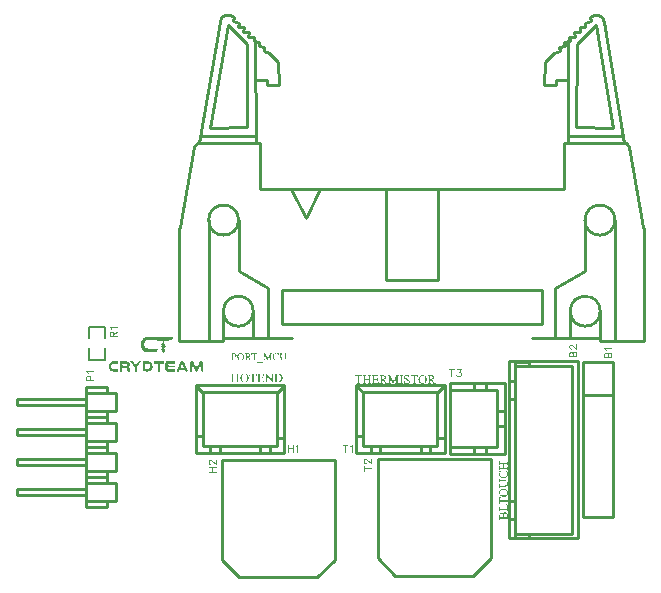
<source format=gto>
G04 Layer: TopSilkscreenLayer*
G04 EasyEDA Pro v1.9.30.011b94, 2023-06-19 18:55:00*
G04 Gerber Generator version 0.3*
G04 Scale: 100 percent, Rotated: No, Reflected: No*
G04 Dimensions in millimeters*
G04 Leading zeros omitted, absolute positions, 3 integers and 3 decimals*
%FSLAX33Y33*%
%MOMM*%
%ADD10C,0.1*%
%ADD11C,0.1524*%
%ADD12C,0.254*%
G75*


G04 Image Start*
G36*
G01X87370Y71304D02*
G01X86219Y71303D01*
G01X85206Y71293D01*
G01X85112Y71286D01*
G01X85071Y71281D01*
G01X85044Y71276D01*
G01X85025Y71271D01*
G01X85011Y71267D01*
G01X84998Y71262D01*
G01X84985Y71257D01*
G01X84972Y71251D01*
G01X84965Y71247D01*
G01X84944Y71235D01*
G01X84924Y71223D01*
G01X84885Y71193D01*
G01X84849Y71159D01*
G01X84815Y71122D01*
G01X84783Y71080D01*
G01X84754Y71036D01*
G01X84728Y70989D01*
G01X84705Y70940D01*
G01X84685Y70889D01*
G01X84668Y70837D01*
G01X84656Y70783D01*
G01X84647Y70728D01*
G01X84641Y70673D01*
G01X84640Y70619D01*
G01X84642Y70565D01*
G01X84650Y70511D01*
G01X84663Y70451D01*
G01X84679Y70395D01*
G01X84698Y70342D01*
G01X84712Y70309D01*
G01X84728Y70276D01*
G01X84746Y70245D01*
G01X84764Y70216D01*
G01X84785Y70188D01*
G01X84807Y70161D01*
G01X84830Y70136D01*
G01X84855Y70112D01*
G01X84881Y70090D01*
G01X84908Y70069D01*
G01X84938Y70049D01*
G01X84952Y70040D01*
G01X85008Y70008D01*
G01X85029Y69998D01*
G01X85049Y69989D01*
G01X85069Y69982D01*
G01X85091Y69976D01*
G01X85115Y69971D01*
G01X85157Y69965D01*
G01X85227Y69961D01*
G01X85511Y69958D01*
G01X85932Y69959D01*
G01X86014Y70108D01*
G01X86078Y70227D01*
G01X86093Y70260D01*
G01X86095Y70266D01*
G01X86096Y70269D01*
G01X86097Y70272D01*
G01X86087Y70275D01*
G01X86016Y70280D01*
G01X85625Y70287D01*
G01X85320Y70291D01*
G01X85228Y70298D01*
G01X85184Y70304D01*
G01X85155Y70309D01*
G01X85130Y70315D01*
G01X85106Y70322D01*
G01X85093Y70328D01*
G01X85079Y70334D01*
G01X85067Y70340D01*
G01X85056Y70346D01*
G01X85045Y70354D01*
G01X85036Y70362D01*
G01X85027Y70370D01*
G01X85017Y70380D01*
G01X85009Y70389D01*
G01X84997Y70405D01*
G01X84986Y70423D01*
G01X84971Y70449D01*
G01X84962Y70466D01*
G01X84954Y70488D01*
G01X84947Y70512D01*
G01X84936Y70566D01*
G01X84929Y70621D01*
G01X84928Y70648D01*
G01X84929Y70683D01*
G01X84932Y70714D01*
G01X84935Y70728D01*
G01X84938Y70742D01*
G01X84941Y70754D01*
G01X84945Y70767D01*
G01X84951Y70780D01*
G01X84957Y70792D01*
G01X84964Y70805D01*
G01X84981Y70830D01*
G01X85003Y70858D01*
G01X85015Y70873D01*
G01X85101Y70975D01*
G01X85772D01*
G01X86297Y70967D01*
G01X86384Y70960D01*
G01X86422Y70955D01*
G01X86441Y70952D01*
G01X86453Y70949D01*
G01X86459Y70947D01*
G01X86464Y70945D01*
G01X86466Y70944D01*
G01X86468Y70942D01*
G01X86470Y70941D01*
G01X86473Y70939D01*
G01X86482Y70926D01*
G01X86490Y70913D01*
G01X86495Y70899D01*
G01X86500Y70884D01*
G01X86502Y70870D01*
G01X86503Y70854D01*
G01X86502Y70838D01*
G01X86500Y70822D01*
G01X86496Y70806D01*
G01X86491Y70790D01*
G01X86484Y70774D01*
G01X86475Y70758D01*
G01X86465Y70743D01*
G01X86454Y70728D01*
G01X86441Y70714D01*
G01X86427Y70701D01*
G01X86411Y70687D01*
G01X86398Y70673D01*
G01X86386Y70659D01*
G01X86376Y70646D01*
G01X86367Y70633D01*
G01X86361Y70622D01*
G01X86356Y70610D01*
G01X86353Y70600D01*
G01Y70590D01*
G01X86354Y70582D01*
G01X86357Y70574D01*
G01X86362Y70568D01*
G01X86369Y70563D01*
G01X86378Y70559D01*
G01X86388Y70557D01*
G01X86402Y70556D01*
G01X86421Y70554D01*
G01X86437Y70547D01*
G01X86448Y70538D01*
G01X86452Y70526D01*
G01X86448Y70514D01*
G01X86437Y70505D01*
G01X86421Y70499D01*
G01X86402Y70496D01*
G01X86382Y70494D01*
G01X86366Y70488D01*
G01X86355Y70478D01*
G01X86351Y70466D01*
G01X86355Y70455D01*
G01X86366Y70445D01*
G01X86382Y70439D01*
G01X86402Y70436D01*
G01X86421Y70434D01*
G01X86437Y70428D01*
G01X86448Y70418D01*
G01X86452Y70406D01*
G01X86448Y70395D01*
G01X86437Y70385D01*
G01X86421Y70379D01*
G01X86402Y70376D01*
G01X86382Y70374D01*
G01X86366Y70368D01*
G01X86355Y70358D01*
G01X86351Y70346D01*
G01X86355Y70335D01*
G01X86366Y70325D01*
G01X86382Y70319D01*
G01X86402Y70317D01*
G01X86421Y70314D01*
G01X86437Y70308D01*
G01X86448Y70299D01*
G01X86452Y70287D01*
G01X86448Y70275D01*
G01X86438Y70266D01*
G01X86422Y70259D01*
G01X86404Y70257D01*
G01X86388Y70256D01*
G01X86377Y70255D01*
G01X86370Y70250D01*
G01X86368Y70242D01*
G01X86370Y70228D01*
G01X86376Y70208D01*
G01X86402Y70144D01*
G01X86417Y70109D01*
G01X86442Y70061D01*
G01X86462Y70028D01*
G01X86480Y70000D01*
G01X86492Y69986D01*
G01X86497Y69980D01*
G01X86512Y69963D01*
G01X86525Y69952D01*
G01X86535Y69944D01*
G01X86544Y69942D01*
G01X86553Y69944D01*
G01X86562Y69952D01*
G01X86572Y69963D01*
G01X86585Y69980D01*
G01X86605Y70009D01*
G01X86641Y70073D01*
G01X86678Y70145D01*
G01X86707Y70209D01*
G01X86715Y70229D01*
G01X86717Y70236D01*
G01Y70242D01*
G01Y70247D01*
G01X86715Y70250D01*
G01X86713Y70253D01*
G01X86708Y70255D01*
G01X86703Y70256D01*
G01X86697D01*
G01X86681Y70257D01*
G01X86661Y70259D01*
G01X86645Y70266D01*
G01X86634Y70275D01*
G01X86630Y70287D01*
G01X86634Y70299D01*
G01X86645Y70308D01*
G01X86661Y70314D01*
G01X86681Y70317D01*
G01X86700Y70319D01*
G01X86717Y70325D01*
G01X86728Y70335D01*
G01X86731Y70346D01*
G01X86728Y70358D01*
G01X86717Y70368D01*
G01X86700Y70374D01*
G01X86681Y70376D01*
G01X86661Y70379D01*
G01X86645Y70385D01*
G01X86634Y70395D01*
G01X86630Y70406D01*
G01X86634Y70418D01*
G01X86645Y70428D01*
G01X86661Y70434D01*
G01X86681Y70436D01*
G01X86700Y70439D01*
G01X86717Y70445D01*
G01X86728Y70455D01*
G01X86731Y70466D01*
G01X86728Y70478D01*
G01X86717Y70488D01*
G01X86700Y70494D01*
G01X86681Y70496D01*
G01X86661Y70499D01*
G01X86645Y70505D01*
G01X86634Y70514D01*
G01X86630Y70526D01*
G01X86634Y70538D01*
G01X86645Y70547D01*
G01X86661Y70554D01*
G01X86681Y70556D01*
G01X86705Y70559D01*
G01X86721Y70568D01*
G01X86728Y70582D01*
G01X86729Y70600D01*
G01X86721Y70622D01*
G01X86706Y70647D01*
G01X86684Y70673D01*
G01X86654Y70702D01*
G01X86633Y70722D01*
G01X86616Y70740D01*
G01X86608Y70749D01*
G01X86597Y70766D01*
G01X86593Y70775D01*
G01X86590Y70784D01*
G01X86587Y70794D01*
G01X86585Y70804D01*
G01X86584Y70815D01*
G01X86583Y70826D01*
G01Y70851D01*
G01X86584Y70865D01*
G01X86592Y70960D01*
G01X86887Y70968D01*
G01X87066Y70976D01*
G01X87099Y70979D01*
G01X87121Y70983D01*
G01X87141Y70987D01*
G01X87153Y70990D01*
G01X87164Y70995D01*
G01X87175Y70999D01*
G01X87184Y71004D01*
G01X87203Y71016D01*
G01X87211Y71023D01*
G01X87219Y71032D01*
G01X87227Y71040D01*
G01X87234Y71050D01*
G01X87245Y71066D01*
G01X87261Y71091D01*
G01X87314Y71192D01*
G37*
G36*
G01X88128Y69240D02*
G01X88112Y69238D01*
G01X88095Y69234D01*
G01X88077Y69228D01*
G01X88058Y69220D01*
G01X88040Y69210D01*
G01X88023Y69199D01*
G01X88006Y69186D01*
G01X87993Y69172D01*
G01X87982Y69159D01*
G01X87969Y69137D01*
G01X87936Y69074D01*
G01X87825Y68825D01*
G01X87772Y68686D01*
G01X87985D01*
G01X88044Y68843D01*
G01X88062Y68890D01*
G01X88082Y68931D01*
G01X88094Y68954D01*
G01X88107Y68973D01*
G01X88113Y68981D01*
G01X88118Y68988D01*
G01X88123Y68993D01*
G01X88127Y68997D01*
G01X88132Y69000D01*
G01X88135D01*
G01X88153Y68988D01*
G01X88176Y68955D01*
G01X88200Y68906D01*
G01X88224Y68845D01*
G01X88254Y68757D01*
G01X88267Y68712D01*
G01X88270Y68696D01*
G01X88271Y68690D01*
G01Y68681D01*
G01Y68679D01*
G01X88256Y68676D01*
G01X88223Y68674D01*
G01X88123Y68677D01*
G01X87985Y68686D01*
G01X87772D01*
G01X87653Y68379D01*
G01X87654Y68363D01*
G01X87670Y68351D01*
G01X87703Y68344D01*
G01X87754Y68342D01*
G01X87800Y68344D01*
G01X87823Y68346D01*
G01X87833Y68348D01*
G01X87841Y68351D01*
G01X87849Y68354D01*
G01X87856Y68357D01*
G01X87861Y68362D01*
G01X87866Y68367D01*
G01X87870Y68372D01*
G01X87874Y68378D01*
G01X87877Y68385D01*
G01X87879Y68394D01*
G01X87881Y68402D01*
G01X87887Y68420D01*
G01X87896Y68434D01*
G01X87909Y68445D01*
G01X87931Y68452D01*
G01X87962Y68457D01*
G01X88063Y68462D01*
G01X88137D01*
G01X88280Y68460D01*
G01X88311Y68457D01*
G01X88329Y68455D01*
G01X88343Y68452D01*
G01X88349Y68450D01*
G01X88355Y68449D01*
G01X88360Y68447D01*
G01X88365Y68445D01*
G01X88369Y68442D01*
G01X88376Y68437D01*
G01X88379Y68434D01*
G01X88382Y68431D01*
G01X88384Y68428D01*
G01X88386Y68424D01*
G01X88390Y68416D01*
G01X88395Y68402D01*
G01X88400Y68386D01*
G01X88407Y68373D01*
G01X88416Y68363D01*
G01X88429Y68355D01*
G01X88443Y68349D01*
G01X88462Y68345D01*
G01X88484Y68343D01*
G01X88511Y68342D01*
G01X88549Y68343D01*
G01X88581Y68347D01*
G01X88594Y68349D01*
G01X88603Y68352D01*
G01X88609Y68355D01*
G01X88611Y68358D01*
G01X88608Y68369D01*
G01X88471Y68740D01*
G01X88382Y68957D01*
G01X88344Y69039D01*
G01X88318Y69087D01*
G01X88298Y69121D01*
G01X88278Y69149D01*
G01X88263Y69168D01*
G01X88249Y69184D01*
G01X88240Y69194D01*
G01X88230Y69202D01*
G01X88211Y69217D01*
G01X88200Y69222D01*
G01X88191Y69227D01*
G01X88181Y69231D01*
G01X88171Y69234D01*
G01X88160Y69237D01*
G01X88150Y69238D01*
G01X88139Y69239D01*
G37*
G36*
G01X89718Y69236D02*
G01X89706Y69235D01*
G01X89694Y69231D01*
G01X89682Y69227D01*
G01X89670Y69221D01*
G01X89658Y69213D01*
G01X89647Y69203D01*
G01X89635Y69193D01*
G01X89623Y69180D01*
G01X89611Y69166D01*
G01X89587Y69133D01*
G01X89562Y69093D01*
G01X89525Y69021D01*
G01X89475Y68901D01*
G01X89461Y68867D01*
G01X89392Y68695D01*
G01X89367Y68642D01*
G01X89359Y68627D01*
G01X89354Y68620D01*
G01X89352Y68617D01*
G01X89349Y68613D01*
G01X89348Y68612D01*
G01X89347Y68611D01*
G01X89341Y68617D01*
G01X89332Y68632D01*
G01X89304Y68690D01*
G01X89226Y68878D01*
G01X89173Y69004D01*
G01X89141Y69072D01*
G01X89120Y69110D01*
G01X89100Y69143D01*
G01X89084Y69164D01*
G01X89074Y69176D01*
G01X89064Y69188D01*
G01X89054Y69198D01*
G01X89044Y69206D01*
G01X89034Y69214D01*
G01X89023Y69220D01*
G01X89013Y69226D01*
G01X89003Y69230D01*
G01X88997Y69231D01*
G01X88992Y69232D01*
G01X88986Y69233D01*
G01X88981Y69234D01*
G01X88970Y69235D01*
G01X88959Y69234D01*
G01X88947Y69233D01*
G01X88936Y69231D01*
G01X88924Y69227D01*
G01X88911Y69223D01*
G01X88898Y69218D01*
G01X88879Y69207D01*
G01X88873Y69204D01*
G01X88857Y69194D01*
G01X88844Y69182D01*
G01X88831Y69168D01*
G01X88820Y69151D01*
G01X88810Y69131D01*
G01X88801Y69108D01*
G01X88793Y69082D01*
G01X88787Y69053D01*
G01X88776Y68983D01*
G01X88766Y68846D01*
G01X88763Y68667D01*
G01Y68342D01*
G01X88941D01*
G01Y68639D01*
G01X88945Y68809D01*
G01X88951Y68885D01*
G01X88955Y68918D01*
G01X88958Y68936D01*
G01X88960Y68945D01*
G01X88962Y68949D01*
G01X88963Y68952D01*
G01X88965Y68954D01*
G01X88966Y68955D01*
G01X88973Y68952D01*
G01X88985Y68937D01*
G01X89001Y68912D01*
G01X89042Y68832D01*
G01X89116Y68660D01*
G01X89185Y68497D01*
G01X89216Y68433D01*
G01X89233Y68404D01*
G01X89245Y68385D01*
G01X89257Y68368D01*
G01X89264Y68359D01*
G01X89272Y68350D01*
G01X89279Y68343D01*
G01X89287Y68336D01*
G01X89295Y68331D01*
G01X89303Y68326D01*
G01X89310Y68322D01*
G01X89315Y68320D01*
G01X89318Y68319D01*
G01X89330Y68316D01*
G01X89338D01*
G01X89347D01*
G01X89356D01*
G01X89364Y68317D01*
G01X89374Y68319D01*
G01X89388Y68324D01*
G01X89398Y68328D01*
G01X89412Y68337D01*
G01X89428Y68355D01*
G01X89447Y68384D01*
G01X89492Y68468D01*
G01X89576Y68660D01*
G01X89643Y68815D01*
G01X89676Y68883D01*
G01X89695Y68916D01*
G01X89707Y68935D01*
G01X89713Y68944D01*
G01X89716Y68947D01*
G01X89719Y68950D01*
G01X89722Y68952D01*
G01X89724Y68954D01*
G01X89727D01*
G01X89729D01*
G01X89731D01*
G01X89736Y68945D01*
G01X89741Y68928D01*
G01X89745Y68904D01*
G01X89751Y68835D01*
G01X89753Y68690D01*
G01X89750Y68447D01*
G01X89752Y68413D01*
G01X89754Y68397D01*
G01X89755Y68387D01*
G01X89758Y68379D01*
G01X89760Y68372D01*
G01X89761Y68369D01*
G01X89762Y68366D01*
G01X89763Y68363D01*
G01X89766Y68358D01*
G01X89768Y68356D01*
G01X89770Y68354D01*
G01X89772Y68352D01*
G01X89773Y68351D01*
G01X89776Y68349D01*
G01X89778Y68348D01*
G01X89780Y68347D01*
G01X89782Y68346D01*
G01X89785Y68345D01*
G01X89790Y68344D01*
G01X89796Y68343D01*
G01X89806Y68342D01*
G01X89931D01*
G01Y68703D01*
G01X89929Y68957D01*
G01X89926Y69001D01*
G01X89923Y69025D01*
G01X89920Y69040D01*
G01X89917Y69054D01*
G01X89913Y69067D01*
G01X89908Y69078D01*
G01X89903Y69089D01*
G01X89898Y69099D01*
G01X89891Y69109D01*
G01X89881Y69123D01*
G01X89857Y69152D01*
G01X89831Y69181D01*
G01X89817Y69193D01*
G01X89805Y69204D01*
G01X89792Y69213D01*
G01X89779Y69221D01*
G01X89767Y69227D01*
G01X89754Y69231D01*
G01X89742Y69234D01*
G01X89730Y69236D01*
G37*
G36*
G01X83751Y69210D02*
G01X83813Y69128D01*
G01X83995Y68890D01*
G01X84058Y68808D01*
G01X84076Y68780D01*
G01X84086Y68762D01*
G01X84094Y68746D01*
G01X84100Y68729D01*
G01X84105Y68712D01*
G01X84109Y68694D01*
G01X84112Y68674D01*
G01X84115Y68641D01*
G01X84116Y68538D01*
G01Y68342D01*
G01X84294D01*
G01Y68729D01*
G01X84470Y68962D01*
G01X84647Y69195D01*
G01X84540Y69204D01*
G01X84506Y69207D01*
G01X84492D01*
G01X84479Y69206D01*
G01X84467Y69204D01*
G01X84456Y69202D01*
G01X84445Y69197D01*
G01X84435Y69192D01*
G01X84425Y69185D01*
G01X84414Y69176D01*
G01X84404Y69165D01*
G01X84380Y69137D01*
G01X84336Y69077D01*
G01X84295Y69024D01*
G01X84267Y68990D01*
G01X84241Y68964D01*
G01X84227Y68951D01*
G01X84221Y68947D01*
G01X84216Y68943D01*
G01X84211Y68941D01*
G01X84208D01*
G01X84188Y68951D01*
G01X84158Y68980D01*
G01X84122Y69023D01*
G01X84082Y69075D01*
G01X84039Y69134D01*
G01X84021Y69155D01*
G01X84010Y69167D01*
G01X83999Y69177D01*
G01X83989Y69186D01*
G01X83983Y69189D01*
G01X83977Y69192D01*
G01X83972Y69195D01*
G01X83967Y69198D01*
G01X83955Y69202D01*
G01X83942Y69205D01*
G01X83929Y69207D01*
G01X83913Y69208D01*
G01X83879Y69210D01*
G37*
G36*
G01X85716Y69210D02*
G01X85716Y69000D01*
G01X86046D01*
G01Y68342D01*
G01X86249D01*
G01Y69000D01*
G01X86579D01*
G01Y69210D01*
G37*
G36*
G01X85069Y69210D02*
G01X84930Y69207D01*
G01X84875Y69203D01*
G01X84849Y69200D01*
G01X84835Y69197D01*
G01X84822Y69194D01*
G01X84812Y69191D01*
G01X84808Y69189D01*
G01X84803Y69187D01*
G01X84800Y69185D01*
G01X84797Y69183D01*
G01X84794Y69180D01*
G01X84792Y69178D01*
G01X84790Y69176D01*
G01X84788Y69173D01*
G01X84787Y69171D01*
G01X84785Y69155D01*
G01X84781Y69030D01*
G01X84782Y68745D01*
G01X84785Y68552D01*
G01X84979D01*
G01Y68756D01*
G01X84983Y68874D01*
G01X84988Y68936D01*
G01X84991Y68958D01*
G01X84993Y68967D01*
G01X84994Y68975D01*
G01X84997Y68980D01*
G01X84999Y68983D01*
G01X85019Y68991D01*
G01X85060Y68996D01*
G01X85115Y68997D01*
G01X85179Y68994D01*
G01X85244Y68988D01*
G01X85278Y68982D01*
G01X85294Y68979D01*
G01X85307Y68975D01*
G01X85319Y68971D01*
G01X85330Y68966D01*
G01X85340Y68960D01*
G01X85350Y68955D01*
G01X85359Y68948D01*
G01X85367Y68941D01*
G01X85374Y68932D01*
G01X85382Y68923D01*
G01X85389Y68913D01*
G01X85401Y68894D01*
G01X85412Y68875D01*
G01X85420Y68855D01*
G01X85426Y68835D01*
G01X85431Y68814D01*
G01X85434Y68794D01*
G01X85436Y68774D01*
G01X85435Y68754D01*
G01X85433Y68734D01*
G01X85429Y68715D01*
G01X85424Y68696D01*
G01X85416Y68678D01*
G01X85407Y68660D01*
G01X85396Y68644D01*
G01X85384Y68628D01*
G01X85369Y68614D01*
G01X85360Y68605D01*
G01X85350Y68597D01*
G01X85340Y68590D01*
G01X85330Y68584D01*
G01X85319Y68578D01*
G01X85307Y68573D01*
G01X85296Y68568D01*
G01X85283Y68565D01*
G01X85269Y68561D01*
G01X85239Y68556D01*
G01X85204Y68553D01*
G01X85141Y68552D01*
G01X84979D01*
G01X84785D01*
G01X84789Y68357D01*
G01X85043Y68348D01*
G01X85173Y68346D01*
G01X85239Y68349D01*
G01X85289Y68353D01*
G01X85324Y68359D01*
G01X85357Y68366D01*
G01X85380Y68372D01*
G01X85400Y68379D01*
G01X85420Y68386D01*
G01X85438Y68396D01*
G01X85456Y68406D01*
G01X85472Y68416D01*
G01X85487Y68429D01*
G01X85501Y68442D01*
G01X85515Y68456D01*
G01X85528Y68472D01*
G01X85540Y68489D01*
G01X85548Y68500D01*
G01X85565Y68528D01*
G01X85580Y68556D01*
G01X85593Y68583D01*
G01X85604Y68610D01*
G01X85613Y68638D01*
G01X85620Y68666D01*
G01X85626Y68694D01*
G01X85629Y68722D01*
G01X85631Y68750D01*
G01Y68779D01*
G01X85628Y68807D01*
G01X85624Y68836D01*
G01X85618Y68865D01*
G01X85610Y68895D01*
G01X85601Y68925D01*
G01X85589Y68955D01*
G01X85573Y68992D01*
G01X85556Y69026D01*
G01X85538Y69055D01*
G01X85519Y69082D01*
G01X85509Y69094D01*
G01X85498Y69105D01*
G01X85487Y69116D01*
G01X85476Y69126D01*
G01X85463Y69135D01*
G01X85451Y69144D01*
G01X85437Y69152D01*
G01X85423Y69160D01*
G01X85408Y69166D01*
G01X85376Y69178D01*
G01X85340Y69188D01*
G01X85301Y69196D01*
G01X85257Y69202D01*
G01X85184Y69207D01*
G37*
G36*
G01X82875Y69210D02*
G01X82867Y68906D01*
G01X83049D01*
G01X83050Y68921D01*
G01X83051Y68935D01*
G01X83053Y68947D01*
G01X83056Y68958D01*
G01X83062Y68967D01*
G01X83068Y68975D01*
G01X83077Y68981D01*
G01X83087Y68986D01*
G01X83100Y68990D01*
G01X83116Y68993D01*
G01X83134Y68995D01*
G01X83181Y68997D01*
G01X83277Y68994D01*
G01X83382Y68987D01*
G01X83408Y68984D01*
G01X83423Y68981D01*
G01X83435Y68978D01*
G01X83445Y68974D01*
G01X83449Y68972D01*
G01X83453Y68970D01*
G01X83457Y68967D01*
G01X83460Y68965D01*
G01X83465Y68958D01*
G01X83469Y68951D01*
G01X83472Y68943D01*
G01X83474Y68934D01*
G01X83476Y68924D01*
G01X83477Y68918D01*
G01X83479Y68896D01*
G01X83477Y68880D01*
G01X83469Y68868D01*
G01X83454Y68860D01*
G01X83428Y68855D01*
G01X83390Y68852D01*
G01X83267Y68851D01*
G01X83141Y68853D01*
G01X83113Y68855D01*
G01X83098Y68857D01*
G01X83085Y68860D01*
G01X83075Y68863D01*
G01X83071Y68865D01*
G01X83067Y68867D01*
G01X83064Y68869D01*
G01X83061Y68871D01*
G01X83056Y68876D01*
G01X83053Y68882D01*
G01X83051Y68889D01*
G01X83050Y68893D01*
G01Y68897D01*
G01X83049Y68906D01*
G01X82867D01*
G01Y68903D01*
G01X82865Y68521D01*
G01X82867Y68469D01*
G01X82871Y68412D01*
G01X82873Y68398D01*
G01X82875Y68385D01*
G01X82878Y68375D01*
G01X82881Y68367D01*
G01X82886Y68360D01*
G01X82891Y68354D01*
G01X82897Y68350D01*
G01X82904Y68347D01*
G01X82913Y68345D01*
G01X82922Y68343D01*
G01X82947Y68342D01*
G01X83049D01*
G01Y68644D01*
G01X83272Y68635D01*
G01X83494Y68626D01*
G01X83501Y68484D01*
G01X83510Y68342D01*
G01X83710D01*
G01X83695Y68529D01*
G01X83687Y68604D01*
G01X83677Y68672D01*
G01X83668Y68714D01*
G01X83662Y68734D01*
G01X83659Y68743D01*
G01X83656Y68750D01*
G01X83653Y68755D01*
G01X83642Y68775D01*
G01X83639Y68792D01*
G01X83643Y68810D01*
G01X83655Y68828D01*
G01X83667Y68848D01*
G01X83676Y68877D01*
G01X83682Y68910D01*
G01X83684Y68944D01*
G01X83683Y68984D01*
G01X83680Y69019D01*
G01X83677Y69036D01*
G01X83674Y69051D01*
G01X83670Y69066D01*
G01X83666Y69079D01*
G01X83659Y69092D01*
G01X83653Y69104D01*
G01X83646Y69115D01*
G01X83637Y69126D01*
G01X83627Y69135D01*
G01X83617Y69144D01*
G01X83606Y69153D01*
G01X83592Y69160D01*
G01X83579Y69167D01*
G01X83563Y69173D01*
G01X83547Y69179D01*
G01X83510Y69189D01*
G01X83466Y69196D01*
G01X83390Y69204D01*
G01X83265Y69209D01*
G01X83192Y69210D01*
G37*
G36*
G01X86756Y69210D02*
G01X86731Y69133D01*
G01X86725Y69109D01*
G01X86716Y69034D01*
G01X86708Y68876D01*
G01Y68637D01*
G01X86717Y68486D01*
G01X86722Y68448D01*
G01X86727Y68419D01*
G01X86732Y68400D01*
G01X86743Y68382D01*
G01X86757Y68369D01*
G01X86779Y68359D01*
G01X86812Y68351D01*
G01X86860Y68346D01*
G01X87126Y68342D01*
G01X87493D01*
G01Y68552D01*
G01X86909D01*
G01Y68701D01*
G01X87493D01*
G01Y68851D01*
G01X87200D01*
G01X87003Y68853D01*
G01X86974Y68855D01*
G01X86956Y68857D01*
G01X86945Y68859D01*
G01X86939Y68861D01*
G01X86933Y68863D01*
G01X86928Y68865D01*
G01X86926Y68867D01*
G01X86924Y68868D01*
G01X86922Y68869D01*
G01X86921Y68870D01*
G01X86919Y68872D01*
G01X86915Y68878D01*
G01X86914Y68880D01*
G01Y68881D01*
G01X86913Y68885D01*
G01X86912Y68889D01*
G01Y68899D01*
G01X86913Y68909D01*
G01X86914Y68918D01*
G01X86918Y68940D01*
G01X86924Y68956D01*
G01X86938Y68968D01*
G01X86961Y68977D01*
G01X86996Y68983D01*
G01X87116Y68991D01*
G01X87208Y68994D01*
G01X87493Y69002D01*
G01Y69210D01*
G37*
G36*
G01X82694Y69210D02*
G01X82446Y69209D01*
G01X82321Y69207D01*
G01X82274Y69204D01*
G01X82243Y69200D01*
G01X82216Y69195D01*
G01X82200Y69191D01*
G01X82185Y69187D01*
G01X82171Y69181D01*
G01X82146Y69169D01*
G01X82134Y69162D01*
G01X82123Y69154D01*
G01X82088Y69128D01*
G01X82058Y69102D01*
G01X82040Y69084D01*
G01X82024Y69066D01*
G01X82009Y69048D01*
G01X81997Y69030D01*
G01X81986Y69010D01*
G01X81975Y68989D01*
G01X81967Y68968D01*
G01X81959Y68945D01*
G01X81953Y68921D01*
G01X81945Y68882D01*
G01X81940Y68839D01*
G01X81937Y68807D01*
G01X81934Y68742D01*
G01X81935Y68705D01*
G01X81937Y68672D01*
G01X81942Y68642D01*
G01X81950Y68614D01*
G01X81960Y68586D01*
G01X81972Y68557D01*
G01X81981Y68542D01*
G01X81996Y68514D01*
G01X82012Y68489D01*
G01X82030Y68466D01*
G01X82048Y68445D01*
G01X82068Y68427D01*
G01X82079Y68418D01*
G01X82090Y68410D01*
G01X82113Y68396D01*
G01X82139Y68383D01*
G01X82167Y68373D01*
G01X82198Y68364D01*
G01X82231Y68357D01*
G01X82268Y68351D01*
G01X82330Y68346D01*
G01X82424Y68342D01*
G01X82694D01*
G01Y68552D01*
G01X82464D01*
G01X82338Y68554D01*
G01X82305Y68556D01*
G01X82285Y68558D01*
G01X82269Y68561D01*
G01X82254Y68565D01*
G01X82241Y68570D01*
G01X82228Y68575D01*
G01X82223Y68578D01*
G01X82218Y68582D01*
G01X82207Y68589D01*
G01X82197Y68598D01*
G01X82188Y68608D01*
G01X82172Y68625D01*
G01X82159Y68642D01*
G01X82148Y68659D01*
G01X82138Y68676D01*
G01X82129Y68694D01*
G01X82123Y68712D01*
G01X82118Y68730D01*
G01X82114Y68749D01*
G01X82113Y68767D01*
G01Y68786D01*
G01X82114Y68804D01*
G01X82117Y68823D01*
G01X82122Y68841D01*
G01X82129Y68860D01*
G01X82137Y68878D01*
G01X82147Y68896D01*
G01X82158Y68915D01*
G01X82166Y68926D01*
G01X82175Y68936D01*
G01X82183Y68945D01*
G01X82192Y68953D01*
G01X82202Y68960D01*
G01X82212Y68966D01*
G01X82224Y68971D01*
G01X82239Y68976D01*
G01X82254Y68979D01*
G01X82294Y68986D01*
G01X82411Y68994D01*
G01X82450Y68996D01*
G01X82694Y69006D01*
G37*
G04 Image End*
G04 Image End*

G04 Text Start*
G04 //text: R1*
G54D10*
G01X82002Y71319D02*
G01X82594Y71319D01*
G01X82002Y71319D02*
G01X82002Y71570D01*
G01X82030Y71657D01*
G01X82058Y71685D01*
G01X82116Y71713D01*
G01X82172D01*
G01X82228Y71685D01*
G01X82256Y71657D01*
G01X82284Y71570D01*
G01Y71319D01*
G01X82284Y71514D02*
G01X82594Y71713D01*
G01X82116Y71946D02*
G01X82086Y72002D01*
G01X82002Y72089D01*
G01X82594D01*
G04 //text: H1*
G01X97108Y62148D02*
G01X97108Y61556D01*
G01X97502Y62148D02*
G01X97502Y61556D01*
G01X97108Y61866D02*
G01X97502Y61866D01*
G01X97736Y62034D02*
G01X97791Y62064D01*
G01X97878Y62148D01*
G01Y61556D01*
G04 //text: H2*
G01X90374Y59872D02*
G01X90966Y59872D01*
G01X90374Y60265D02*
G01X90966Y60265D01*
G01X90656Y59872D02*
G01X90656Y60265D01*
G01X90516Y60527D02*
G01X90488Y60527D01*
G01X90430Y60555D01*
G01X90402Y60583D01*
G01X90374Y60641D01*
G01Y60753D01*
G01X90402Y60809D01*
G01X90430Y60837D01*
G01X90488Y60865D01*
G01X90544D01*
G01X90600Y60837D01*
G01X90684Y60781D01*
G01X90966Y60499D01*
G01Y60893D01*
G04 //text: T2*
G01X103511Y60138D02*
G01X104103Y60138D01*
G01X103511Y59942D02*
G01X103511Y60336D01*
G01X103653Y60598D02*
G01X103625Y60598D01*
G01X103567Y60626D01*
G01X103539Y60653D01*
G01X103511Y60712D01*
G01Y60824D01*
G01X103539Y60880D01*
G01X103567Y60907D01*
G01X103625Y60935D01*
G01X103681D01*
G01X103737Y60907D01*
G01X103821Y60852D01*
G01X104103Y60570D01*
G01Y60963D01*
G04 //text: T1*
G01X101930Y62148D02*
G01X101930Y61556D01*
G01X101734Y62148D02*
G01X102128Y62148D01*
G01X102362Y62034D02*
G01X102418Y62064D01*
G01X102504Y62148D01*
G01Y61556D01*
G04 //text: T3*
G01X110915Y68524D02*
G01X110915Y67933D01*
G01X110720Y68524D02*
G01X111113Y68524D01*
G01X111403Y68524D02*
G01X111713Y68524D01*
G01X111545Y68298D01*
G01X111629D01*
G01X111685Y68270D01*
G01X111713Y68242D01*
G01X111741Y68159D01*
G01Y68103D01*
G01X111713Y68016D01*
G01X111657Y67960D01*
G01X111573Y67933D01*
G01X111489D01*
G01X111403Y67960D01*
G01X111375Y67988D01*
G01X111347Y68044D01*
G04 //text: B2*
G01X120921Y69618D02*
G01X121512Y69618D01*
G01X120921Y69618D02*
G01X120921Y69870D01*
G01X120949Y69956D01*
G01X120976Y69984D01*
G01X121035Y70012D01*
G01X121091D01*
G01X121147Y69984D01*
G01X121175Y69956D01*
G01X121203Y69870D01*
G01X121203Y69618D02*
G01X121203Y69870D01*
G01X121230Y69956D01*
G01X121258Y69984D01*
G01X121314Y70012D01*
G01X121401D01*
G01X121457Y69984D01*
G01X121484Y69956D01*
G01X121512Y69870D01*
G01Y69618D01*
G01X121063Y70274D02*
G01X121035Y70274D01*
G01X120976Y70302D01*
G01X120949Y70329D01*
G01X120921Y70388D01*
G01Y70500D01*
G01X120949Y70556D01*
G01X120976Y70583D01*
G01X121035Y70611D01*
G01X121091D01*
G01X121147Y70583D01*
G01X121230Y70528D01*
G01X121512Y70246D01*
G01Y70639D01*
G04 //text: B1*
G01X123887Y69548D02*
G01X124479Y69548D01*
G01X123887Y69548D02*
G01X123887Y69799D01*
G01X123915Y69885D01*
G01X123943Y69913D01*
G01X124001Y69941D01*
G01X124057D01*
G01X124113Y69913D01*
G01X124141Y69885D01*
G01X124169Y69799D01*
G01X124169Y69548D02*
G01X124169Y69799D01*
G01X124197Y69885D01*
G01X124225Y69913D01*
G01X124281Y69941D01*
G01X124367D01*
G01X124423Y69913D01*
G01X124451Y69885D01*
G01X124479Y69799D01*
G01Y69548D01*
G01X124001Y70175D02*
G01X123971Y70231D01*
G01X123887Y70317D01*
G01X124479D01*
G04 //text: P1*
G01X80027Y67588D02*
G01X80619Y67588D01*
G01X80027Y67588D02*
G01X80027Y67839D01*
G01X80055Y67926D01*
G01X80083Y67953D01*
G01X80141Y67981D01*
G01X80225D01*
G01X80281Y67953D01*
G01X80309Y67926D01*
G01X80337Y67839D01*
G01Y67588D01*
G01X80141Y68215D02*
G01X80111Y68271D01*
G01X80027Y68357D01*
G01X80619D01*
G04 //text: HOTEND*
G36*
G01X93403Y68168D02*
G01X93366Y68168D01*
G01X93358Y68167D01*
G01X93357Y68166D01*
G01X93353D01*
G01X93344Y68164D01*
G01X93327Y68162D01*
G01X93320Y68160D01*
G01X93286Y68149D01*
G01X93270Y68143D01*
G01X93262Y68140D01*
G01X93256Y68137D01*
G01X93249Y68132D01*
G01X93238Y68127D01*
G01X93233Y68125D01*
G01X93231Y68123D01*
G01X93228Y68121D01*
G01X93224Y68118D01*
G01X93217Y68114D01*
G01X93213Y68112D01*
G01X93206Y68106D01*
G01X93195Y68098D01*
G01X93188Y68093D01*
G01X93182Y68088D01*
G01X93176Y68083D01*
G01X93172Y68080D01*
G01X93166Y68073D01*
G01X93162Y68068D01*
G01X93156Y68063D01*
G01X93151Y68059D01*
G01X93147Y68052D01*
G01X93140Y68045D01*
G01X93137Y68040D01*
G01X93133Y68036D01*
G01X93128Y68032D01*
G01X93125Y68028D01*
G01X93123Y68023D01*
G01X93119Y68018D01*
G01X93112Y68007D01*
G01X93107Y68000D01*
G01X93098Y67983D01*
G01X93094Y67977D01*
G01X93091Y67971D01*
G01X93089Y67967D01*
G01X93076Y67934D01*
G01X93070Y67915D01*
G01X93068Y67906D01*
G01X93066Y67897D01*
G01X93064Y67882D01*
G01X93061Y67872D01*
G01X93059Y67863D01*
G01X93058Y67856D01*
G01X93055Y67826D01*
G01X93054Y67814D01*
G01Y67810D01*
G01X93178D01*
G01Y67863D01*
G01X93179Y67871D01*
G01X93180Y67875D01*
G01X93181Y67882D01*
G01Y67893D01*
G01X93182Y67897D01*
G01X93183Y67901D01*
G01X93185Y67910D01*
G01X93188Y67927D01*
G01X93190Y67934D01*
G01X93194Y67951D01*
G01X93201Y67972D01*
G01X93206Y67988D01*
G01X93214Y68006D01*
G01X93215Y68010D01*
G01X93217Y68014D01*
G01X93220Y68018D01*
G01X93226Y68026D01*
G01X93229Y68031D01*
G01X93232Y68037D01*
G01X93234Y68041D01*
G01X93240Y68049D01*
G01X93248Y68059D01*
G01X93252Y68064D01*
G01X93256Y68068D01*
G01X93263Y68074D01*
G01X93268Y68081D01*
G01X93272Y68085D01*
G01X93286Y68094D01*
G01X93293Y68099D01*
G01X93301Y68105D01*
G01X93307Y68108D01*
G01X93313Y68111D01*
G01X93328Y68118D01*
G01X93337Y68121D01*
G01X93342Y68123D01*
G01X93359Y68126D01*
G01X93369Y68128D01*
G01X93376Y68129D01*
G01X93389D01*
G01X93394Y68130D01*
G01X93398Y68131D01*
G01X93404Y68132D01*
G01X93410D01*
G01X93416Y68131D01*
G01X93421Y68130D01*
G01X93425Y68129D01*
G01X93443D01*
G01X93448Y68128D01*
G01X93467Y68122D01*
G01X93481Y68118D01*
G01X93487Y68116D01*
G01X93493Y68114D01*
G01X93499Y68110D01*
G01X93506Y68106D01*
G01X93515Y68101D01*
G01X93519Y68099D01*
G01X93526Y68093D01*
G01X93537Y68085D01*
G01X93542Y68082D01*
G01X93546Y68077D01*
G01X93551Y68070D01*
G01X93556Y68067D01*
G01X93560Y68063D01*
G01X93561Y68061D01*
G01X93563Y68056D01*
G01X93565Y68052D01*
G01X93571Y68046D01*
G01X93576Y68039D01*
G01X93587Y68020D01*
G01X93592Y68007D01*
G01X93596Y68001D01*
G01X93598Y67997D01*
G01X93601Y67991D01*
G01X93604Y67982D01*
G01X93608Y67972D01*
G01X93609Y67968D01*
G01X93611Y67963D01*
G01X93613Y67950D01*
G01X93620Y67928D01*
G01X93621Y67920D01*
G01X93622Y67916D01*
G01X93623Y67906D01*
G01X93624Y67901D01*
G01X93625Y67895D01*
G01X93627Y67886D01*
G01X93628Y67878D01*
G01X93629Y67862D01*
G01X93630Y67851D01*
G01X93631Y67846D01*
G01X93632Y67844D01*
G01Y67835D01*
G01X93633Y67782D01*
G01X93632Y67727D01*
G01Y67719D01*
G01X93630Y67715D01*
G01X93629Y67708D01*
G01Y67695D01*
G01X93628Y67690D01*
G01X93627Y67686D01*
G01X93625Y67677D01*
G01X93623Y67660D01*
G01X93620Y67647D01*
G01X93616Y67633D01*
G01X93615Y67626D01*
G01X93596Y67581D01*
G01X93593Y67574D01*
G01X93592Y67571D01*
G01X93588Y67568D01*
G01X93585Y67562D01*
G01X93582Y67556D01*
G01X93580Y67553D01*
G01X93574Y67545D01*
G01X93567Y67537D01*
G01X93562Y67531D01*
G01X93557Y67525D01*
G01X93555Y67523D01*
G01X93553Y67520D01*
G01X93550Y67518D01*
G01X93542Y67513D01*
G01X93538Y67509D01*
G01X93536Y67507D01*
G01X93533Y67504D01*
G01X93531Y67502D01*
G01X93529Y67500D01*
G01X93524Y67498D01*
G01X93520Y67496D01*
G01X93516Y67492D01*
G01X93511Y67489D01*
G01X93501Y67485D01*
G01X93495Y67482D01*
G01X93491Y67480D01*
G01X93487Y67478D01*
G01X93479Y67475D01*
G01X93459Y67468D01*
G01X93454Y67466D01*
G01X93448Y67465D01*
G01X93438Y67463D01*
G01X93435D01*
G01X93422Y67462D01*
G01X93395Y67461D01*
G01X93379Y67462D01*
G01X93371D01*
G01X93370Y67463D01*
G01X93369D01*
G01X93368Y67464D01*
G01X93366D01*
G01X93356Y67465D01*
G01X93349D01*
G01X93347Y67466D01*
G01X93333Y67471D01*
G01X93317Y67478D01*
G01X93309Y67482D01*
G01X93305Y67484D01*
G01X93295Y67491D01*
G01X93284Y67498D01*
G01X93279Y67502D01*
G01X93277Y67505D01*
G01X93274Y67508D01*
G01X93270Y67512D01*
G01X93263Y67517D01*
G01X93260Y67522D01*
G01X93255Y67528D01*
G01X93248Y67536D01*
G01X93238Y67550D01*
G01X93235Y67555D01*
G01X93232Y67559D01*
G01X93227Y67569D01*
G01X93222Y67577D01*
G01X93217Y67587D01*
G01X93204Y67620D01*
G01X93201Y67629D01*
G01X93198Y67640D01*
G01X93194Y67655D01*
G01X93186Y67692D01*
G01X93183Y67712D01*
G01X93179Y67738D01*
G01Y67748D01*
G01X93178Y67810D01*
G01X93054D01*
G01X93053Y67792D01*
G01X93054Y67772D01*
G01Y67763D01*
G01X93055Y67761D01*
G01X93056Y67758D01*
G01Y67755D01*
G01X93057Y67737D01*
G01Y67731D01*
G01X93059Y67725D01*
G01X93061Y67716D01*
G01X93064Y67699D01*
G01X93065Y67692D01*
G01X93070Y67676D01*
G01X93076Y67654D01*
G01X93080Y67645D01*
G01X93087Y67630D01*
G01X93092Y67618D01*
G01X93095Y67612D01*
G01X93099Y67605D01*
G01X93104Y67593D01*
G01X93107Y67589D01*
G01X93108Y67587D01*
G01X93113Y67581D01*
G01X93121Y67568D01*
G01X93129Y67558D01*
G01X93142Y67542D01*
G01X93145Y67538D01*
G01X93148Y67535D01*
G01X93152Y67531D01*
G01X93156Y67528D01*
G01X93160Y67524D01*
G01X93165Y67517D01*
G01X93172Y67512D01*
G01X93176Y67508D01*
G01X93179Y67504D01*
G01X93181Y67502D01*
G01X93183Y67500D01*
G01X93189Y67498D01*
G01X93193Y67496D01*
G01X93196Y67492D01*
G01X93202Y67488D01*
G01X93221Y67475D01*
G01X93229Y67470D01*
G01X93235Y67466D01*
G01X93241Y67463D01*
G01X93251Y67459D01*
G01X93257Y67456D01*
G01X93261Y67453D01*
G01X93264Y67452D01*
G01X93273Y67448D01*
G01X93292Y67442D01*
G01X93314Y67435D01*
G01X93323Y67433D01*
G01X93332Y67431D01*
G01X93347Y67429D01*
G01X93352Y67428D01*
G01Y67427D01*
G01X93353D01*
G01X93354D01*
G01X93357Y67426D01*
G01X93373D01*
G01X93403Y67425D01*
G01X93449Y67426D01*
G01X93456Y67427D01*
G01X93461Y67428D01*
G01X93469Y67429D01*
G01X93482Y67431D01*
G01X93487Y67432D01*
G01X93493Y67434D01*
G01X93499Y67437D01*
G01X93502Y67438D01*
G01X93516Y67441D01*
G01X93522Y67443D01*
G01X93525Y67444D01*
G01X93531Y67448D01*
G01X93541Y67451D01*
G01X93547Y67453D01*
G01X93555Y67458D01*
G01X93566Y67463D01*
G01X93570Y67465D01*
G01X93574Y67467D01*
G01X93584Y67475D01*
G01X93598Y67483D01*
G01X93608Y67491D01*
G01X93619Y67499D01*
G01X93623Y67503D01*
G01X93627Y67507D01*
G01X93633Y67513D01*
G01X93640Y67519D01*
G01X93644Y67523D01*
G01X93649Y67530D01*
G01X93656Y67535D01*
G01X93660Y67539D01*
G01X93666Y67546D01*
G01X93670Y67550D01*
G01X93673Y67551D01*
G01X93676Y67555D01*
G01X93678Y67560D01*
G01X93679Y67562D01*
G01X93680Y67565D01*
G01X93685Y67571D01*
G01X93696Y67587D01*
G01X93702Y67595D01*
G01X93704Y67599D01*
G01X93706Y67603D01*
G01X93710Y67613D01*
G01X93714Y67619D01*
G01X93718Y67626D01*
G01X93726Y67645D01*
G01X93730Y67653D01*
G01X93734Y67664D01*
G01X93741Y67685D01*
G01X93745Y67703D01*
G01X93747Y67718D01*
G01X93750Y67728D01*
G01X93751Y67738D01*
G01X93752Y67744D01*
G01X93753Y67760D01*
G01X93754Y67774D01*
G01Y67781D01*
G01X93756Y67785D01*
G01Y67792D01*
G01X93757Y67802D01*
G01Y67807D01*
G01X93756Y67820D01*
G01Y67827D01*
G01X93755Y67830D01*
G01X93754Y67833D01*
G01Y67836D01*
G01X93753Y67856D01*
G01Y67863D01*
G01X93751Y67868D01*
G01X93750Y67877D01*
G01X93747Y67895D01*
G01X93746Y67901D01*
G01X93734Y67936D01*
G01X93729Y67952D01*
G01X93721Y67970D01*
G01X93719Y67974D01*
G01X93715Y67982D01*
G01X93709Y67990D01*
G01X93706Y67995D01*
G01X93702Y68003D01*
G01X93699Y68008D01*
G01X93691Y68018D01*
G01X93684Y68030D01*
G01X93681Y68034D01*
G01X93678Y68036D01*
G01X93675Y68039D01*
G01X93673Y68041D01*
G01X93671Y68043D01*
G01X93669Y68048D01*
G01X93668Y68050D01*
G01X93666Y68052D01*
G01X93661Y68055D01*
G01X93657Y68059D01*
G01X93652Y68066D01*
G01X93645Y68072D01*
G01X93641Y68076D01*
G01X93636Y68083D01*
G01X93622Y68093D01*
G01X93603Y68108D01*
G01X93596Y68113D01*
G01X93573Y68127D01*
G01X93570Y68129D01*
G01X93557Y68134D01*
G01X93551Y68138D01*
G01X93544Y68142D01*
G01X93521Y68151D01*
G01X93518Y68152D01*
G01X93497Y68158D01*
G01X93480Y68162D01*
G01X93454Y68166D01*
G01X93452Y68167D01*
G01X93444Y68168D01*
G37*
G36*
G01X95102Y68152D02*
G01X95102Y68142D01*
G01Y68140D01*
G01X95103Y68139D01*
G01X95105Y68137D01*
G01X95107Y68136D01*
G01X95112D01*
G01X95117Y68134D01*
G01X95122Y68133D01*
G01X95130Y68132D01*
G01X95139D01*
G01X95144Y68131D01*
G01X95147Y68130D01*
G01X95154Y68127D01*
G01X95161Y68125D01*
G01X95170Y68122D01*
G01X95175Y68119D01*
G01X95181Y68116D01*
G01X95191Y68111D01*
G01X95194Y68109D01*
G01X95202Y68103D01*
G01X95205Y68099D01*
G01X95209Y68096D01*
G01X95212Y68092D01*
G01X95215Y68089D01*
G01X95219Y68085D01*
G01X95226Y68080D01*
G01X95230Y68075D01*
G01X95238Y68063D01*
G01Y68062D01*
G01X95239Y68058D01*
G01X95240Y68034D01*
G01X95242Y67795D01*
G01X95241Y67532D01*
G01Y67529D01*
G01Y67528D01*
G01X95240Y67526D01*
G01X95239Y67519D01*
G01Y67508D01*
G01X95238Y67504D01*
G01X95236Y67497D01*
G01X95232Y67489D01*
G01X95230Y67486D01*
G01X95228Y67484D01*
G01X95226Y67482D01*
G01X95218Y67476D01*
G01X95214Y67473D01*
G01X95209Y67470D01*
G01X95205Y67468D01*
G01X95193Y67464D01*
G01X95189Y67463D01*
G01X95169Y67460D01*
G01X95159Y67458D01*
G01X95147D01*
G01X95146D01*
G01X95144Y67457D01*
G01X95143Y67456D01*
G01X95142Y67455D01*
G01Y67454D01*
G01X95141Y67452D01*
G01Y67442D01*
G01X95390D01*
G01Y67458D01*
G01X95363D01*
G01X95358Y67459D01*
G01X95353D01*
G01X95350Y67460D01*
G01X95344Y67461D01*
G01X95337D01*
G01X95334Y67462D01*
G01X95331Y67463D01*
G01X95328Y67465D01*
G01X95319Y67470D01*
G01X95309Y67475D01*
G01X95306Y67478D01*
G01X95304Y67480D01*
G01Y67482D01*
G01X95301Y67488D01*
G01X95297Y67498D01*
G01X95295Y67503D01*
G01X95294Y67509D01*
G01X95293Y67515D01*
G01X95292Y67530D01*
G01Y67545D01*
G01X95291Y67552D01*
G01X95290Y67555D01*
G01Y67556D01*
G01X95289Y67600D01*
G01Y67779D01*
G01X95290Y67985D01*
G01X95291Y67995D01*
G01Y67996D01*
G01X95292D01*
G01X95293Y67995D01*
G01X95295Y67994D01*
G01X95298Y67990D01*
G01X95302Y67985D01*
G01X95306Y67982D01*
G01X95308Y67980D01*
G01X95310Y67978D01*
G01X95312Y67976D01*
G01X95314Y67971D01*
G01X95316Y67969D01*
G01X95317Y67967D01*
G01X95322Y67964D01*
G01X95324Y67962D01*
G01X95325Y67960D01*
G01X95327Y67955D01*
G01X95330Y67951D01*
G01X95335Y67947D01*
G01X95337Y67945D01*
G01X95339Y67942D01*
G01X95342Y67936D01*
G01X95344Y67933D01*
G01X95347Y67931D01*
G01X95349Y67929D01*
G01X95351Y67928D01*
G01X95353Y67926D01*
G01X95355Y67924D01*
G01X95357Y67919D01*
G01X95360Y67915D01*
G01X95364Y67911D01*
G01X95366Y67909D01*
G01X95368Y67906D01*
G01X95372Y67900D01*
G01X95374Y67897D01*
G01X95376Y67895D01*
G01X95379Y67893D01*
G01X95381Y67892D01*
G01X95383Y67890D01*
G01X95384Y67888D01*
G01X95386Y67883D01*
G01X95387Y67880D01*
G01X95389Y67879D01*
G01X95394Y67875D01*
G01X95398Y67870D01*
G01X95401Y67864D01*
G01X95405Y67859D01*
G01X95408Y67857D01*
G01X95410Y67856D01*
G01X95413Y67853D01*
G01X95414Y67851D01*
G01X95418Y67844D01*
G01X95422Y67839D01*
G01X95424Y67838D01*
G01X95426Y67836D01*
G01X95428Y67834D01*
G01X95430Y67832D01*
G01X95432Y67827D01*
G01X95435Y67823D01*
G01X95439Y67820D01*
G01X95442Y67817D01*
G01X95444Y67814D01*
G01X95447Y67808D01*
G01X95449Y67806D01*
G01X95451Y67804D01*
G01X95454Y67802D01*
G01X95456Y67800D01*
G01X95458Y67798D01*
G01X95459Y67796D01*
G01X95461Y67791D01*
G01X95464Y67787D01*
G01X95469Y67783D01*
G01X95471Y67781D01*
G01X95473Y67778D01*
G01X95477Y67772D01*
G01X95479Y67770D01*
G01X95481Y67768D01*
G01X95483Y67766D01*
G01X95485Y67764D01*
G01X95487Y67762D01*
G01X95489Y67760D01*
G01X95491Y67755D01*
G01X95494Y67751D01*
G01X95498Y67747D01*
G01X95501Y67745D01*
G01X95502Y67743D01*
G01X95506Y67737D01*
G01X95508Y67734D01*
G01X95510Y67732D01*
G01X95513Y67730D01*
G01X95515Y67728D01*
G01X95517Y67726D01*
G01X95518Y67724D01*
G01X95520Y67719D01*
G01X95522Y67717D01*
G01X95523Y67715D01*
G01X95528Y67711D01*
G01X95530Y67709D01*
G01X95532Y67707D01*
G01X95535Y67701D01*
G01X95538Y67698D01*
G01X95540Y67696D01*
G01X95542Y67694D01*
G01X95544Y67692D01*
G01X95546Y67690D01*
G01X95548Y67688D01*
G01X95550Y67683D01*
G01X95551Y67681D01*
G01X95553Y67679D01*
G01X95557Y67676D01*
G01X95561Y67671D01*
G01X95565Y67665D01*
G01X95569Y67660D01*
G01X95572Y67658D01*
G01X95576Y67654D01*
G01X95577Y67652D01*
G01X95579Y67647D01*
G01X95582Y67643D01*
G01X95587Y67640D01*
G01X95591Y67635D01*
G01X95594Y67629D01*
G01X95598Y67623D01*
G01X95601Y67622D01*
G01X95605Y67618D01*
G01X95607Y67616D01*
G01X95609Y67611D01*
G01X95612Y67607D01*
G01X95616Y67604D01*
G01X95620Y67599D01*
G01X95624Y67592D01*
G01X95628Y67587D01*
G01X95630Y67586D01*
G01X95633Y67584D01*
G01X95635Y67582D01*
G01X95636Y67580D01*
G01X95638Y67575D01*
G01X95639Y67573D01*
G01X95641Y67571D01*
G01X95646Y67568D01*
G01X95648Y67566D01*
G01X95650Y67562D01*
G01X95653Y67556D01*
G01X95655Y67554D01*
G01X95657Y67552D01*
G01X95660Y67550D01*
G01X95662Y67548D01*
G01X95664Y67546D01*
G01X95666Y67544D01*
G01X95668Y67539D01*
G01X95669Y67537D01*
G01X95671Y67535D01*
G01X95675Y67531D01*
G01X95677Y67529D01*
G01X95679Y67526D01*
G01X95683Y67520D01*
G01X95685Y67518D01*
G01X95687Y67516D01*
G01X95689Y67514D01*
G01X95691Y67512D01*
G01X95693Y67510D01*
G01X95695Y67508D01*
G01X95697Y67503D01*
G01X95698Y67501D01*
G01X95700Y67499D01*
G01X95705Y67495D01*
G01X95707Y67493D01*
G01X95709Y67491D01*
G01X95712Y67485D01*
G01X95714Y67482D01*
G01X95716Y67480D01*
G01X95719Y67478D01*
G01X95721Y67476D01*
G01X95723Y67474D01*
G01X95724Y67472D01*
G01X95727Y67467D01*
G01X95728Y67465D01*
G01X95730Y67463D01*
G01X95734Y67459D01*
G01X95736Y67457D01*
G01X95738Y67455D01*
G01X95742Y67449D01*
G01X95744Y67446D01*
G01X95746Y67444D01*
G01X95748Y67442D01*
G01X95750Y67440D01*
G01X95752Y67438D01*
G01X95754Y67436D01*
G01X95755Y67433D01*
G01X95756Y67431D01*
G01X95759Y67430D01*
G01X95763Y67429D01*
G01X95779D01*
G01Y67743D01*
G01X95781Y68059D01*
G01Y68062D01*
G01Y68064D01*
G01X95782Y68072D01*
G01X95783Y68081D01*
G01Y68086D01*
G01X95784Y68089D01*
G01X95788Y68099D01*
G01X95791Y68105D01*
G01X95792Y68107D01*
G01X95793Y68109D01*
G01X95795Y68111D01*
G01X95802Y68116D01*
G01X95805Y68119D01*
G01X95807Y68121D01*
G01X95813Y68124D01*
G01X95817Y68126D01*
G01X95829Y68130D01*
G01X95833D01*
G01X95853Y68134D01*
G01X95864Y68135D01*
G01X95874Y68136D01*
G01X95877Y68137D01*
G01X95879Y68139D01*
G01X95880Y68140D01*
G01Y68142D01*
G01X95881Y68152D01*
G01X95632D01*
G01Y68136D01*
G01X95659D01*
G01X95665Y68135D01*
G01X95669Y68134D01*
G01X95672Y68133D01*
G01X95678Y68132D01*
G01X95684D01*
G01X95687Y68131D01*
G01X95690Y68130D01*
G01X95695Y68127D01*
G01X95700Y68125D01*
G01X95705Y68123D01*
G01X95707Y68122D01*
G01X95709Y68120D01*
G01X95712Y68115D01*
G01X95716Y68111D01*
G01X95719Y68109D01*
G01X95721Y68107D01*
G01X95723Y68104D01*
G01X95724Y68100D01*
G01X95725Y68094D01*
G01X95727Y68085D01*
G01X95729Y68076D01*
G01X95730Y68071D01*
G01X95731Y68054D01*
G01Y68048D01*
G01X95732Y68046D01*
G01Y68044D01*
G01X95733Y68013D01*
G01X95734Y67833D01*
G01X95731Y67647D01*
G01X95730Y67634D01*
G01Y67629D01*
G01X95729Y67628D01*
G01Y67627D01*
G01Y67626D01*
G01X95726Y67628D01*
G01X95724Y67630D01*
G01X95722Y67632D01*
G01X95718Y67638D01*
G01X95717Y67641D01*
G01X95714Y67643D01*
G01X95712Y67645D01*
G01X95710Y67646D01*
G01X95706Y67651D01*
G01X95702Y67657D01*
G01X95698Y67663D01*
G01X95696Y67664D01*
G01X95693Y67666D01*
G01X95690Y67670D01*
G01X95688Y67675D01*
G01X95687Y67677D01*
G01X95685Y67679D01*
G01X95680Y67682D01*
G01X95676Y67687D01*
G01X95673Y67694D01*
G01X95669Y67699D01*
G01X95667Y67700D01*
G01X95664Y67702D01*
G01X95661Y67706D01*
G01X95659Y67711D01*
G01X95657Y67713D01*
G01X95655Y67715D01*
G01X95651Y67718D01*
G01X95647Y67724D01*
G01X95643Y67730D01*
G01X95639Y67735D01*
G01X95637Y67736D01*
G01X95635Y67738D01*
G01X95633Y67740D01*
G01X95632Y67742D01*
G01X95629Y67747D01*
G01X95628Y67749D01*
G01X95626Y67751D01*
G01X95621Y67755D01*
G01X95619Y67757D01*
G01X95617Y67760D01*
G01X95614Y67766D01*
G01X95612Y67768D01*
G01X95610Y67770D01*
G01X95608Y67772D01*
G01X95605Y67774D01*
G01X95602Y67778D01*
G01X95600Y67783D01*
G01X95598Y67785D01*
G01X95596Y67787D01*
G01X95592Y67791D01*
G01X95590Y67792D01*
G01X95589Y67795D01*
G01X95587Y67799D01*
G01X95584Y67803D01*
G01X95579Y67807D01*
G01X95577Y67809D01*
G01X95575Y67812D01*
G01X95572Y67818D01*
G01X95570Y67821D01*
G01X95568Y67823D01*
G01X95565Y67825D01*
G01X95563Y67826D01*
G01X95561Y67828D01*
G01X95559Y67831D01*
G01X95557Y67835D01*
G01X95554Y67839D01*
G01X95550Y67843D01*
G01X95547Y67845D01*
G01X95545Y67848D01*
G01X95542Y67854D01*
G01X95540Y67857D01*
G01X95538Y67859D01*
G01X95535Y67861D01*
G01X95533Y67862D01*
G01X95531Y67864D01*
G01X95530Y67866D01*
G01X95528Y67871D01*
G01X95525Y67875D01*
G01X95520Y67879D01*
G01X95518Y67881D01*
G01X95516Y67884D01*
G01X95513Y67890D01*
G01X95511Y67893D01*
G01X95509Y67895D01*
G01X95506Y67897D01*
G01X95504Y67898D01*
G01X95502Y67900D01*
G01X95500Y67902D01*
G01X95498Y67907D01*
G01X95495Y67911D01*
G01X95491Y67915D01*
G01X95488Y67917D01*
G01X95487Y67920D01*
G01X95483Y67926D01*
G01X95481Y67929D01*
G01X95479Y67931D01*
G01X95477Y67933D01*
G01X95475Y67934D01*
G01X95473Y67936D01*
G01X95471Y67938D01*
G01X95469Y67943D01*
G01X95467Y67946D01*
G01X95466Y67947D01*
G01X95461Y67951D01*
G01X95459Y67953D01*
G01X95457Y67956D01*
G01X95454Y67962D01*
G01X95450Y67967D01*
G01X95447Y67968D01*
G01X95443Y67972D01*
G01X95442Y67974D01*
G01X95439Y67979D01*
G01X95436Y67983D01*
G01X95432Y67987D01*
G01X95429Y67989D01*
G01X95428Y67992D01*
G01X95424Y67998D01*
G01X95420Y68003D01*
G01X95418Y68004D01*
G01X95414Y68009D01*
G01X95412Y68011D01*
G01X95410Y68015D01*
G01X95407Y68019D01*
G01X95402Y68023D01*
G01X95400Y68025D01*
G01X95399Y68027D01*
G01X95397Y68031D01*
G01X95396Y68034D01*
G01X95394Y68035D01*
G01X95389Y68039D01*
G01X95385Y68044D01*
G01X95382Y68050D01*
G01X95378Y68055D01*
G01X95375Y68057D01*
G01X95371Y68061D01*
G01X95369Y68063D01*
G01X95367Y68067D01*
G01X95366Y68069D01*
G01X95364Y68071D01*
G01X95360Y68075D01*
G01X95356Y68080D01*
G01X95352Y68086D01*
G01X95348Y68091D01*
G01X95346Y68093D01*
G01X95343Y68095D01*
G01X95341Y68096D01*
G01X95340Y68099D01*
G01X95338Y68103D01*
G01X95337Y68106D01*
G01X95335Y68108D01*
G01X95330Y68111D01*
G01X95326Y68116D01*
G01X95323Y68122D01*
G01X95321Y68125D01*
G01X95319Y68127D01*
G01X95316Y68129D01*
G01X95314Y68131D01*
G01X95312Y68132D01*
G01X95311Y68135D01*
G01X95308Y68140D01*
G01X95307Y68142D01*
G01X95305Y68144D01*
G01X95301Y68147D01*
G01X95296Y68149D01*
G01X95293Y68150D01*
G01X95291Y68151D01*
G01X95253Y68152D01*
G37*
G36*
G01X92255Y68152D02*
G01X92255Y68136D01*
G01X92282D01*
G01X92287Y68135D01*
G01X92292Y68134D01*
G01X92295Y68133D01*
G01X92303Y68131D01*
G01X92312Y68130D01*
G01X92318Y68128D01*
G01X92321Y68126D01*
G01X92337Y68116D01*
G01X92341Y68113D01*
G01X92344Y68110D01*
G01X92346Y68107D01*
G01X92347Y68105D01*
G01X92352Y68091D01*
G01Y68088D01*
G01X92354Y68079D01*
G01X92355Y68071D01*
G01Y68057D01*
G01X92356Y67789D01*
G01X92355Y67519D01*
G01Y67516D01*
G01Y67515D01*
G01X92354Y67513D01*
G01X92352Y67505D01*
G01X92351Y67496D01*
G01X92349Y67492D01*
G01X92348Y67490D01*
G01X92347Y67488D01*
G01X92345Y67486D01*
G01X92340Y67480D01*
G01X92339Y67477D01*
G01X92337Y67475D01*
G01X92335Y67474D01*
G01X92330Y67472D01*
G01X92324Y67470D01*
G01X92319Y67466D01*
G01X92316Y67465D01*
G01X92311Y67464D01*
G01X92282Y67459D01*
G01X92277Y67458D01*
G01X92255D01*
G01Y67442D01*
G01X92563D01*
G01Y67458D01*
G01X92536D01*
G01X92530Y67459D01*
G01X92526D01*
G01X92515Y67462D01*
G01X92506Y67464D01*
G01X92500Y67466D01*
G01X92497Y67467D01*
G01X92490Y67471D01*
G01X92482Y67476D01*
G01X92479Y67478D01*
G01X92477Y67481D01*
G01X92474Y67484D01*
G01X92470Y67490D01*
G01X92468Y67495D01*
G01X92466Y67500D01*
G01X92465Y67506D01*
G01X92464Y67508D01*
G01Y67514D01*
G01X92462Y67557D01*
G01X92461Y67651D01*
G01Y67785D01*
G01X92792D01*
G01Y67666D01*
G01X92791Y67547D01*
G01X92790Y67542D01*
G01X92789Y67539D01*
G01Y67535D01*
G01X92788Y67518D01*
G01Y67512D01*
G01X92784Y67501D01*
G01X92783Y67496D01*
G01X92782Y67492D01*
G01X92779Y67487D01*
G01X92774Y67481D01*
G01X92770Y67477D01*
G01X92766Y67475D01*
G01X92763Y67472D01*
G01X92749Y67466D01*
G01X92743Y67463D01*
G01X92735Y67461D01*
G01X92727D01*
G01X92721Y67460D01*
G01X92718D01*
G01X92715Y67459D01*
G01X92711Y67458D01*
G01X92687D01*
G01Y67442D01*
G01X92994D01*
G01Y67458D01*
G01X92968D01*
G01X92957Y67459D01*
G01X92951Y67461D01*
G01X92940Y67464D01*
G01X92933Y67466D01*
G01X92929Y67468D01*
G01X92923Y67471D01*
G01X92915Y67476D01*
G01X92911Y67480D01*
G01X92906Y67487D01*
G01X92903Y67491D01*
G01X92902Y67493D01*
G01X92900Y67496D01*
G01X92899Y67501D01*
G01X92898Y67506D01*
G01X92895Y67528D01*
G01X92894Y67536D01*
G01X92893Y67805D01*
G01X92894Y68072D01*
G01X92895Y68075D01*
G01Y68078D01*
G01X92896Y68083D01*
G01Y68088D01*
G01X92897Y68091D01*
G01X92898Y68095D01*
G01X92905Y68107D01*
G01X92909Y68112D01*
G01X92912Y68114D01*
G01X92914Y68116D01*
G01X92921Y68121D01*
G01X92925Y68123D01*
G01X92929Y68125D01*
G01X92934Y68127D01*
G01X92939Y68129D01*
G01X92944Y68130D01*
G01X92948Y68131D01*
G01X92954Y68132D01*
G01X92961D01*
G01X92967Y68134D01*
G01X92970D01*
G01X92973Y68135D01*
G01X92983Y68136D01*
G01X92994D01*
G01Y68152D01*
G01X92687D01*
G01Y68136D01*
G01X92705D01*
G01X92718Y68135D01*
G01X92726Y68134D01*
G01X92734Y68132D01*
G01X92745Y68130D01*
G01X92750Y68128D01*
G01X92753Y68126D01*
G01X92759Y68122D01*
G01X92768Y68117D01*
G01X92771Y68116D01*
G01X92774Y68113D01*
G01X92776Y68111D01*
G01X92782Y68101D01*
G01X92783Y68100D01*
G01X92784Y68096D01*
G01X92785Y68091D01*
G01X92787Y68082D01*
G01X92788Y68066D01*
G01X92789Y68052D01*
G01Y68045D01*
G01X92790Y68042D01*
G01Y68039D01*
G01X92792Y67977D01*
G01Y67822D01*
G01X92461D01*
G01Y67952D01*
G01X92463Y68083D01*
G01Y68087D01*
G01Y68088D01*
G01X92468Y68101D01*
G01X92471Y68108D01*
G01X92476Y68113D01*
G01X92486Y68119D01*
G01X92492Y68122D01*
G01X92499Y68126D01*
G01X92505Y68128D01*
G01X92511Y68130D01*
G01X92515D01*
G01X92535Y68134D01*
G01X92545Y68135D01*
G01X92557Y68136D01*
G01X92560Y68137D01*
G01X92562Y68139D01*
G01X92563Y68142D01*
G01Y68152D01*
G37*
G36*
G01X95913Y68152D02*
G01X95913Y68136D01*
G01X95931D01*
G01X95944Y68135D01*
G01X95952Y68134D01*
G01X95957Y68133D01*
G01X95964Y68131D01*
G01X95974Y68129D01*
G01X95982Y68126D01*
G01X95997Y68116D01*
G01X95999Y68114D01*
G01X96003Y68108D01*
G01X96005Y68105D01*
G01X96007Y68098D01*
G01X96010Y68088D01*
G01X96013Y68071D01*
G01X96014Y68069D01*
G01X96015Y67799D01*
G01X96120D01*
G01Y68099D01*
G01X96133Y68101D01*
G01X96144Y68103D01*
G01X96154Y68105D01*
G01X96162Y68107D01*
G01X96167Y68108D01*
G01X96189Y68111D01*
G01X96197Y68112D01*
G01X96232Y68113D01*
G01X96265Y68112D01*
G01X96273Y68111D01*
G01X96275D01*
G01X96278Y68110D01*
G01X96286Y68109D01*
G01X96301Y68106D01*
G01X96308Y68105D01*
G01X96322Y68099D01*
G01X96338Y68094D01*
G01X96357Y68086D01*
G01X96364Y68083D01*
G01X96366Y68082D01*
G01X96370Y68078D01*
G01X96375Y68075D01*
G01X96381Y68071D01*
G01X96385Y68069D01*
G01X96403Y68056D01*
G01X96408Y68052D01*
G01X96412Y68048D01*
G01X96418Y68041D01*
G01X96424Y68035D01*
G01X96429Y68031D01*
G01X96434Y68025D01*
G01X96439Y68021D01*
G01X96441Y68019D01*
G01X96443Y68017D01*
G01X96446Y68013D01*
G01X96452Y68004D01*
G01X96456Y67999D01*
G01X96459Y67996D01*
G01X96460Y67994D01*
G01X96465Y67987D01*
G01X96468Y67981D01*
G01X96471Y67974D01*
G01X96475Y67965D01*
G01X96479Y67958D01*
G01X96483Y67952D01*
G01X96486Y67944D01*
G01X96492Y67929D01*
G01X96493Y67926D01*
G01X96499Y67905D01*
G01X96503Y67888D01*
G01X96506Y67872D01*
G01X96508Y67863D01*
G01X96509Y67856D01*
G01Y67845D01*
G01X96510Y67841D01*
G01X96511Y67837D01*
G01Y67830D01*
G01X96512Y67790D01*
G01X96511Y67750D01*
G01Y67742D01*
G01X96510Y67739D01*
G01X96509Y67732D01*
G01X96508Y67721D01*
G01Y67716D01*
G01X96506Y67712D01*
G01X96505Y67705D01*
G01X96502Y67692D01*
G01X96490Y67651D01*
G01X96487Y67645D01*
G01X96483Y67638D01*
G01X96479Y67631D01*
G01X96474Y67619D01*
G01X96473Y67616D01*
G01X96470Y67612D01*
G01X96463Y67602D01*
G01X96455Y67588D01*
G01X96451Y67583D01*
G01X96445Y67577D01*
G01X96442Y67572D01*
G01X96438Y67568D01*
G01X96431Y67562D01*
G01X96426Y67555D01*
G01X96421Y67551D01*
G01X96414Y67546D01*
G01X96411Y67542D01*
G01X96409Y67539D01*
G01X96407Y67537D01*
G01X96404Y67535D01*
G01X96395Y67530D01*
G01X96392Y67528D01*
G01X96389Y67525D01*
G01X96387Y67523D01*
G01X96380Y67519D01*
G01X96364Y67509D01*
G01X96357Y67506D01*
G01X96351Y67503D01*
G01X96347Y67501D01*
G01X96331Y67494D01*
G01X96321Y67491D01*
G01X96311Y67488D01*
G01X96303Y67485D01*
G01X96294Y67484D01*
G01X96269Y67480D01*
G01X96266Y67479D01*
G01X96258D01*
G01X96224Y67478D01*
G01X96196D01*
G01X96188Y67479D01*
G01X96187D01*
G01Y67480D01*
G01X96185D01*
G01X96183Y67481D01*
G01X96179D01*
G01X96166D01*
G01X96160Y67482D01*
G01X96154Y67484D01*
G01X96145Y67485D01*
G01X96133Y67487D01*
G01X96128Y67488D01*
G01X96124Y67491D01*
G01X96123Y67492D01*
G01X96122Y67494D01*
G01Y67505D01*
G01X96120Y67799D01*
G01X96015D01*
G01Y67790D01*
G01X96014Y67515D01*
G01Y67512D01*
G01X96013D01*
G01X96010Y67501D01*
G01X96009Y67497D01*
G01X96006Y67492D01*
G01X96003Y67488D01*
G01X95999Y67482D01*
G01X95995Y67478D01*
G01X95991Y67474D01*
G01X95984Y67470D01*
G01X95979Y67467D01*
G01X95972Y67465D01*
G01X95964Y67463D01*
G01X95940Y67459D01*
G01X95935Y67458D01*
G01X95913D01*
G01Y67442D01*
G01X96106D01*
G01X96300Y67443D01*
G01X96304D01*
G01Y67444D01*
G01X96307D01*
G01X96314Y67445D01*
G01X96325Y67446D01*
G01X96330D01*
G01X96334Y67448D01*
G01X96343Y67449D01*
G01X96359Y67452D01*
G01X96372Y67455D01*
G01X96387Y67458D01*
G01X96408Y67465D01*
G01X96423Y67471D01*
G01X96442Y67478D01*
G01X96447Y67480D01*
G01X96453Y67484D01*
G01X96461Y67488D01*
G01X96472Y67492D01*
G01X96476Y67495D01*
G01X96479Y67496D01*
G01X96484Y67501D01*
G01X96497Y67510D01*
G01X96507Y67517D01*
G01X96515Y67524D01*
G01X96521Y67528D01*
G01X96527Y67534D01*
G01X96532Y67537D01*
G01X96537Y67544D01*
G01X96541Y67548D01*
G01X96545Y67551D01*
G01X96547Y67553D01*
G01X96549Y67555D01*
G01X96551Y67560D01*
G01X96554Y67565D01*
G01X96559Y67568D01*
G01X96561Y67570D01*
G01X96562Y67572D01*
G01X96564Y67577D01*
G01X96565Y67579D01*
G01X96566Y67581D01*
G01X96571Y67587D01*
G01X96576Y67594D01*
G01X96593Y67620D01*
G01X96596Y67626D01*
G01X96601Y67637D01*
G01X96607Y67653D01*
G01X96613Y67669D01*
G01X96620Y67690D01*
G01X96623Y67698D01*
G01X96624Y67706D01*
G01X96627Y67721D01*
G01X96629Y67731D01*
G01X96630Y67736D01*
G01Y67746D01*
G01X96632Y67751D01*
G01Y67753D01*
G01X96633Y67761D01*
G01Y67805D01*
G01Y67851D01*
G01X96632Y67858D01*
G01X96631Y67862D01*
G01X96630Y67867D01*
G01Y67876D01*
G01X96628Y67882D01*
G01X96626Y67892D01*
G01X96624Y67901D01*
G01X96623Y67905D01*
G01X96622Y67909D01*
G01X96619Y67917D01*
G01X96616Y67924D01*
G01X96613Y67935D01*
G01X96608Y67948D01*
G01X96604Y67959D01*
G01X96601Y67965D01*
G01X96598Y67972D01*
G01X96594Y67979D01*
G01X96588Y67991D01*
G01X96576Y68010D01*
G01X96572Y68016D01*
G01X96565Y68026D01*
G01X96551Y68042D01*
G01X96548Y68046D01*
G01X96545Y68049D01*
G01X96541Y68053D01*
G01X96538Y68055D01*
G01X96534Y68059D01*
G01X96528Y68066D01*
G01X96524Y68070D01*
G01X96514Y68077D01*
G01X96500Y68088D01*
G01X96487Y68096D01*
G01X96475Y68105D01*
G01X96469Y68108D01*
G01X96462Y68111D01*
G01X96458Y68113D01*
G01X96442Y68119D01*
G01X96427Y68125D01*
G01X96424Y68126D01*
G01X96403Y68132D01*
G01X96394Y68134D01*
G01X96385Y68136D01*
G01X96370Y68139D01*
G01X96360Y68141D01*
G01X96350Y68143D01*
G01X96344Y68144D01*
G01X96325Y68146D01*
G01X96316Y68148D01*
G01X96312D01*
G01X96301Y68149D01*
G01X96293D01*
G01X96288Y68150D01*
G01X96285D01*
G01X96283D01*
G01X96264Y68151D01*
G01X96097Y68152D01*
G37*
G36*
G01X94477Y68152D02*
G01X94477Y68136D01*
G01X94495D01*
G01X94508Y68135D01*
G01X94515Y68134D01*
G01X94521Y68133D01*
G01X94526Y68132D01*
G01X94533D01*
G01X94536Y68131D01*
G01X94539Y68130D01*
G01X94559Y68121D01*
G01X94561Y68119D01*
G01X94563Y68117D01*
G01X94565Y68114D01*
G01X94569Y68109D01*
G01X94573Y68101D01*
G01X94575Y68094D01*
G01X94576Y68088D01*
G01X94577Y68082D01*
G01X94578Y68066D01*
G01X94579Y68051D01*
G01Y68047D01*
G01X94580Y68046D01*
G01Y68044D01*
G01X94581Y67924D01*
G01Y67792D01*
G01X94580Y67542D01*
G01X94579Y67536D01*
G01Y67531D01*
G01X94578Y67512D01*
G01X94577Y67505D01*
G01Y67503D01*
G01X94575Y67497D01*
G01X94571Y67489D01*
G01X94569Y67486D01*
G01X94567Y67484D01*
G01X94565Y67482D01*
G01X94557Y67476D01*
G01X94554Y67473D01*
G01X94550Y67471D01*
G01X94547Y67470D01*
G01X94542Y67468D01*
G01X94533Y67465D01*
G01X94508Y67460D01*
G01X94504Y67459D01*
G01X94499Y67458D01*
G01X94477D01*
G01Y67442D01*
G01X95033D01*
G01X95035Y67452D01*
G01X95036Y67456D01*
G01X95037Y67460D01*
G01X95038Y67464D01*
G01X95041Y67472D01*
G01X95044Y67479D01*
G01X95047Y67490D01*
G01X95051Y67501D01*
G01X95053Y67508D01*
G01X95056Y67520D01*
G01X95060Y67527D01*
G01X95062Y67534D01*
G01X95065Y67543D01*
G01X95068Y67550D01*
G01X95071Y67556D01*
G01X95073Y67564D01*
G01X95076Y67576D01*
G01X95080Y67586D01*
G01X95083Y67593D01*
G01X95086Y67605D01*
G01X95092Y67618D01*
G01X95078D01*
G01X95075D01*
G01X95073Y67617D01*
G01X95071Y67616D01*
G01X95070Y67615D01*
G01X95067Y67612D01*
G01X95064Y67607D01*
G01X95062Y67602D01*
G01X95058Y67597D01*
G01X95054Y67592D01*
G01X95049Y67583D01*
G01X95038Y67565D01*
G01X95034Y67558D01*
G01X95026Y67548D01*
G01X95014Y67532D01*
G01X95010Y67528D01*
G01X95007Y67525D01*
G01X95003Y67521D01*
G01X95000Y67519D01*
G01X94995Y67515D01*
G01X94992Y67510D01*
G01X94990Y67508D01*
G01X94988Y67507D01*
G01X94983Y67505D01*
G01X94978Y67502D01*
G01X94971Y67497D01*
G01X94967Y67494D01*
G01X94962Y67492D01*
G01X94949Y67488D01*
G01X94923Y67483D01*
G01X94919Y67482D01*
G01X94911Y67481D01*
G01X94891D01*
G01X94884Y67480D01*
G01X94881D01*
G01X94879Y67479D01*
G01X94859Y67478D01*
G01X94802D01*
G01X94731Y67479D01*
G01X94725D01*
G01X94721Y67480D01*
G01X94714Y67482D01*
G01X94705Y67484D01*
G01X94701Y67485D01*
G01X94699Y67486D01*
G01X94698Y67487D01*
G01X94697Y67488D01*
G01X94696Y67489D01*
G01X94690Y67499D01*
G01X94688Y67502D01*
G01X94687Y67505D01*
G01Y67507D01*
G01X94686Y67514D01*
G01Y67519D01*
G01X94685Y67522D01*
G01X94684Y67525D01*
G01X94683Y67661D01*
G01Y67795D01*
G01X94768D01*
G01X94851Y67794D01*
G01X94857D01*
G01X94858D01*
G01X94861Y67793D01*
G01X94868Y67792D01*
G01X94881D01*
G01X94886Y67791D01*
G01X94903Y67785D01*
G01X94907Y67784D01*
G01X94912Y67781D01*
G01X94917Y67777D01*
G01X94923Y67772D01*
G01X94926Y67770D01*
G01X94928Y67768D01*
G01X94930Y67765D01*
G01X94934Y67755D01*
G01X94938Y67749D01*
G01X94939Y67746D01*
G01X94941Y67743D01*
G01X94942Y67736D01*
G01X94945Y67719D01*
G01X94948Y67706D01*
G01X94950Y67697D01*
G01X94952Y67694D01*
G01X94953Y67693D01*
G01X94955Y67692D01*
G01X94959Y67690D01*
G01X94971D01*
G01Y67936D01*
G01X94959D01*
G01X94957Y67935D01*
G01X94954Y67934D01*
G01X94952Y67932D01*
G01X94951Y67931D01*
G01Y67926D01*
G01X94950Y67921D01*
G01X94949Y67912D01*
G01X94948Y67905D01*
G01Y67901D01*
G01X94946Y67895D01*
G01X94942Y67887D01*
G01X94939Y67877D01*
G01X94937Y67871D01*
G01X94935Y67869D01*
G01X94928Y67859D01*
G01X94926Y67857D01*
G01X94924Y67854D01*
G01X94921Y67852D01*
G01X94917Y67849D01*
G01X94911Y67846D01*
G01X94900Y67841D01*
G01X94896Y67839D01*
G01X94892Y67838D01*
G01X94887Y67837D01*
G01X94881Y67836D01*
G01X94871Y67835D01*
G01X94857Y67834D01*
G01X94851D01*
G01X94848Y67833D01*
G01X94846Y67832D01*
G01X94825D01*
G01X94763Y67831D01*
G01X94683D01*
G01Y68116D01*
G01X94791D01*
G01X94897Y68115D01*
G01X94903Y68114D01*
G01X94904D01*
G01X94907D01*
G01X94911Y68113D01*
G01X94930Y68112D01*
G01X94937D01*
G01X94940Y68111D01*
G01X94955Y68106D01*
G01X94959Y68105D01*
G01X94965Y68102D01*
G01X94967Y68100D01*
G01X94970Y68098D01*
G01X94976Y68093D01*
G01X94980Y68089D01*
G01X94984Y68085D01*
G01X94990Y68075D01*
G01X94994Y68069D01*
G01X95002Y68051D01*
G01X95006Y68042D01*
G01X95007Y68037D01*
G01X95010Y68019D01*
G01X95012Y68013D01*
G01X95015Y68003D01*
G01X95017Y68001D01*
G01X95019Y67999D01*
G01X95023Y67998D01*
G01X95029D01*
G01X95040D01*
G01X95038Y68010D01*
G01X95037Y68016D01*
G01Y68034D01*
G01Y68046D01*
G01X95036Y68065D01*
G01Y68073D01*
G01X95035Y68075D01*
G01X95034Y68079D01*
G01Y68086D01*
G01X95033Y68130D01*
G01X95032Y68139D01*
G01Y68140D01*
G01X95030Y68145D01*
G01X95029Y68149D01*
G01X95027D01*
G01X95018Y68150D01*
G01X94752Y68152D01*
G37*
G36*
G01X93839Y68152D02*
G01X93837Y68141D01*
G01X93836Y68134D01*
G01Y68116D01*
G01Y68105D01*
G01X93835Y68085D01*
G01Y68078D01*
G01X93834Y68075D01*
G01X93833Y68071D01*
G01Y68064D01*
G01X93832Y68020D01*
G01X93831Y68012D01*
G01Y68010D01*
G01X93830Y68007D01*
G01X93829Y68000D01*
G01Y67988D01*
G01X93852D01*
G01Y68003D01*
G01X93853Y68010D01*
G01X93855Y68019D01*
G01X93858Y68030D01*
G01X93860Y68037D01*
G01X93868Y68054D01*
G01X93872Y68061D01*
G01X93878Y68068D01*
G01X93881Y68072D01*
G01X93884Y68076D01*
G01X93888Y68079D01*
G01X93892Y68082D01*
G01X93896Y68086D01*
G01X93900Y68090D01*
G01X93902Y68092D01*
G01X93904Y68093D01*
G01X93911Y68095D01*
G01X93917Y68098D01*
G01X93921Y68100D01*
G01X93924Y68102D01*
G01X93929Y68103D01*
G01X93939Y68105D01*
G01X93965Y68108D01*
G01X93970D01*
G01X93999Y68109D01*
G01X94078D01*
G01Y67825D01*
G01X94077Y67538D01*
G01X94076Y67536D01*
G01Y67533D01*
G01X94074Y67525D01*
G01Y67512D01*
G01X94073Y67507D01*
G01Y67506D01*
G01X94068Y67492D01*
G01X94066Y67489D01*
G01X94064Y67486D01*
G01X94062Y67483D01*
G01X94060Y67481D01*
G01X94053Y67476D01*
G01X94050Y67473D01*
G01X94044Y67470D01*
G01X94040Y67468D01*
G01X94028Y67464D01*
G01X94024Y67463D01*
G01X94004Y67460D01*
G01X93993Y67458D01*
G01X93983D01*
G01X93981D01*
G01X93979Y67457D01*
G01X93978Y67456D01*
G01X93977Y67455D01*
G01Y67454D01*
G01X93976Y67452D01*
G01Y67442D01*
G01X94281D01*
G01Y67458D01*
G01X94249D01*
G01X94242Y67459D01*
G01X94237Y67460D01*
G01X94229Y67462D01*
G01X94220Y67464D01*
G01X94215Y67466D01*
G01X94212Y67467D01*
G01X94200Y67475D01*
G01X94198Y67476D01*
G01X94194Y67481D01*
G01X94192Y67484D01*
G01X94190Y67490D01*
G01X94186Y67501D01*
G01X94184Y67506D01*
G01X94183Y67510D01*
G01Y67515D01*
G01X94182Y67522D01*
G01Y67529D01*
G01X94181Y67532D01*
G01Y67534D01*
G01X94179Y67823D01*
G01Y68109D01*
G01X94240D01*
G01X94296D01*
G01X94304Y68108D01*
G01X94308Y68107D01*
G01X94313Y68106D01*
G01X94320D01*
G01X94323Y68105D01*
G01X94326Y68104D01*
G01X94340Y68099D01*
G01X94346Y68097D01*
G01X94351Y68094D01*
G01X94367Y68083D01*
G01X94372Y68080D01*
G01X94375Y68075D01*
G01X94388Y68057D01*
G01X94394Y68049D01*
G01X94396Y68045D01*
G01X94398Y68040D01*
G01X94399Y68035D01*
G01X94402Y68022D01*
G01X94404Y68013D01*
G01X94406Y68005D01*
G01X94408Y67988D01*
G01X94431D01*
G01Y68013D01*
G01X94430Y68020D01*
G01Y68023D01*
G01X94429Y68024D01*
G01Y68030D01*
G01X94428Y68050D01*
G01Y68057D01*
G01Y68081D01*
G01X94427Y68090D01*
G01X94426Y68091D01*
G01Y68095D01*
G01X94425Y68102D01*
G01Y68124D01*
G01Y68152D01*
G37*
G04 //text: THERMISTOR*
G36*
G01X108486Y68041D02*
G01X108450Y68041D01*
G01X108442Y68040D01*
G01X108441Y68039D01*
G01X108437D01*
G01X108429Y68037D01*
G01X108411Y68035D01*
G01X108404Y68033D01*
G01X108388Y68028D01*
G01X108375Y68024D01*
G01X108368Y68022D01*
G01X108352Y68015D01*
G01X108346Y68013D01*
G01X108340Y68010D01*
G01X108333Y68005D01*
G01X108322Y68000D01*
G01X108318Y67998D01*
G01X108314Y67996D01*
G01X108304Y67989D01*
G01X108290Y67980D01*
G01X108280Y67972D01*
G01X108263Y67959D01*
G01X108260Y67956D01*
G01X108253Y67949D01*
G01X108250Y67946D01*
G01X108246Y67941D01*
G01X108240Y67936D01*
G01X108234Y67929D01*
G01X108230Y67925D01*
G01X108225Y67922D01*
G01X108223Y67919D01*
G01X108220Y67916D01*
G01X108214Y67906D01*
G01X108211Y67901D01*
G01X108208Y67899D01*
G01X108206Y67896D01*
G01X108195Y67879D01*
G01X108189Y67871D01*
G01X108185Y67864D01*
G01X108181Y67854D01*
G01X108178Y67848D01*
G01X108174Y67841D01*
G01X108165Y67822D01*
G01X108161Y67813D01*
G01X108157Y67802D01*
G01X108154Y67793D01*
G01X108151Y67777D01*
G01X108148Y67768D01*
G01X108147Y67760D01*
G01X108144Y67745D01*
G01X108142Y67736D01*
G01X108141Y67729D01*
G01Y67718D01*
G01X108139Y67714D01*
G01Y67711D01*
G01X108138Y67704D01*
G01X108137Y67672D01*
G01X108259D01*
G01Y67680D01*
G01Y67705D01*
G01X108260Y67714D01*
G01Y67715D01*
G01X108261Y67719D01*
G01Y67723D01*
G01X108262Y67735D01*
G01Y67745D01*
G01X108263Y67752D01*
G01X108264Y67758D01*
G01X108265Y67764D01*
G01Y67775D01*
G01X108266Y67780D01*
G01X108270Y67792D01*
G01X108272Y67807D01*
G01X108274Y67814D01*
G01X108285Y67848D01*
G01X108290Y67864D01*
G01X108294Y67872D01*
G01X108297Y67878D01*
G01X108301Y67885D01*
G01X108306Y67896D01*
G01X108308Y67900D01*
G01X108310Y67904D01*
G01X108318Y67914D01*
G01X108325Y67926D01*
G01X108328Y67930D01*
G01X108331Y67932D01*
G01X108335Y67935D01*
G01X108339Y67940D01*
G01X108342Y67946D01*
G01X108347Y67951D01*
G01X108352Y67954D01*
G01X108355Y67956D01*
G01X108357Y67958D01*
G01X108359Y67960D01*
G01X108362Y67963D01*
G01X108364Y67965D01*
G01X108367Y67967D01*
G01X108376Y67972D01*
G01X108384Y67978D01*
G01X108387Y67979D01*
G01X108400Y67985D01*
G01X108406Y67988D01*
G01X108413Y67992D01*
G01X108417Y67993D01*
G01X108428Y67995D01*
G01X108437Y67998D01*
G01X108445Y67999D01*
G01X108450Y68000D01*
G01X108476Y68003D01*
G01X108483Y68004D01*
G01X108497D01*
G01X108513Y68002D01*
G01X108524D01*
G01X108529Y68001D01*
G01X108538Y67999D01*
G01X108549Y67996D01*
G01X108557Y67994D01*
G01X108566Y67989D01*
G01X108576Y67986D01*
G01X108582Y67984D01*
G01X108590Y67979D01*
G01X108599Y67974D01*
G01X108603Y67972D01*
G01X108610Y67966D01*
G01X108619Y67959D01*
G01X108624Y67955D01*
G01X108630Y67950D01*
G01X108632Y67948D01*
G01X108634Y67946D01*
G01X108636Y67944D01*
G01X108638Y67939D01*
G01X108639Y67937D01*
G01X108641Y67935D01*
G01X108645Y67931D01*
G01X108647Y67929D01*
G01X108650Y67927D01*
G01X108654Y67919D01*
G01X108657Y67914D01*
G01X108662Y67907D01*
G01X108664Y67903D01*
G01X108666Y67900D01*
G01X108670Y67890D01*
G01X108673Y67884D01*
G01X108677Y67877D01*
G01X108681Y67869D01*
G01X108687Y67853D01*
G01X108691Y67844D01*
G01X108694Y67833D01*
G01X108700Y67810D01*
G01X108703Y67801D01*
G01X108704Y67792D01*
G01X108707Y67772D01*
G01X108708Y67765D01*
G01X108709Y67762D01*
G01X108710Y67757D01*
G01Y67747D01*
G01X108712Y67742D01*
G01X108713Y67739D01*
G01Y67735D01*
G01X108714Y67722D01*
G01Y67712D01*
G01X108715Y67706D01*
G01Y67703D01*
G01X108716Y67701D01*
G01Y67694D01*
G01X108717Y67653D01*
G01X108716Y67614D01*
G01Y67606D01*
G01X108715Y67604D01*
G01Y67602D01*
G01X108714Y67598D01*
G01Y67578D01*
G01X108713Y67571D01*
G01X108711Y67566D01*
G01X108709Y67555D01*
G01X108707Y67537D01*
G01X108705Y67530D01*
G01X108700Y67513D01*
G01X108694Y67491D01*
G01X108687Y67472D01*
G01X108685Y67465D01*
G01X108682Y67458D01*
G01X108677Y67451D01*
G01X108672Y67440D01*
G01X108670Y67436D01*
G01X108668Y67433D01*
G01X108663Y67427D01*
G01X108655Y67415D01*
G01X108648Y67408D01*
G01X108645Y67404D01*
G01X108641Y67401D01*
G01X108637Y67398D01*
G01X108633Y67394D01*
G01X108628Y67387D01*
G01X108614Y67377D01*
G01X108602Y67367D01*
G01X108594Y67362D01*
G01X108588Y67359D01*
G01X108582Y67356D01*
G01X108566Y67349D01*
G01X108560Y67346D01*
G01X108552Y67344D01*
G01X108541Y67341D01*
G01X108532Y67338D01*
G01X108524Y67337D01*
G01X108519Y67336D01*
G01X108512Y67335D01*
G01X108493Y67334D01*
G01X108479D01*
G01X108459Y67335D01*
G01X108452D01*
G01X108451Y67336D01*
G01X108450D01*
G01X108447Y67337D01*
G01X108439Y67338D01*
G01X108433D01*
G01X108431Y67339D01*
G01X108416Y67344D01*
G01X108409Y67347D01*
G01X108402Y67350D01*
G01X108396Y67354D01*
G01X108384Y67359D01*
G01X108380Y67361D01*
G01X108377Y67363D01*
G01X108371Y67369D01*
G01X108366Y67372D01*
G01X108362Y67376D01*
G01X108356Y67383D01*
G01X108350Y67389D01*
G01X108346Y67393D01*
G01X108340Y67399D01*
G01X108336Y67403D01*
G01X108332Y67407D01*
G01X108330Y67409D01*
G01X108328Y67414D01*
G01X108327Y67416D01*
G01X108325Y67418D01*
G01X108320Y67424D01*
G01X108316Y67431D01*
G01X108310Y67443D01*
G01X108305Y67453D01*
G01X108302Y67459D01*
G01X108298Y67466D01*
G01X108294Y67474D01*
G01X108288Y67490D01*
G01X108285Y67499D01*
G01X108282Y67510D01*
G01X108275Y67533D01*
G01X108273Y67542D01*
G01X108271Y67551D01*
G01X108269Y67571D01*
G01X108267Y67578D01*
G01X108266Y67581D01*
G01X108265Y67586D01*
G01Y67596D01*
G01X108263Y67601D01*
G01Y67604D01*
G01X108262Y67609D01*
G01Y67622D01*
G01Y67633D01*
G01X108261Y67638D01*
G01X108260Y67643D01*
G01Y67645D01*
G01X108259Y67651D01*
G01Y67672D01*
G01X108137D01*
G01Y67667D01*
G01X108138Y67631D01*
G01X108139Y67622D01*
G01Y67621D01*
G01X108140Y67618D01*
G01X108141Y67612D01*
G01X108142Y67600D01*
G01Y67596D01*
G01X108144Y67592D01*
G01X108145Y67583D01*
G01X108148Y67569D01*
G01X108149Y67562D01*
G01X108154Y67546D01*
G01X108160Y67524D01*
G01X108164Y67515D01*
G01X108171Y67499D01*
G01X108176Y67487D01*
G01X108179Y67481D01*
G01X108183Y67475D01*
G01X108189Y67464D01*
G01X108192Y67459D01*
G01X108200Y67449D01*
G01X108208Y67435D01*
G01X108212Y67430D01*
G01X108218Y67423D01*
G01X108221Y67419D01*
G01X108225Y67415D01*
G01X108232Y67409D01*
G01X108238Y67402D01*
G01X108242Y67398D01*
G01X108248Y67393D01*
G01X108254Y67386D01*
G01X108258Y67382D01*
G01X108265Y67377D01*
G01X108270Y67372D01*
G01X108277Y67367D01*
G01X108286Y67360D01*
G01X108295Y67353D01*
G01X108303Y67349D01*
G01X108311Y67344D01*
G01X108319Y67339D01*
G01X108322Y67338D01*
G01X108335Y67332D01*
G01X108341Y67329D01*
G01X108345Y67326D01*
G01X108348Y67325D01*
G01X108357Y67321D01*
G01X108366Y67318D01*
G01X108375Y67314D01*
G01X108379Y67313D01*
G01X108383Y67312D01*
G01X108401Y67308D01*
G01X108413Y67305D01*
G01X108428Y67302D01*
G01X108434Y67300D01*
G01X108436D01*
G01X108443Y67299D01*
G01X108486Y67298D01*
G01X108529Y67299D01*
G01X108537Y67300D01*
G01X108541Y67301D01*
G01X108547D01*
G01X108556Y67302D01*
G01X108561Y67303D01*
G01X108578Y67308D01*
G01X108599Y67315D01*
G01X108615Y67321D01*
G01X108633Y67328D01*
G01X108639Y67330D01*
G01X108645Y67333D01*
G01X108660Y67343D01*
G01X108676Y67353D01*
G01X108682Y67356D01*
G01X108687Y67360D01*
G01X108693Y67365D01*
G01X108700Y67370D01*
G01X108705Y67376D01*
G01X108712Y67380D01*
G01X108717Y67384D01*
G01X108722Y67391D01*
G01X108726Y67395D01*
G01X108733Y67400D01*
G01X108738Y67407D01*
G01X108742Y67411D01*
G01X108747Y67415D01*
G01X108751Y67420D01*
G01X108755Y67426D01*
G01X108759Y67431D01*
G01X108761Y67432D01*
G01X108763Y67434D01*
G01X108766Y67439D01*
G01X108768Y67443D01*
G01X108772Y67449D01*
G01X108779Y67459D01*
G01X108784Y67467D01*
G01X108794Y67483D01*
G01X108797Y67489D01*
G01X108800Y67495D01*
G01X108802Y67499D01*
G01X108809Y67516D01*
G01X108813Y67527D01*
G01X108817Y67534D01*
G01X108819Y67542D01*
G01X108822Y67553D01*
G01X108825Y67565D01*
G01X108826Y67572D01*
G01X108833Y67604D01*
G01X108834Y67614D01*
G01X108836Y67628D01*
G01X108837Y67639D01*
G01X108838Y67683D01*
G01X108837Y67719D01*
G01X108836Y67727D01*
G01Y67729D01*
G01X108835Y67731D01*
G01X108834Y67737D01*
G01Y67746D01*
G01X108832Y67755D01*
G01X108830Y67763D01*
G01X108829Y67773D01*
G01X108828Y67778D01*
G01X108826Y67784D01*
G01X108822Y67793D01*
G01X108819Y67805D01*
G01X108817Y67812D01*
G01X108812Y67822D01*
G01X108809Y67832D01*
G01X108806Y67837D01*
G01X108802Y67846D01*
G01X108797Y67857D01*
G01X108793Y67864D01*
G01X108787Y67873D01*
G01X108784Y67877D01*
G01X108779Y67887D01*
G01X108774Y67893D01*
G01X108772Y67895D01*
G01X108765Y67906D01*
G01X108761Y67910D01*
G01X108759Y67912D01*
G01X108755Y67916D01*
G01X108753Y67918D01*
G01X108751Y67920D01*
G01X108748Y67927D01*
G01X108746Y67929D01*
G01X108743Y67931D01*
G01X108739Y67935D01*
G01X108735Y67939D01*
G01X108729Y67946D01*
G01X108725Y67950D01*
G01X108719Y67955D01*
G01X108711Y67961D01*
G01X108706Y67964D01*
G01X108702Y67968D01*
G01X108699Y67973D01*
G01X108697Y67975D01*
G01X108695Y67976D01*
G01X108690Y67979D01*
G01X108686Y67981D01*
G01X108679Y67986D01*
G01X108672Y67991D01*
G01X108656Y68000D01*
G01X108650Y68004D01*
G01X108644Y68007D01*
G01X108634Y68011D01*
G01X108628Y68014D01*
G01X108624Y68017D01*
G01X108619Y68019D01*
G01X108609Y68022D01*
G01X108599Y68026D01*
G01X108595Y68028D01*
G01X108591Y68029D01*
G01X108577Y68031D01*
G01X108568Y68034D01*
G01X108560Y68035D01*
G01X108555Y68036D01*
G01X108533Y68040D01*
G01X108525Y68041D01*
G37*
G36*
G01X107132Y68041D02*
G01X107102Y68041D01*
G01X107094Y68040D01*
G01X107089Y68039D01*
G01X107081Y68037D01*
G01X107070Y68035D01*
G01X107066Y68034D01*
G01X107059Y68032D01*
G01X107052Y68029D01*
G01X107041Y68025D01*
G01X107037Y68023D01*
G01X107028Y68019D01*
G01X107020Y68013D01*
G01X107015Y68010D01*
G01X107006Y68005D01*
G01X107003Y68003D01*
G01X106996Y67997D01*
G01X106991Y67994D01*
G01X106987Y67990D01*
G01X106982Y67983D01*
G01X106978Y67979D01*
G01X106975Y67977D01*
G01X106973Y67974D01*
G01X106970Y67971D01*
G01X106964Y67962D01*
G01X106960Y67957D01*
G01X106958Y67954D01*
G01X106956Y67952D01*
G01X106951Y67944D01*
G01X106945Y67932D01*
G01X106939Y67917D01*
G01X106935Y67910D01*
G01X106934Y67905D01*
G01X106932Y67900D01*
G01X106930Y67883D01*
G01X106928Y67874D01*
G01X106927Y67867D01*
G01Y67850D01*
G01Y67834D01*
G01X106928Y67826D01*
G01X106929Y67821D01*
G01X106931Y67813D01*
G01X106932Y67804D01*
G01X106935Y67799D01*
G01X106936Y67796D01*
G01X106940Y67789D01*
G01X106942Y67781D01*
G01X106943Y67778D01*
G01X106945Y67774D01*
G01X106953Y67763D01*
G01X106960Y67751D01*
G01X106964Y67746D01*
G01X106967Y67744D01*
G01X106970Y67742D01*
G01X106974Y67737D01*
G01X106978Y67731D01*
G01X106980Y67728D01*
G01X106984Y67725D01*
G01X106991Y67720D01*
G01X106996Y67716D01*
G01X106998Y67713D01*
G01X107001Y67710D01*
G01X107006Y67706D01*
G01X107014Y67701D01*
G01X107018Y67699D01*
G01X107020Y67696D01*
G01X107023Y67694D01*
G01X107040Y67683D01*
G01X107052Y67675D01*
G01X107059Y67670D01*
G01X107092Y67650D01*
G01X107104Y67644D01*
G01X107113Y67639D01*
G01X107123Y67632D01*
G01X107136Y67625D01*
G01X107146Y67619D01*
G01X107159Y67613D01*
G01X107169Y67606D01*
G01X107182Y67600D01*
G01X107193Y67593D01*
G01X107205Y67586D01*
G01X107223Y67575D01*
G01X107233Y67569D01*
G01X107249Y67557D01*
G01X107259Y67550D01*
G01X107266Y67544D01*
G01X107269Y67541D01*
G01X107273Y67537D01*
G01X107287Y67517D01*
G01X107292Y67510D01*
G01X107294Y67505D01*
G01X107296Y67501D01*
G01X107298Y67496D01*
G01X107300Y67491D01*
G01X107303Y67482D01*
G01X107305Y67469D01*
G01X107306Y67459D01*
G01Y67439D01*
G01X107305Y67431D01*
G01X107304Y67426D01*
G01Y67424D01*
G01X107300Y67416D01*
G01X107298Y67408D01*
G01X107296Y67404D01*
G01X107293Y67399D01*
G01X107282Y67385D01*
G01X107278Y67380D01*
G01X107274Y67376D01*
G01X107263Y67367D01*
G01X107255Y67361D01*
G01X107247Y67356D01*
G01X107231Y67349D01*
G01X107223Y67345D01*
G01X107218Y67344D01*
G01X107200Y67341D01*
G01X107194Y67339D01*
G01X107190Y67338D01*
G01X107183D01*
G01X107139D01*
G01X107130Y67339D01*
G01X107129D01*
G01X107126Y67340D01*
G01X107118Y67342D01*
G01X107109Y67344D01*
G01X107104Y67345D01*
G01X107101Y67346D01*
G01X107090Y67350D01*
G01X107081Y67354D01*
G01X107077Y67355D01*
G01X107073Y67357D01*
G01X107063Y67362D01*
G01X107057Y67365D01*
G01X107049Y67369D01*
G01X107045Y67371D01*
G01X107042Y67373D01*
G01X107036Y67379D01*
G01X107028Y67384D01*
G01X107023Y67388D01*
G01X107017Y67393D01*
G01X107014Y67395D01*
G01X107012Y67397D01*
G01X107010Y67400D01*
G01X107007Y67406D01*
G01X107005Y67409D01*
G01X107003Y67411D01*
G01X107001Y67413D01*
G01X106998Y67415D01*
G01X106995Y67419D01*
G01X106993Y67424D01*
G01X106990Y67428D01*
G01X106986Y67436D01*
G01X106982Y67444D01*
G01X106976Y67460D01*
G01X106973Y67470D01*
G01X106970Y67480D01*
G01X106963Y67503D01*
G01X106960Y67512D01*
G01X106959Y67521D01*
G01X106958Y67527D01*
G01X106956Y67541D01*
G01X106933D01*
G01Y67298D01*
G01X106956D01*
G01Y67311D01*
G01X106957Y67314D01*
G01X106958Y67317D01*
G01X106959Y67320D01*
G01X106964Y67326D01*
G01X106966Y67328D01*
G01X106968Y67329D01*
G01X106971Y67331D01*
G01X106975Y67333D01*
G01X106979Y67334D01*
G01X106986Y67336D01*
G01X106992D01*
G01X106996Y67335D01*
G01X107004Y67333D01*
G01X107017Y67331D01*
G01X107038Y67325D01*
G01X107088Y67309D01*
G01X107096Y67307D01*
G01X107109Y67305D01*
G01X107118Y67302D01*
G01X107128Y67301D01*
G01X107135Y67300D01*
G01X107146Y67299D01*
G01X107185Y67298D01*
G01X107216Y67299D01*
G01X107225Y67300D01*
G01X107226D01*
G01X107229Y67301D01*
G01X107236Y67302D01*
G01X107249Y67305D01*
G01X107256Y67306D01*
G01X107269Y67312D01*
G01X107285Y67318D01*
G01X107291Y67321D01*
G01X107297Y67324D01*
G01X107311Y67333D01*
G01X107318Y67337D01*
G01X107328Y67344D01*
G01X107332Y67348D01*
G01X107335Y67350D01*
G01X107338Y67354D01*
G01X107341Y67358D01*
G01X107345Y67362D01*
G01X107352Y67367D01*
G01X107356Y67372D01*
G01X107360Y67379D01*
G01X107367Y67386D01*
G01X107375Y67398D01*
G01X107379Y67404D01*
G01X107384Y67417D01*
G01X107388Y67423D01*
G01X107390Y67427D01*
G01X107391Y67430D01*
G01X107392Y67433D01*
G01X107395Y67445D01*
G01X107398Y67456D01*
G01X107400Y67464D01*
G01X107401Y67470D01*
G01Y67478D01*
G01X107402Y67485D01*
G01X107403Y67490D01*
G01Y67493D01*
G01X107404Y67497D01*
G01X107403Y67503D01*
G01Y67510D01*
G01X107400Y67534D01*
G01X107398Y67543D01*
G01X107396Y67547D01*
G01X107392Y67557D01*
G01X107389Y67567D01*
G01X107387Y67572D01*
G01X107382Y67580D01*
G01X107376Y67590D01*
G01X107374Y67593D01*
G01X107369Y67601D01*
G01X107361Y67612D01*
G01X107357Y67616D01*
G01X107353Y67620D01*
G01X107346Y67626D01*
G01X107342Y67631D01*
G01X107340Y67633D01*
G01X107338Y67636D01*
G01X107335Y67638D01*
G01X107326Y67644D01*
G01X107321Y67648D01*
G01X107318Y67650D01*
G01X107315Y67652D01*
G01X107299Y67663D01*
G01X107287Y67672D01*
G01X107278Y67676D01*
G01X107262Y67686D01*
G01X107251Y67693D01*
G01X107241Y67698D01*
G01X107233Y67703D01*
G01X107230Y67704D01*
G01X107219Y67709D01*
G01X107215Y67711D01*
G01X107210Y67715D01*
G01X107204Y67719D01*
G01X107195Y67723D01*
G01X107189Y67726D01*
G01X107182Y67730D01*
G01X107169Y67737D01*
G01X107159Y67743D01*
G01X107146Y67750D01*
G01X107136Y67757D01*
G01X107125Y67763D01*
G01X107120Y67766D01*
G01X107112Y67771D01*
G01X107107Y67774D01*
G01X107099Y67779D01*
G01X107094Y67782D01*
G01X107079Y67793D01*
G01X107070Y67799D01*
G01X107050Y67815D01*
G01X107046Y67819D01*
G01X107043Y67822D01*
G01X107039Y67826D01*
G01X107027Y67842D01*
G01X107023Y67849D01*
G01X107022Y67853D01*
G01X107015Y67872D01*
G01X107014Y67879D01*
G01X107013Y67884D01*
G01X107012Y67888D01*
G01Y67899D01*
G01Y67906D01*
G01X107013Y67912D01*
G01X107014Y67915D01*
G01X107018Y67928D01*
G01X107020Y67932D01*
G01X107022Y67936D01*
G01X107024Y67940D01*
G01X107035Y67955D01*
G01X107039Y67959D01*
G01X107045Y67964D01*
G01X107049Y67968D01*
G01X107053Y67973D01*
G01X107056Y67975D01*
G01X107059Y67978D01*
G01X107067Y67981D01*
G01X107071Y67983D01*
G01X107073Y67985D01*
G01X107076Y67987D01*
G01X107079Y67989D01*
G01X107083Y67991D01*
G01X107087Y67992D01*
G01X107097Y67995D01*
G01X107105Y67997D01*
G01X107125Y68000D01*
G01X107136Y68001D01*
G01X107146Y68002D01*
G01X107154Y68001D01*
G01X107160D01*
G01X107164Y67999D01*
G01X107172Y67998D01*
G01X107182Y67996D01*
G01X107187Y67995D01*
G01X107194Y67993D01*
G01X107202Y67989D01*
G01X107212Y67986D01*
G01X107219Y67983D01*
G01X107234Y67974D01*
G01X107243Y67970D01*
G01X107247Y67967D01*
G01X107265Y67955D01*
G01X107269Y67950D01*
G01X107274Y67943D01*
G01X107278Y67940D01*
G01X107281Y67938D01*
G01X107283Y67936D01*
G01X107285Y67933D01*
G01X107290Y67924D01*
G01X107295Y67918D01*
G01X107298Y67914D01*
G01X107303Y67904D01*
G01X107308Y67896D01*
G01X107310Y67891D01*
G01X107313Y67881D01*
G01X107318Y67871D01*
G01X107320Y67864D01*
G01X107323Y67852D01*
G01X107325Y67844D01*
G01X107327Y67836D01*
G01X107329Y67823D01*
G01X107332Y67814D01*
G01X107333Y67809D01*
G01Y67806D01*
G01Y67803D01*
G01X107335Y67801D01*
G01X107339Y67800D01*
G01X107344Y67799D01*
G01X107356D01*
G01Y68041D01*
G01X107339D01*
G01X107337D01*
G01X107335Y68039D01*
G01X107333Y68037D01*
G01Y68036D01*
G01Y68033D01*
G01X107332Y68030D01*
G01X107331Y68026D01*
G01X107330Y68023D01*
G01X107326Y68016D01*
G01X107323Y68010D01*
G01X107321Y68008D01*
G01X107319Y68006D01*
G01X107315Y68004D01*
G01X107306Y68002D01*
G01X107301Y68001D01*
G01X107298Y68000D01*
G01X107296Y67999D01*
G01X107294Y68000D01*
G01X107292D01*
G01X107277Y68005D01*
G01X107268Y68009D01*
G01X107252Y68016D01*
G01X107246Y68018D01*
G01X107230Y68024D01*
G01X107208Y68031D01*
G01X107201Y68033D01*
G01X107193Y68035D01*
G01X107177Y68038D01*
G01X107171Y68039D01*
G01X107169Y68040D01*
G01X107163Y68041D01*
G37*
G36*
G01X105559Y68028D02*
G01X105557Y68018D01*
G01Y68015D01*
G01X105558Y68013D01*
G01X105559Y68012D01*
G01X105561Y68010D01*
G01X105562Y68009D01*
G01X105564Y68007D01*
G01X105569Y68006D01*
G01X105575Y68005D01*
G01X105583D01*
G01X105600D01*
G01X105608Y68004D01*
G01X105610Y68003D01*
G01X105615Y68001D01*
G01X105621Y67999D01*
G01X105627Y67995D01*
G01X105630Y67993D01*
G01X105638Y67986D01*
G01X105641Y67981D01*
G01X105646Y67974D01*
G01X105648Y67970D01*
G01X105651Y67962D01*
G01X105652Y67958D01*
G01X105654Y67948D01*
G01X105656Y67935D01*
G01Y67921D01*
G01X105657Y67655D01*
G01X105656Y67388D01*
G01Y67385D01*
G01X105654Y67380D01*
G01X105651Y67368D01*
G01X105647Y67360D01*
G01X105644Y67356D01*
G01X105640Y67351D01*
G01X105637Y67348D01*
G01X105634Y67347D01*
G01X105627Y67344D01*
G01X105616Y67339D01*
G01X105611Y67337D01*
G01X105603Y67336D01*
G01X105594Y67335D01*
G01X105580Y67334D01*
G01X105559D01*
G01X105557Y67324D01*
G01Y67323D01*
G01Y67321D01*
G01Y67319D01*
G01X105558Y67318D01*
G01X105559Y67317D01*
G01X105561Y67315D01*
G01X105564Y67314D01*
G01X105580Y67313D01*
G01X105683Y67312D01*
G01X105771Y67313D01*
G01X105789Y67315D01*
G01X105796D01*
G01X105801Y67316D01*
G01X105803Y67317D01*
G01X105804D01*
G01Y67318D01*
G01X105805D01*
G01X105806Y67323D01*
G01Y67326D01*
G01Y67327D01*
G01X105805Y67328D01*
G01Y67329D01*
G01X105803Y67331D01*
G01X105802Y67332D01*
G01X105799D01*
G01X105792Y67334D01*
G01X105781D01*
G01X105761Y67335D01*
G01X105754D01*
G01X105748Y67336D01*
G01X105746Y67337D01*
G01X105745D01*
G01X105742Y67339D01*
G01X105732Y67344D01*
G01X105730Y67345D01*
G01X105728Y67347D01*
G01X105723Y67354D01*
G01X105719Y67357D01*
G01X105718Y67359D01*
G01X105716Y67362D01*
G01X105714Y67366D01*
G01X105713Y67370D01*
G01X105711Y67376D01*
G01X105710Y67380D01*
G01Y67385D01*
G01Y67395D01*
G01X105709Y67402D01*
G01X105708Y67405D01*
G01Y67407D01*
G01X105707Y67504D01*
G01X105706Y67652D01*
G01X105709Y67872D01*
G01X105710Y67886D01*
G01Y67891D01*
G01X105711Y67892D01*
G01X105714Y67891D01*
G01X105716Y67889D01*
G01X105718Y67886D01*
G01X105719Y67883D01*
G01X105724Y67871D01*
G01X105730Y67859D01*
G01X105735Y67847D01*
G01X105738Y67841D01*
G01X105743Y67833D01*
G01X105745Y67829D01*
G01X105746Y67825D01*
G01X105749Y67816D01*
G01X105752Y67810D01*
G01X105755Y67806D01*
G01X105759Y67795D01*
G01X105766Y67780D01*
G01X105771Y67769D01*
G01X105774Y67763D01*
G01X105778Y67757D01*
G01X105782Y67746D01*
G01X105789Y67731D01*
G01X105792Y67726D01*
G01X105797Y67714D01*
G01X105802Y67702D01*
G01X105807Y67690D01*
G01X105810Y67684D01*
G01X105814Y67677D01*
G01X105822Y67658D01*
G01X105827Y67650D01*
G01X105831Y67639D01*
G01X105833Y67632D01*
G01X105836Y67625D01*
G01X105840Y67618D01*
G01X105846Y67605D01*
G01X105849Y67599D01*
G01X105852Y67595D01*
G01X105853Y67592D01*
G01X105860Y67576D01*
G01X105863Y67570D01*
G01X105867Y67562D01*
G01X105875Y67544D01*
G01X105880Y67532D01*
G01X105883Y67526D01*
G01X105888Y67515D01*
G01X105894Y67503D01*
G01X105899Y67491D01*
G01X105902Y67485D01*
G01X105904Y67481D01*
G01X105906Y67477D01*
G01X105912Y67462D01*
G01X105915Y67455D01*
G01X105919Y67448D01*
G01X105922Y67441D01*
G01X105929Y67424D01*
G01X105931Y67419D01*
G01X105935Y67413D01*
G01X105939Y67406D01*
G01X105947Y67387D01*
G01X105953Y67375D01*
G01X105958Y67363D01*
G01X105961Y67357D01*
G01X105963Y67353D01*
G01X105966Y67348D01*
G01X105968Y67338D01*
G01X105971Y67333D01*
G01X105975Y67327D01*
G01X105979Y67320D01*
G01X105980Y67318D01*
G01X105982Y67316D01*
G01X105984Y67315D01*
G01X105985Y67314D01*
G01X105988Y67313D01*
G01X105991D01*
G01X105994D01*
G01X105997Y67315D01*
G01X105999Y67317D01*
G01X106003Y67322D01*
G01X106005Y67325D01*
G01X106007Y67331D01*
G01X106010Y67338D01*
G01X106015Y67347D01*
G01X106017Y67350D01*
G01X106018Y67354D01*
G01X106021Y67363D01*
G01X106024Y67369D01*
G01X106027Y67375D01*
G01X106030Y67382D01*
G01X106037Y67398D01*
G01X106039Y67404D01*
G01X106042Y67410D01*
G01X106047Y67417D01*
G01X106055Y67436D01*
G01X106061Y67448D01*
G01X106065Y67459D01*
G01X106069Y67465D01*
G01X106071Y67470D01*
G01X106073Y67475D01*
G01X106076Y67485D01*
G01X106080Y67490D01*
G01X106082Y67495D01*
G01X106086Y67505D01*
G01X106093Y67520D01*
G01X106096Y67526D01*
G01X106101Y67537D01*
G01X106106Y67549D01*
G01X106111Y67561D01*
G01X106115Y67567D01*
G01X106119Y67574D01*
G01X106127Y67593D01*
G01X106132Y67605D01*
G01X106135Y67611D01*
G01X106140Y67622D01*
G01X106146Y67635D01*
G01X106151Y67646D01*
G01X106154Y67652D01*
G01X106157Y67658D01*
G01X106162Y67669D01*
G01X106168Y67683D01*
G01X106171Y67689D01*
G01X106176Y67701D01*
G01X106182Y67713D01*
G01X106187Y67725D01*
G01X106190Y67731D01*
G01X106194Y67738D01*
G01X106202Y67757D01*
G01X106208Y67769D01*
G01X106210Y67774D01*
G01X106215Y67786D01*
G01X106221Y67798D01*
G01X106223Y67804D01*
G01X106228Y67815D01*
G01X106234Y67828D01*
G01X106239Y67839D01*
G01X106242Y67845D01*
G01X106245Y67849D01*
G01X106246Y67853D01*
G01X106252Y67868D01*
G01X106255Y67875D01*
G01X106259Y67882D01*
G01X106268Y67898D01*
G01X106269D01*
G01Y67899D01*
G01X106270Y67898D01*
G01Y67895D01*
G01X106271Y67864D01*
G01X106273Y67642D01*
G01X106270Y67388D01*
G01Y67379D01*
G01X106269Y67377D01*
G01X106266Y67370D01*
G01X106264Y67364D01*
G01X106263Y67361D01*
G01X106262Y67358D01*
G01X106260Y67356D01*
G01X106253Y67351D01*
G01X106250Y67348D01*
G01X106248Y67346D01*
G01X106245Y67344D01*
G01X106241Y67343D01*
G01X106237Y67341D01*
G01X106222Y67336D01*
G01X106218Y67335D01*
G01X106213D01*
G01X106195Y67334D01*
G01X106174D01*
G01Y67325D01*
G01X106175Y67322D01*
G01Y67320D01*
G01X106176Y67319D01*
G01X106177Y67317D01*
G01X106178Y67316D01*
G01X106181Y67314D01*
G01X106183Y67313D01*
G01X106184D01*
G01X106200D01*
G01X106332Y67312D01*
G01X106451Y67313D01*
G01X106466Y67315D01*
G01X106472D01*
G01X106474Y67316D01*
G01X106475D01*
G01Y67317D01*
G01X106477Y67319D01*
G01Y67322D01*
G01Y67325D01*
G01Y67328D01*
G01X106476Y67329D01*
G01X106474Y67331D01*
G01X106472Y67332D01*
G01X106469Y67333D01*
G01X106465D01*
G01X106460Y67334D01*
G01X106447D01*
G01X106433Y67335D01*
G01X106425D01*
G01X106419Y67336D01*
G01X106417Y67337D01*
G01X106415D01*
G01X106409Y67341D01*
G01X106400Y67346D01*
G01X106397Y67348D01*
G01X106392Y67354D01*
G01X106389Y67358D01*
G01X106387Y67361D01*
G01X106385Y67366D01*
G01X106384Y67370D01*
G01X106382Y67376D01*
G01X106381Y67381D01*
G01Y67387D01*
G01X106380Y67402D01*
G01X106379Y67409D01*
G01Y67411D01*
G01Y67413D01*
G01X106377Y67588D01*
G01Y67676D01*
G01X106378Y67938D01*
G01X106379Y67941D01*
G01Y67944D01*
G01X106380Y67952D01*
G01X106381Y67961D01*
G01Y67965D01*
G01X106382Y67969D01*
G01X106384Y67972D01*
G01X106387Y67979D01*
G01X106390Y67984D01*
G01X106392Y67987D01*
G01X106395Y67989D01*
G01X106402Y67994D01*
G01X106408Y67997D01*
G01X106414Y68000D01*
G01X106420Y68003D01*
G01X106423D01*
G01X106430Y68004D01*
G01X106439Y68005D01*
G01X106457D01*
G01X106462Y68006D01*
G01X106467Y68007D01*
G01X106470Y68008D01*
G01X106474Y68010D01*
G01X106475Y68011D01*
G01Y68012D01*
G01X106477Y68015D01*
G01Y68018D01*
G01Y68022D01*
G01Y68023D01*
G01X106475Y68024D01*
G01X106470Y68025D01*
G01X106451Y68027D01*
G01X106376Y68028D01*
G01X106307Y68027D01*
G01X106288Y68026D01*
G01X106282Y68025D01*
G01X106277Y68024D01*
G01X106274Y68023D01*
G01X106273Y68022D01*
G01X106266Y68009D01*
G01X106262Y68000D01*
G01X106259Y67994D01*
G01X106254Y67983D01*
G01X106249Y67970D01*
G01X106244Y67959D01*
G01X106241Y67953D01*
G01X106238Y67949D01*
G01X106237Y67945D01*
G01X106231Y67930D01*
G01X106227Y67923D01*
G01X106223Y67916D01*
G01X106220Y67909D01*
G01X106214Y67892D01*
G01X106211Y67887D01*
G01X106208Y67880D01*
G01X106203Y67873D01*
G01X106200Y67866D01*
G01X106194Y67850D01*
G01X106191Y67844D01*
G01X106188Y67837D01*
G01X106184Y67830D01*
G01X106182Y67826D01*
G01X106180Y67822D01*
G01X106177Y67812D01*
G01X106174Y67807D01*
G01X106171Y67802D01*
G01X106167Y67792D01*
G01X106160Y67777D01*
G01X106155Y67766D01*
G01X106152Y67760D01*
G01X106150Y67756D01*
G01X106148Y67750D01*
G01X106145Y67741D01*
G01X106138Y67730D01*
G01X106130Y67711D01*
G01X106124Y67699D01*
G01X106120Y67687D01*
G01X106116Y67681D01*
G01X106114Y67677D01*
G01X106112Y67671D01*
G01X106109Y67662D01*
G01X106105Y67657D01*
G01X106103Y67652D01*
G01X106099Y67642D01*
G01X106092Y67626D01*
G01X106087Y67615D01*
G01X106084Y67609D01*
G01X106081Y67605D01*
G01X106079Y67600D01*
G01X106075Y67590D01*
G01X106073Y67585D01*
G01X106070Y67580D01*
G01X106067Y67572D01*
G01X106065Y67569D01*
G01X106059Y67558D01*
G01X106057Y67554D01*
G01X106056Y67550D01*
G01X106053Y67541D01*
G01X106046Y67525D01*
G01X106041Y67514D01*
G01X106038Y67508D01*
G01X106034Y67502D01*
G01X106029Y67489D01*
G01X106025Y67484D01*
G01X106022Y67481D01*
G01X106021Y67480D01*
G01X106019D01*
G01X106017Y67481D01*
G01X106016Y67482D01*
G01X106014Y67485D01*
G01X106001Y67511D01*
G01X105997Y67520D01*
G01X105992Y67531D01*
G01X105989Y67538D01*
G01X105986Y67542D01*
G01X105985Y67545D01*
G01X105979Y67560D01*
G01X105975Y67567D01*
G01X105971Y67574D01*
G01X105963Y67593D01*
G01X105958Y67605D01*
G01X105953Y67617D01*
G01X105949Y67623D01*
G01X105947Y67627D01*
G01X105945Y67630D01*
G01X105939Y67645D01*
G01X105936Y67652D01*
G01X105932Y67659D01*
G01X105924Y67678D01*
G01X105918Y67690D01*
G01X105913Y67702D01*
G01X105910Y67708D01*
G01X105906Y67715D01*
G01X105898Y67734D01*
G01X105892Y67746D01*
G01X105887Y67758D01*
G01X105884Y67764D01*
G01X105880Y67770D01*
G01X105876Y67780D01*
G01X105869Y67795D01*
G01X105864Y67806D01*
G01X105861Y67812D01*
G01X105859Y67816D01*
G01X105856Y67822D01*
G01X105853Y67831D01*
G01X105850Y67837D01*
G01X105847Y67842D01*
G01X105839Y67861D01*
G01X105833Y67873D01*
G01X105828Y67885D01*
G01X105825Y67891D01*
G01X105821Y67898D01*
G01X105813Y67917D01*
G01X105807Y67929D01*
G01X105802Y67940D01*
G01X105795Y67953D01*
G01X105791Y67963D01*
G01X105784Y67978D01*
G01X105779Y67990D01*
G01X105776Y67996D01*
G01X105774Y67999D01*
G01X105771Y68005D01*
G01X105769Y68012D01*
G01X105767Y68015D01*
G01X105765Y68018D01*
G01X105762Y68022D01*
G01X105759Y68023D01*
G01X105749Y68025D01*
G01X105733Y68026D01*
G01X105669Y68028D01*
G37*
G36*
G01X103396Y68025D02*
G01X103396Y68009D01*
G01X103414D01*
G01X103427Y68008D01*
G01X103435Y68007D01*
G01X103443Y68005D01*
G01X103454Y68003D01*
G01X103459Y68001D01*
G01X103462Y67999D01*
G01X103468Y67995D01*
G01X103478Y67990D01*
G01X103481Y67989D01*
G01X103483Y67986D01*
G01X103485Y67984D01*
G01X103491Y67974D01*
G01X103492Y67973D01*
G01X103493Y67969D01*
G01X103494Y67964D01*
G01X103496Y67955D01*
G01X103497Y67938D01*
G01X103498Y67927D01*
G01X103499Y67922D01*
G01Y67920D01*
G01X103501Y67799D01*
G01Y67667D01*
G01X103499Y67415D01*
G01Y67412D01*
G01X103498Y67409D01*
G01Y67405D01*
G01X103497Y67387D01*
G01Y67382D01*
G01X103496Y67379D01*
G01X103491Y67365D01*
G01X103489Y67362D01*
G01X103487Y67359D01*
G01X103485Y67356D01*
G01X103483Y67354D01*
G01X103477Y67349D01*
G01X103473Y67346D01*
G01X103467Y67343D01*
G01X103463Y67341D01*
G01X103451Y67337D01*
G01X103447Y67336D01*
G01X103427Y67333D01*
G01X103416Y67331D01*
G01X103404D01*
G01X103402D01*
G01X103399Y67329D01*
G01X103397Y67328D01*
G01Y67327D01*
G01X103396Y67325D01*
G01Y67315D01*
G01X103707D01*
G01Y67331D01*
G01X103676D01*
G01X103669Y67332D01*
G01X103660Y67334D01*
G01X103649Y67337D01*
G01X103645Y67338D01*
G01X103637Y67343D01*
G01X103623Y67351D01*
G01X103615Y67359D01*
G01X103612Y67364D01*
G01X103608Y67372D01*
G01X103607Y67376D01*
G01X103606Y67383D01*
G01Y67396D01*
G01X103604Y67408D01*
G01X103603Y67534D01*
G01Y67658D01*
G01X103933D01*
G01Y67527D01*
G01X103932Y67397D01*
G01X103931Y67392D01*
G01X103930Y67389D01*
G01X103929Y67382D01*
G01X103926Y67368D01*
G01X103924Y67364D01*
G01X103922Y67361D01*
G01X103919Y67357D01*
G01X103912Y67351D01*
G01X103908Y67348D01*
G01X103904Y67345D01*
G01X103899Y67341D01*
G01X103895Y67340D01*
G01X103884Y67337D01*
G01X103879Y67335D01*
G01X103874Y67334D01*
G01X103865D01*
G01X103859Y67333D01*
G01X103857Y67332D01*
G01X103852Y67331D01*
G01X103831D01*
G01Y67315D01*
G01X104139D01*
G01Y67331D01*
G01X104112D01*
G01X104106Y67332D01*
G01X104102D01*
G01X104091Y67335D01*
G01X104082Y67337D01*
G01X104077Y67339D01*
G01X104073Y67340D01*
G01X104066Y67344D01*
G01X104057Y67349D01*
G01X104055Y67351D01*
G01X104053Y67353D01*
G01X104051Y67356D01*
G01X104048Y67361D01*
G01X104043Y67369D01*
G01X104041Y67376D01*
G01X104040Y67382D01*
G01X104039Y67388D01*
G01X104038Y67403D01*
G01X104037Y67680D01*
G01X104039Y67958D01*
G01Y67961D01*
G01X104044Y67974D01*
G01X104048Y67981D01*
G01X104052Y67986D01*
G01X104062Y67992D01*
G01X104068Y67995D01*
G01X104075Y67999D01*
G01X104081Y68001D01*
G01X104088Y68003D01*
G01X104092D01*
G01X104111Y68007D01*
G01X104122Y68008D01*
G01X104133Y68009D01*
G01X104136Y68010D01*
G01X104138Y68012D01*
G01X104139Y68015D01*
G01Y68025D01*
G01X103831D01*
G01Y68009D01*
G01X103859D01*
G01X103864Y68008D01*
G01X103868Y68007D01*
G01X103872Y68006D01*
G01X103879Y68004D01*
G01X103889Y68003D01*
G01X103894Y68001D01*
G01X103897Y67999D01*
G01X103915Y67988D01*
G01X103918Y67986D01*
G01X103920Y67983D01*
G01X103921Y67982D01*
G01X103924Y67975D01*
G01X103928Y67966D01*
G01X103929Y67962D01*
G01Y67959D01*
G01X103930Y67951D01*
G01X103931Y67944D01*
G01Y67941D01*
G01X103932Y67938D01*
G01X103933Y67815D01*
G01Y67695D01*
G01X103603D01*
G01Y67817D01*
G01X103604Y67939D01*
G01Y67944D01*
G01X103605Y67947D01*
G01X103606Y67953D01*
G01Y67959D01*
G01X103607Y67963D01*
G01X103608Y67966D01*
G01X103609Y67969D01*
G01X103612Y67975D01*
G01X103617Y67983D01*
G01X103621Y67987D01*
G01X103623Y67989D01*
G01X103634Y67995D01*
G01X103640Y67999D01*
G01X103648Y68002D01*
G01X103653Y68003D01*
G01X103657Y68004D01*
G01X103663Y68005D01*
G01X103671D01*
G01X103676Y68007D01*
G01X103679D01*
G01X103683Y68008D01*
G01X103694Y68009D01*
G01X103707D01*
G01Y68025D01*
G37*
G36*
G01X104836Y68025D02*
G01X104836Y68009D01*
G01X104854D01*
G01X104867Y68008D01*
G01X104875Y68007D01*
G01X104880Y68006D01*
G01X104887Y68004D01*
G01X104896Y68003D01*
G01X104902Y68001D01*
G01X104905Y67999D01*
G01X104916Y67992D01*
G01X104921Y67989D01*
G01X104924Y67984D01*
G01X104927Y67979D01*
G01X104931Y67971D01*
G01X104933Y67967D01*
G01X104935Y67962D01*
G01X104936Y67955D01*
G01X104939Y67928D01*
G01X104940Y67915D01*
G01X104941Y67681D01*
G01X105042D01*
G01Y67976D01*
G01X105053Y67978D01*
G01X105064Y67979D01*
G01X105073Y67982D01*
G01X105078D01*
G01X105087Y67983D01*
G01X105093Y67984D01*
G01X105095D01*
G01X105100Y67985D01*
G01X105120Y67986D01*
G01X105127D01*
G01X105151Y67985D01*
G01X105160Y67984D01*
G01X105167Y67982D01*
G01X105178Y67980D01*
G01X105186Y67978D01*
G01X105190Y67976D01*
G01X105202Y67969D01*
G01X105212Y67963D01*
G01X105229Y67951D01*
G01X105233Y67947D01*
G01X105238Y67940D01*
G01X105243Y67935D01*
G01X105248Y67928D01*
G01X105255Y67919D01*
G01X105258Y67913D01*
G01X105266Y67894D01*
G01X105269Y67887D01*
G01X105271Y67882D01*
G01X105272Y67876D01*
G01X105273Y67869D01*
G01X105276Y67843D01*
G01X105277Y67837D01*
G01Y67826D01*
G01X105276Y67821D01*
G01X105273Y67799D01*
G01X105272Y67794D01*
G01X105271Y67790D01*
G01X105269Y67786D01*
G01X105264Y67774D01*
G01X105260Y67764D01*
G01X105257Y67760D01*
G01X105256Y67758D01*
G01X105250Y67751D01*
G01X105241Y67739D01*
G01X105235Y67732D01*
G01X105232Y67729D01*
G01X105230Y67727D01*
G01X105228Y67726D01*
G01X105225Y67725D01*
G01X105223Y67723D01*
G01X105221Y67721D01*
G01X105217Y67717D01*
G01X105215Y67715D01*
G01X105213Y67713D01*
G01X105208Y67711D01*
G01X105203Y67709D01*
G01X105195Y67704D01*
G01X105172Y67695D01*
G01X105170D01*
G01X105148Y67688D01*
G01X105141Y67686D01*
G01X105136Y67685D01*
G01X105127Y67684D01*
G01X105116Y67682D01*
G01X105112D01*
G01X105093Y67681D01*
G01X105086Y67680D01*
G01X105080Y67679D01*
G01X105074Y67678D01*
G01X105064D01*
G01X105062Y67679D01*
G01X105060D01*
G01Y67680D01*
G01X105059D01*
G01X105057Y67681D01*
G01X105050D01*
G01X105042D01*
G01X104941D01*
G01Y67660D01*
G01X104939Y67405D01*
G01Y67401D01*
G01X104938Y67399D01*
G01Y67392D01*
G01X104937Y67385D01*
G01Y67381D01*
G01X104936Y67377D01*
G01X104926Y67358D01*
G01X104924Y67355D01*
G01X104922Y67353D01*
G01X104919Y67351D01*
G01X104910Y67344D01*
G01X104904Y67341D01*
G01X104895Y67338D01*
G01X104890Y67336D01*
G01X104886Y67335D01*
G01X104880Y67334D01*
G01X104873D01*
G01X104867Y67333D01*
G01X104864Y67332D01*
G01X104860Y67331D01*
G01X104836D01*
G01Y67315D01*
G01X105147D01*
G01Y67331D01*
G01X105113D01*
G01X105105Y67332D01*
G01X105100Y67333D01*
G01X105093Y67335D01*
G01X105083Y67337D01*
G01X105078Y67339D01*
G01X105070Y67344D01*
G01X105066Y67348D01*
G01X105063Y67350D01*
G01X105059Y67354D01*
G01X105052Y67365D01*
G01X105051Y67367D01*
G01X105050Y67370D01*
G01X105048Y67376D01*
G01X105047Y67385D01*
G01X105045Y67403D01*
G01X105044Y67410D01*
G01X105043Y67419D01*
G01X105042Y67533D01*
G01Y67648D01*
G01X105098D01*
G01X105107Y67647D01*
G01X105114Y67646D01*
G01X105116D01*
G01X105117Y67645D01*
G01X105118D01*
G01Y67644D01*
G01X105119D01*
G01X105120Y67641D01*
G01X105121Y67639D01*
G01X105122Y67637D01*
G01X105126Y67634D01*
G01X105131Y67628D01*
G01X105147Y67604D01*
G01X105153Y67595D01*
G01X105157Y67591D01*
G01X105163Y67583D01*
G01X105172Y67570D01*
G01X105175Y67565D01*
G01X105178Y67561D01*
G01X105180Y67559D01*
G01X105188Y67547D01*
G01X105192Y67542D01*
G01X105198Y67535D01*
G01X105232Y67487D01*
G01X105239Y67477D01*
G01X105242Y67474D01*
G01X105248Y67465D01*
G01X105257Y67452D01*
G01X105261Y67447D01*
G01X105263Y67444D01*
G01X105265Y67441D01*
G01X105273Y67429D01*
G01X105277Y67424D01*
G01X105282Y67417D01*
G01X105317Y67369D01*
G01X105324Y67360D01*
G01X105333Y67348D01*
G01X105342Y67334D01*
G01X105345Y67329D01*
G01X105351Y67322D01*
G01X105353Y67320D01*
G01X105355Y67319D01*
G01X105360Y67318D01*
G01X105380Y67316D01*
G01X105453Y67315D01*
G01X105549D01*
G01Y67325D01*
G01Y67327D01*
G01X105548Y67328D01*
G01X105547Y67329D01*
G01X105546Y67331D01*
G01X105545D01*
G01X105543Y67332D01*
G01X105541Y67333D01*
G01X105512Y67338D01*
G01X105505Y67339D01*
G01X105490Y67344D01*
G01X105484Y67347D01*
G01X105477Y67350D01*
G01X105470Y67354D01*
G01X105459Y67359D01*
G01X105454Y67361D01*
G01X105452Y67363D01*
G01X105445Y67369D01*
G01X105440Y67372D01*
G01X105436Y67376D01*
G01X105431Y67383D01*
G01X105424Y67389D01*
G01X105420Y67393D01*
G01X105415Y67399D01*
G01X105410Y67403D01*
G01X105405Y67408D01*
G01X105403Y67411D01*
G01X105398Y67418D01*
G01X105394Y67423D01*
G01X105392Y67425D01*
G01X105388Y67428D01*
G01X105385Y67432D01*
G01X105383Y67436D01*
G01X105382Y67439D01*
G01X105381Y67441D01*
G01X105377Y67444D01*
G01X105372Y67451D01*
G01X105340Y67496D01*
G01X105333Y67506D01*
G01X105324Y67518D01*
G01X105315Y67531D01*
G01X105311Y67537D01*
G01X105309Y67539D01*
G01X105307Y67542D01*
G01X105299Y67554D01*
G01X105295Y67559D01*
G01X105292Y67562D01*
G01X105291Y67565D01*
G01X105282Y67577D01*
G01X105278Y67582D01*
G01X105273Y67589D01*
G01X105228Y67652D01*
G01X105227Y67655D01*
G01Y67656D01*
G01Y67659D01*
G01Y67660D01*
G01X105229Y67662D01*
G01X105231Y67664D01*
G01X105235Y67666D01*
G01X105245Y67668D01*
G01X105250Y67669D01*
G01X105257Y67671D01*
G01X105265Y67674D01*
G01X105274Y67677D01*
G01X105281Y67680D01*
G01X105293Y67685D01*
G01X105303Y67689D01*
G01X105307Y67692D01*
G01X105309Y67694D01*
G01X105312Y67696D01*
G01X105317Y67699D01*
G01X105326Y67704D01*
G01X105329Y67707D01*
G01X105336Y67712D01*
G01X105340Y67716D01*
G01X105344Y67720D01*
G01X105350Y67727D01*
G01X105355Y67730D01*
G01X105359Y67734D01*
G01X105360Y67736D01*
G01X105362Y67741D01*
G01X105364Y67745D01*
G01X105370Y67751D01*
G01X105374Y67758D01*
G01X105383Y67774D01*
G01X105388Y67790D01*
G01X105391Y67798D01*
G01X105392Y67804D01*
G01X105393Y67813D01*
G01X105394Y67817D01*
G01X105395Y67831D01*
G01Y67853D01*
G01Y67868D01*
G01X105394Y67877D01*
G01X105392Y67885D01*
G01X105390Y67896D01*
G01X105388Y67901D01*
G01X105387Y67904D01*
G01X105384Y67908D01*
G01X105382Y67914D01*
G01X105380Y67920D01*
G01X105379Y67923D01*
G01X105377Y67925D01*
G01X105374Y67929D01*
G01X105372Y67931D01*
G01X105365Y67942D01*
G01X105362Y67947D01*
G01X105359Y67949D01*
G01X105356Y67951D01*
G01X105352Y67956D01*
G01X105346Y67962D01*
G01X105339Y67968D01*
G01X105335Y67972D01*
G01X105332Y67976D01*
G01X105328Y67980D01*
G01X105323Y67982D01*
G01X105321Y67983D01*
G01X105319Y67984D01*
G01X105315Y67987D01*
G01X105309Y67991D01*
G01X105300Y67995D01*
G01X105294Y67998D01*
G01X105290Y68000D01*
G01X105286Y68002D01*
G01X105278Y68005D01*
G01X105258Y68012D01*
G01X105253Y68013D01*
G01X105247Y68015D01*
G01X105237Y68016D01*
G01X105215Y68019D01*
G01X105204Y68021D01*
G01X105198Y68022D01*
G01X105187D01*
G01X105182Y68023D01*
G01X105181D01*
G01X105180D01*
G01X105162Y68024D01*
G01X105006Y68025D01*
G37*
G36*
G01X108897Y68025D02*
G01X108897Y68009D01*
G01X108915D01*
G01X108928Y68008D01*
G01X108936Y68007D01*
G01X108941Y68006D01*
G01X108948Y68004D01*
G01X108957Y68003D01*
G01X108963Y68001D01*
G01X108966Y67999D01*
G01X108977Y67992D01*
G01X108979Y67990D01*
G01X108982Y67988D01*
G01X108984Y67985D01*
G01X108987Y67981D01*
G01X108989Y67976D01*
G01X108991Y67972D01*
G01X108993Y67966D01*
G01X108995Y67961D01*
G01X108996Y67955D01*
G01X108997Y67949D01*
G01X108998Y67943D01*
G01X108999Y67928D01*
G01Y67922D01*
G01X109000Y67919D01*
G01Y67917D01*
G01X109001Y67797D01*
G01X109002Y67681D01*
G01X109103D01*
G01Y67976D01*
G01X109111Y67978D01*
G01X109131Y67981D01*
G01X109153Y67984D01*
G01X109160Y67985D01*
G01X109179Y67986D01*
G01X109191D01*
G01X109212Y67985D01*
G01X109221Y67984D01*
G01X109228Y67982D01*
G01X109239Y67980D01*
G01X109247Y67978D01*
G01X109263Y67969D01*
G01X109270Y67965D01*
G01X109278Y67959D01*
G01X109289Y67952D01*
G01X109294Y67948D01*
G01X109296Y67945D01*
G01X109304Y67933D01*
G01X109308Y67928D01*
G01X109311Y67925D01*
G01X109313Y67922D01*
G01X109317Y67915D01*
G01X109320Y67911D01*
G01X109322Y67907D01*
G01X109324Y67902D01*
G01X109325Y67897D01*
G01X109332Y67876D01*
G01X109333Y67873D01*
G01X109334Y67865D01*
G01X109335Y67855D01*
G01Y67835D01*
G01Y67811D01*
G01X109334Y67802D01*
G01Y67801D01*
G01X109329Y67786D01*
G01X109323Y67770D01*
G01X109321Y67764D01*
G01X109318Y67760D01*
G01X109317Y67758D01*
G01X109311Y67751D01*
G01X109307Y67746D01*
G01X109303Y67742D01*
G01X109296Y67737D01*
G01X109291Y67730D01*
G01X109287Y67726D01*
G01X109273Y67715D01*
G01X109266Y67711D01*
G01X109258Y67706D01*
G01X109254Y67704D01*
G01X109250Y67701D01*
G01X109245Y67699D01*
G01X109221Y67691D01*
G01X109205Y67687D01*
G01X109175Y67682D01*
G01X109171D01*
G01X109160Y67681D01*
G01X109152D01*
G01X109147Y67680D01*
G01X109141Y67679D01*
G01X109135Y67678D01*
G01X109124D01*
G01X109122Y67679D01*
G01X109121Y67680D01*
G01X109119D01*
G01X109117Y67681D01*
G01X109111D01*
G01X109103D01*
G01X109002D01*
G01Y67665D01*
G01X109000Y67415D01*
G01Y67412D01*
G01X108999Y67409D01*
G01Y67405D01*
G01X108998Y67387D01*
G01X108997Y67382D01*
G01X108996Y67379D01*
G01X108991Y67365D01*
G01X108990Y67362D01*
G01X108988Y67359D01*
G01X108986Y67356D01*
G01X108983Y67354D01*
G01X108977Y67349D01*
G01X108973Y67346D01*
G01X108968Y67343D01*
G01X108964Y67341D01*
G01X108952Y67337D01*
G01X108948Y67336D01*
G01X108928Y67333D01*
G01X108917Y67331D01*
G01X108904D01*
G01X108903D01*
G01X108899Y67329D01*
G01X108898Y67328D01*
G01X108897Y67327D01*
G01Y67325D01*
G01Y67315D01*
G01X109204D01*
G01Y67331D01*
G01X109173D01*
G01X109166Y67332D01*
G01X109161Y67333D01*
G01X109153Y67335D01*
G01X109144Y67337D01*
G01X109140Y67338D01*
G01X109136Y67340D01*
G01X109121Y67351D01*
G01X109118Y67353D01*
G01X109117Y67355D01*
G01X109115Y67358D01*
G01X109113Y67364D01*
G01X109108Y67377D01*
G01X109107Y67381D01*
G01X109106Y67385D01*
G01Y67392D01*
G01X109105Y67399D01*
G01Y67401D01*
G01X109104Y67404D01*
G01X109103Y67527D01*
G01Y67648D01*
G01X109159D01*
G01X109168Y67647D01*
G01X109174Y67646D01*
G01X109177D01*
G01X109178Y67645D01*
G01X109179D01*
G01Y67644D01*
G01X109180D01*
G01X109181Y67641D01*
G01X109182Y67638D01*
G01X109185Y67635D01*
G01X109196Y67620D01*
G01X109214Y67594D01*
G01X109221Y67585D01*
G01X109230Y67573D01*
G01X109239Y67559D01*
G01X109243Y67554D01*
G01X109245Y67552D01*
G01X109247Y67549D01*
G01X109255Y67537D01*
G01X109259Y67531D01*
G01X109265Y67525D01*
G01X109299Y67477D01*
G01X109306Y67467D01*
G01X109309Y67464D01*
G01X109315Y67455D01*
G01X109324Y67442D01*
G01X109328Y67437D01*
G01X109330Y67434D01*
G01X109332Y67431D01*
G01X109340Y67419D01*
G01X109344Y67414D01*
G01X109350Y67407D01*
G01X109384Y67359D01*
G01X109391Y67350D01*
G01X109394Y67346D01*
G01X109400Y67338D01*
G01X109407Y67328D01*
G01X109409Y67324D01*
G01X109413Y67321D01*
G01X109417Y67318D01*
G01X109420Y67317D01*
G01X109434Y67316D01*
G01X109517Y67315D01*
G01X109610D01*
G01Y67325D01*
G01Y67327D01*
G01X109609Y67328D01*
G01X109608Y67329D01*
G01X109607Y67331D01*
G01X109606D01*
G01X109604Y67332D01*
G01X109602Y67333D01*
G01X109573Y67338D01*
G01X109566Y67339D01*
G01X109551Y67344D01*
G01X109542Y67348D01*
G01X109535Y67351D01*
G01X109526Y67356D01*
G01X109520Y67359D01*
G01X109514Y67363D01*
G01X109504Y67370D01*
G01X109487Y67384D01*
G01X109484Y67387D01*
G01X109479Y67392D01*
G01X109474Y67399D01*
G01X109472Y67402D01*
G01X109470Y67404D01*
G01X109468Y67407D01*
G01X109465Y67409D01*
G01X109463Y67411D01*
G01X109460Y67414D01*
G01X109456Y67422D01*
G01X109452Y67426D01*
G01X109449Y67428D01*
G01X109446Y67431D01*
G01X109444Y67433D01*
G01X109443Y67435D01*
G01X109440Y67440D01*
G01X109438Y67444D01*
G01X109433Y67450D01*
G01X109425Y67462D01*
G01X109421Y67467D01*
G01X109419Y67471D01*
G01X109417Y67473D01*
G01X109408Y67485D01*
G01X109405Y67490D01*
G01X109399Y67497D01*
G01X109349Y67569D01*
G01X109341Y67578D01*
G01X109338Y67581D01*
G01X109332Y67589D01*
G01X109324Y67603D01*
G01X109320Y67608D01*
G01X109317Y67611D01*
G01X109315Y67614D01*
G01X109307Y67626D01*
G01X109303Y67631D01*
G01X109301Y67634D01*
G01X109299Y67637D01*
G01X109291Y67649D01*
G01X109287Y67654D01*
G01X109286Y67655D01*
G01X109285Y67657D01*
G01Y67658D01*
G01Y67660D01*
G01X109286Y67662D01*
G01X109288Y67663D01*
G01X109292Y67665D01*
G01X109296Y67666D01*
G01X109306Y67668D01*
G01X109311Y67669D01*
G01X109317Y67671D01*
G01X109325Y67674D01*
G01X109335Y67677D01*
G01X109341Y67680D01*
G01X109349Y67684D01*
G01X109358Y67687D01*
G01X109361Y67688D01*
G01X109363Y67689D01*
G01X109366Y67693D01*
G01X109371Y67696D01*
G01X109378Y67700D01*
G01X109382Y67702D01*
G01X109389Y67707D01*
G01X109400Y67715D01*
G01X109405Y67719D01*
G01X109409Y67723D01*
G01X109417Y67735D01*
G01X109426Y67747D01*
G01X109432Y67755D01*
G01X109435Y67761D01*
G01X109438Y67767D01*
G01X109445Y67782D01*
G01X109449Y67792D01*
G01X109450Y67796D01*
G01X109453Y67814D01*
G01X109455Y67822D01*
G01X109456Y67830D01*
G01Y67848D01*
G01Y67865D01*
G01X109455Y67873D01*
G01X109453Y67882D01*
G01X109451Y67893D01*
G01X109448Y67900D01*
G01X109443Y67912D01*
G01X109438Y67923D01*
G01X109436Y67926D01*
G01X109434Y67930D01*
G01X109424Y67944D01*
G01X109420Y67949D01*
G01X109413Y67955D01*
G01X109409Y67959D01*
G01X109403Y67965D01*
G01X109399Y67969D01*
G01X109393Y67974D01*
G01X109389Y67978D01*
G01X109386Y67980D01*
G01X109380Y67984D01*
G01X109361Y67995D01*
G01X109342Y68003D01*
G01X109335Y68007D01*
G01X109331Y68008D01*
G01X109327Y68009D01*
G01X109313Y68012D01*
G01X109302Y68015D01*
G01X109294Y68017D01*
G01X109285Y68018D01*
G01X109271Y68020D01*
G01X109255Y68021D01*
G01X109244Y68022D01*
G01X109239Y68023D01*
G01X109237D01*
G01X109226Y68024D01*
G01X109065Y68025D01*
G37*
G36*
G01X104182Y68025D02*
G01X104182Y68009D01*
G01X104199D01*
G01X104213Y68008D01*
G01X104220Y68007D01*
G01X104225Y68006D01*
G01X104237Y68005D01*
G01X104241Y68004D01*
G01X104244Y68003D01*
G01X104247Y68002D01*
G01X104256Y67997D01*
G01X104263Y67992D01*
G01X104267Y67990D01*
G01X104270Y67986D01*
G01X104272Y67983D01*
G01X104275Y67974D01*
G01X104277Y67968D01*
G01X104278Y67964D01*
G01X104281Y67948D01*
G01X104282Y67946D01*
G01X104283Y67663D01*
G01X104282Y67385D01*
G01X104281Y67382D01*
G01X104278Y67370D01*
G01X104277Y67367D01*
G01X104275Y67363D01*
G01X104273Y67360D01*
G01X104268Y67354D01*
G01X104265Y67351D01*
G01X104262Y67348D01*
G01X104258Y67347D01*
G01X104254Y67345D01*
G01X104248Y67343D01*
G01X104243Y67339D01*
G01X104239Y67338D01*
G01X104234Y67337D01*
G01X104205Y67332D01*
G01X104201Y67331D01*
G01X104189D01*
G01X104187D01*
G01X104184Y67329D01*
G01X104183Y67328D01*
G01X104182Y67327D01*
G01Y67325D01*
G01Y67315D01*
G01X104734D01*
G01X104764Y67403D01*
G01X104770Y67419D01*
G01X104776Y67436D01*
G01X104790Y67478D01*
G01X104793Y67488D01*
G01Y67490D01*
G01X104791Y67491D01*
G01X104782D01*
G01X104777D01*
G01X104774Y67490D01*
G01X104773D01*
G01X104771Y67489D01*
G01X104770Y67488D01*
G01X104769Y67486D01*
G01X104768Y67482D01*
G01X104765Y67476D01*
G01X104756Y67460D01*
G01X104746Y67444D01*
G01X104742Y67438D01*
G01X104734Y67428D01*
G01X104722Y67410D01*
G01X104717Y67404D01*
G01X104712Y67398D01*
G01X104709Y67396D01*
G01X104707Y67393D01*
G01X104704Y67391D01*
G01X104695Y67385D01*
G01X104690Y67381D01*
G01X104687Y67379D01*
G01X104684Y67377D01*
G01X104677Y67372D01*
G01X104671Y67368D01*
G01X104665Y67365D01*
G01X104657Y67362D01*
G01X104652Y67361D01*
G01X104647Y67360D01*
G01X104631Y67357D01*
G01X104625Y67356D01*
G01X104622Y67355D01*
G01X104617D01*
G01X104604Y67354D01*
G01X104593D01*
G01X104588Y67353D01*
G01X104583D01*
G01X104582D01*
G01X104580Y67352D01*
G01X104561Y67351D01*
G01X104505D01*
G01X104437Y67352D01*
G01X104430D01*
G01X104426Y67353D01*
G01X104420Y67354D01*
G01X104415D01*
G01X104414Y67355D01*
G01X104410Y67356D01*
G01X104406Y67358D01*
G01X104402Y67361D01*
G01X104399Y67364D01*
G01X104396Y67368D01*
G01X104393Y67372D01*
G01X104391Y67377D01*
G01X104390Y67379D01*
G01Y67385D01*
G01X104388Y67429D01*
G01Y67527D01*
G01Y67668D01*
G01X104473D01*
G01X104555Y67667D01*
G01X104562D01*
G01X104563D01*
G01X104566Y67666D01*
G01X104573Y67665D01*
G01X104586D01*
G01X104591Y67664D01*
G01X104592Y67663D01*
G01X104605Y67658D01*
G01X104613Y67654D01*
G01X104626Y67645D01*
G01X104629Y67642D01*
G01X104632Y67638D01*
G01X104641Y67624D01*
G01X104643Y67617D01*
G01X104646Y67604D01*
G01X104649Y67595D01*
G01X104650Y67585D01*
G01X104653Y67563D01*
G01X104675D01*
G01Y67809D01*
G01X104653D01*
G01Y67784D01*
G01X104652Y67777D01*
G01X104651Y67774D01*
G01X104646Y67760D01*
G01X104643Y67751D01*
G01X104638Y67740D01*
G01X104635Y67736D01*
G01X104631Y67732D01*
G01X104627Y67726D01*
G01X104625Y67723D01*
G01X104623Y67721D01*
G01X104620Y67720D01*
G01X104613Y67718D01*
G01X104607Y67715D01*
G01X104600Y67712D01*
G01X104595Y67711D01*
G01X104589Y67710D01*
G01X104582Y67709D01*
G01X104553Y67706D01*
G01X104542Y67705D01*
G01X104463Y67704D01*
G01X104388D01*
G01Y67989D01*
G01X104494D01*
G01X104599Y67988D01*
G01X104605Y67987D01*
G01X104608D01*
G01X104612Y67986D01*
G01X104625D01*
G01X104635Y67985D01*
G01X104641D01*
G01X104644Y67984D01*
G01X104658Y67979D01*
G01X104662Y67978D01*
G01X104669Y67973D01*
G01X104684Y67963D01*
G01X104686Y67961D01*
G01X104688Y67959D01*
G01X104689Y67957D01*
G01X104691Y67952D01*
G01X104692Y67950D01*
G01X104694Y67948D01*
G01X104697Y67944D01*
G01X104698Y67941D01*
G01X104700Y67938D01*
G01X104702Y67933D01*
G01X104712Y67904D01*
G01X104714Y67896D01*
G01X104716Y67888D01*
G01X104717Y67883D01*
G01X104718Y67871D01*
G01X104741D01*
G01Y67897D01*
G01X104740Y67918D01*
G01Y67927D01*
G01X104739Y67928D01*
G01Y67932D01*
G01X104738Y67939D01*
G01X104737Y67983D01*
G01X104736Y67992D01*
G01Y67993D01*
G01X104735Y67997D01*
G01Y68001D01*
G01X104734Y68012D01*
G01Y68025D01*
G37*
G36*
G01X107499Y68025D02*
G01X107499Y67999D01*
G01Y67978D01*
G01X107498Y67969D01*
G01Y67967D01*
G01X107497Y67964D01*
G01Y67957D01*
G01X107496Y67916D01*
G01X107495Y67907D01*
G01X107494Y67904D01*
G01X107493Y67897D01*
G01Y67881D01*
G01Y67861D01*
G01X107505D01*
G01X107509Y67862D01*
G01X107512Y67864D01*
G01X107513Y67866D01*
G01X107514Y67867D01*
G01Y67869D01*
G01X107518Y67895D01*
G01X107522Y67905D01*
G01X107525Y67914D01*
G01X107528Y67923D01*
G01X107529Y67926D01*
G01X107531Y67928D01*
G01X107534Y67932D01*
G01X107536Y67934D01*
G01X107543Y67945D01*
G01X107547Y67950D01*
G01X107549Y67952D01*
G01X107557Y67958D01*
G01X107560Y67961D01*
G01X107563Y67963D01*
G01X107570Y67967D01*
G01X107574Y67970D01*
G01X107578Y67972D01*
G01X107582Y67973D01*
G01X107593Y67976D01*
G01X107602Y67978D01*
G01X107609Y67979D01*
G01X107620Y67980D01*
G01X107624D01*
G01X107625Y67981D01*
G01X107627D01*
G01X107636Y67982D01*
G01X107684D01*
G01X107738D01*
G01Y67686D01*
G01X107737Y67388D01*
G01Y67386D01*
G01X107735Y67380D01*
G01X107733Y67368D01*
G01X107729Y67360D01*
G01X107723Y67354D01*
G01X107720Y67350D01*
G01X107716Y67348D01*
G01X107713Y67345D01*
G01X107699Y67339D01*
G01X107692Y67336D01*
G01X107685Y67334D01*
G01X107677D01*
G01X107671Y67333D01*
G01X107668D01*
G01X107665Y67332D01*
G01X107661Y67331D01*
G01X107637D01*
G01Y67315D01*
G01X107944D01*
G01Y67331D01*
G01X107913D01*
G01X107906Y67332D01*
G01X107901Y67333D01*
G01X107894Y67335D01*
G01X107884Y67337D01*
G01X107875Y67340D01*
G01X107864Y67348D01*
G01X107860Y67352D01*
G01X107857Y67355D01*
G01X107853Y67361D01*
G01X107851Y67365D01*
G01X107850Y67370D01*
G01X107848Y67379D01*
G01X107846Y67388D01*
G01X107845Y67395D01*
G01X107844Y67397D01*
G01X107843Y67691D01*
G01Y67982D01*
G01X107904D01*
G01X107961D01*
G01X107968Y67981D01*
G01X107980Y67978D01*
G01X107991Y67976D01*
G01X107996Y67975D01*
G01X108002Y67973D01*
G01X108003Y67972D01*
G01X108012Y67968D01*
G01X108018Y67964D01*
G01X108024Y67960D01*
G01X108034Y67953D01*
G01X108040Y67948D01*
G01X108042Y67946D01*
G01X108044Y67942D01*
G01X108046Y67939D01*
G01X108048Y67935D01*
G01X108051Y67931D01*
G01X108054Y67926D01*
G01X108061Y67910D01*
G01X108064Y67904D01*
G01X108065Y67900D01*
G01Y67897D01*
G01X108066Y67891D01*
G01Y67885D01*
G01X108069Y67877D01*
G01X108071Y67867D01*
G01X108073Y67864D01*
G01X108074Y67863D01*
G01X108076Y67862D01*
G01X108079D01*
G01X108081Y67861D01*
G01X108095D01*
G01X108093Y67873D01*
G01Y67879D01*
G01X108092Y67898D01*
G01Y67910D01*
G01X108091Y67931D01*
G01Y67940D01*
G01X108090Y67943D01*
G01X108089Y67949D01*
G01Y67969D01*
G01Y67976D01*
G01X108088Y68000D01*
G01X108087Y68009D01*
G01Y68010D01*
G01X108084Y68020D01*
G01X108082Y68021D01*
G01X108079D01*
G01X108054Y68023D01*
G01X107791Y68025D01*
G37*
G36*
G01X102761Y68025D02*
G01X102761Y68011D01*
G01X102760Y68003D01*
G01Y68000D01*
G01X102759Y67996D01*
G01Y67990D01*
G01X102758Y67946D01*
G01X102757Y67937D01*
G01Y67935D01*
G01X102756Y67933D01*
G01X102755Y67925D01*
G01X102754Y67883D01*
G01Y67874D01*
G01X102752Y67868D01*
G01X102753Y67866D01*
G01Y67865D01*
G01X102755Y67863D01*
G01X102757Y67862D01*
G01X102760D01*
G01X102765Y67861D01*
G01X102767D01*
G01X102769Y67862D01*
G01X102770D01*
G01X102772Y67863D01*
G01X102773Y67864D01*
G01X102774Y67866D01*
G01Y67867D01*
G01Y67873D01*
G01X102776Y67880D01*
G01X102777Y67885D01*
G01X102779Y67893D01*
G01X102780Y67902D01*
G01X102782Y67907D01*
G01X102784Y67910D01*
G01X102787Y67917D01*
G01X102790Y67927D01*
G01X102791Y67929D01*
G01X102793Y67931D01*
G01X102796Y67935D01*
G01X102800Y67941D01*
G01X102804Y67946D01*
G01X102811Y67951D01*
G01X102815Y67956D01*
G01X102819Y67960D01*
G01X102825Y67964D01*
G01X102834Y67968D01*
G01X102840Y67972D01*
G01X102843Y67973D01*
G01X102847Y67975D01*
G01X102852Y67976D01*
G01X102861Y67978D01*
G01X102887Y67981D01*
G01X102893D01*
G01X102922Y67982D01*
G01X103000D01*
G01Y67695D01*
G01X102999Y67404D01*
G01Y67402D01*
G01X102998Y67399D01*
G01X102997Y67392D01*
G01X102996Y67381D01*
G01X102995Y67377D01*
G01X102993Y67370D01*
G01X102989Y67362D01*
G01X102988Y67359D01*
G01X102986Y67357D01*
G01X102983Y67355D01*
G01X102980Y67352D01*
G01X102976Y67348D01*
G01X102972Y67344D01*
G01X102970Y67342D01*
G01X102967Y67340D01*
G01X102962Y67339D01*
G01X102955Y67338D01*
G01X102946Y67335D01*
G01X102937Y67333D01*
G01X102930D01*
G01X102914Y67331D01*
G01X102905D01*
G01X102904D01*
G01X102902Y67330D01*
G01X102901Y67329D01*
G01X102900Y67328D01*
G01X102899Y67327D01*
G01Y67325D01*
G01Y67315D01*
G01X103203D01*
G01Y67331D01*
G01X103172D01*
G01X103165Y67332D01*
G01X103160Y67333D01*
G01X103152Y67335D01*
G01X103143Y67337D01*
G01X103139Y67338D01*
G01X103135Y67340D01*
G01X103119Y67351D01*
G01X103115Y67355D01*
G01X103113Y67361D01*
G01X103110Y67372D01*
G01X103108Y67378D01*
G01X103107Y67385D01*
G01X103106Y67391D01*
G01X103105Y67400D01*
G01Y67406D01*
G01X103103Y67411D01*
G01Y67413D01*
G01X103102Y67699D01*
G01Y67982D01*
G01X103162D01*
G01X103219D01*
G01X103227Y67981D01*
G01X103230Y67980D01*
G01X103236Y67979D01*
G01X103242D01*
G01X103245Y67978D01*
G01X103249Y67977D01*
G01X103262Y67972D01*
G01X103269Y67970D01*
G01X103273Y67967D01*
G01X103290Y67956D01*
G01X103294Y67953D01*
G01X103298Y67948D01*
G01X103303Y67941D01*
G01X103306Y67938D01*
G01X103308Y67935D01*
G01X103313Y67928D01*
G01X103315Y67924D01*
G01X103321Y67910D01*
G01X103324Y67901D01*
G01X103329Y67876D01*
G01X103331Y67868D01*
G01X103332Y67865D01*
G01X103334Y67863D01*
G01X103336Y67862D01*
G01X103339D01*
G01X103344Y67861D01*
G01X103354D01*
G01Y67881D01*
G01X103353Y67895D01*
G01Y67903D01*
G01X103352Y67905D01*
G01Y67907D01*
G01X103351Y67912D01*
G01Y67933D01*
G01Y67940D01*
G01X103350Y67964D01*
G01X103349Y67972D01*
G01Y67975D01*
G01X103348Y67984D01*
G01X103347Y68002D01*
G01Y68025D01*
G37*
G36*
G01X106525Y68025D02*
G01X106525Y68009D01*
G01X106542D01*
G01X106556Y68008D01*
G01X106563Y68007D01*
G01X106571Y68005D01*
G01X106582Y68002D01*
G01X106591Y67999D01*
G01X106595Y67997D01*
G01X106608Y67989D01*
G01X106610Y67987D01*
G01X106613Y67984D01*
G01X106615Y67981D01*
G01X106619Y67975D01*
G01X106621Y67971D01*
G01X106623Y67966D01*
G01X106624Y67958D01*
G01X106626Y67948D01*
G01Y67936D01*
G01X106627Y67931D01*
G01X106628Y67928D01*
G01Y67927D01*
G01X106629Y67779D01*
G01Y67667D01*
G01X106628Y67408D01*
G01Y67405D01*
G01X106627Y67402D01*
G01X106626Y67395D01*
G01Y67384D01*
G01X106625Y67380D01*
G01X106624Y67379D01*
G01X106620Y67365D01*
G01X106618Y67362D01*
G01X106615Y67359D01*
G01X106613Y67356D01*
G01X106611Y67354D01*
G01X106605Y67349D01*
G01X106601Y67346D01*
G01X106595Y67343D01*
G01X106592Y67341D01*
G01X106579Y67337D01*
G01X106575Y67336D01*
G01X106556Y67333D01*
G01X106544Y67331D01*
G01X106532D01*
G01X106530D01*
G01X106527Y67329D01*
G01X106526Y67328D01*
G01X106525Y67327D01*
G01Y67325D01*
G01Y67315D01*
G01X106835D01*
G01Y67331D01*
G01X106804D01*
G01X106797Y67332D01*
G01X106789Y67334D01*
G01X106777Y67337D01*
G01X106773Y67338D01*
G01X106765Y67343D01*
G01X106752Y67351D01*
G01X106747Y67355D01*
G01X106745Y67358D01*
G01X106741Y67364D01*
G01X106737Y67374D01*
G01X106735Y67382D01*
G01X106732Y67408D01*
G01Y67422D01*
G01X106731Y67678D01*
G01X106732Y67935D01*
G01X106733Y67941D01*
G01X106734Y67948D01*
G01Y67955D01*
G01X106735Y67959D01*
G01X106736Y67963D01*
G01X106740Y67972D01*
G01X106742Y67978D01*
G01X106743Y67980D01*
G01X106745Y67982D01*
G01X106747Y67984D01*
G01X106753Y67989D01*
G01X106757Y67992D01*
G01X106759Y67994D01*
G01X106764Y67997D01*
G01X106768Y67999D01*
G01X106781Y68003D01*
G01X106785D01*
G01X106804Y68007D01*
G01X106815Y68008D01*
G01X106828Y68009D01*
G01X106830D01*
G01X106831Y68010D01*
G01X106833Y68011D01*
G01X106834Y68012D01*
G01X106835Y68015D01*
G01Y68017D01*
G01Y68025D01*
G37*
G04 //text: BLTOUCH*
G36*
G01X114985Y60737D02*
G01X114985Y60430D01*
G01X115002D01*
G01Y60446D01*
G01Y60457D01*
G01X115003Y60462D01*
G01Y60467D01*
G01X115004Y60470D01*
G01X115006Y60477D01*
G01X115008Y60487D01*
G01X115009Y60493D01*
G01X115011Y60496D01*
G01X115015Y60502D01*
G01X115019Y60510D01*
G01X115024Y60516D01*
G01X115027Y60519D01*
G01X115034Y60522D01*
G01X115039Y60524D01*
G01X115044Y60526D01*
G01X115049Y60528D01*
G01X115051D01*
G01X115057Y60529D01*
G01X115099Y60531D01*
G01X115188D01*
G01X115316D01*
G01Y60201D01*
G01X115203D01*
G01X115091Y60202D01*
G01X115086D01*
G01X115085Y60203D01*
G01X115082D01*
G01X115078Y60204D01*
G01X115059D01*
G01X115052Y60205D01*
G01X115047Y60206D01*
G01X115038Y60210D01*
G01X115031Y60213D01*
G01X115026Y60216D01*
G01X115025Y60219D01*
G01X115014Y60234D01*
G01X115012Y60237D01*
G01X115011Y60241D01*
G01X115008Y60252D01*
G01X115006Y60261D01*
G01X115004Y60269D01*
G01Y60274D01*
G01X115002Y60285D01*
G01Y60298D01*
G01X115001Y60300D01*
G01Y60302D01*
G01X115000Y60303D01*
G01X114999Y60304D01*
G01X114995Y60305D01*
G01X114993Y60306D01*
G01X114985D01*
G01Y59998D01*
G01X115002D01*
G01Y60014D01*
G01Y60025D01*
G01X115003Y60030D01*
G01Y60035D01*
G01X115004Y60038D01*
G01X115006Y60046D01*
G01X115008Y60055D01*
G01X115009Y60061D01*
G01X115011Y60064D01*
G01X115018Y60075D01*
G01X115022Y60079D01*
G01X115026Y60083D01*
G01X115037Y60091D01*
G01X115040Y60092D01*
G01X115044Y60093D01*
G01X115049Y60094D01*
G01X115072Y60098D01*
G01X115079D01*
G01X115347Y60099D01*
G01X115612Y60098D01*
G01X115615D01*
G01X115618Y60097D01*
G01X115623Y60096D01*
G01X115630D01*
G01X115634Y60095D01*
G01X115637Y60094D01*
G01X115645Y60090D01*
G01X115650Y60087D01*
G01X115656Y60082D01*
G01X115661Y60077D01*
G01X115663Y60075D01*
G01X115666Y60069D01*
G01X115669Y60063D01*
G01X115672Y60056D01*
G01X115674Y60049D01*
G01X115676Y60039D01*
G01X115678Y60026D01*
G01X115679Y60010D01*
G01Y60004D01*
G01X115680Y60001D01*
G01X115681Y59999D01*
G01X115684Y59998D01*
G01X115687D01*
G01X115695D01*
G01Y60306D01*
G01X115679D01*
G01Y60287D01*
G01Y60274D01*
G01X115678Y60267D01*
G01X115676Y60259D01*
G01X115673Y60248D01*
G01X115672Y60243D01*
G01X115670Y60240D01*
G01X115666Y60233D01*
G01X115661Y60224D01*
G01X115657Y60219D01*
G01X115654Y60217D01*
G01X115645Y60211D01*
G01X115643Y60210D01*
G01X115640Y60208D01*
G01X115635Y60207D01*
G01X115625Y60206D01*
G01X115610Y60205D01*
G01X115596Y60204D01*
G01X115589Y60203D01*
G01X115583Y60202D01*
G01X115493Y60201D01*
G01X115352D01*
G01Y60531D01*
G01X115486D01*
G01X115620Y60530D01*
G01X115624D01*
G01X115631Y60528D01*
G01X115642Y60525D01*
G01X115646Y60524D01*
G01X115650Y60521D01*
G01X115654Y60518D01*
G01X115660Y60513D01*
G01X115662Y60510D01*
G01X115664Y60508D01*
G01X115667Y60502D01*
G01X115669Y60497D01*
G01X115671Y60494D01*
G01X115672Y60491D01*
G01X115673Y60486D01*
G01X115678Y60457D01*
G01X115679Y60452D01*
G01Y60441D01*
G01Y60430D01*
G01X115695D01*
G01Y60737D01*
G01X115679D01*
G01Y60721D01*
G01Y60711D01*
G01Y60705D01*
G01X115678Y60700D01*
G01X115677Y60697D01*
G01X115675Y60690D01*
G01X115673Y60681D01*
G01X115672Y60675D01*
G01X115670Y60671D01*
G01X115659Y60654D01*
G01X115656Y60651D01*
G01X115654Y60649D01*
G01X115652Y60648D01*
G01X115646Y60646D01*
G01X115637Y60641D01*
G01X115634Y60640D01*
G01X115630Y60639D01*
G01X115623D01*
G01X115618Y60638D01*
G01X115615Y60637D01*
G01X115614D01*
G01X115335Y60636D01*
G01X115059Y60637D01*
G01X115056D01*
G01X115050Y60639D01*
G01X115039Y60642D01*
G01X115035Y60644D01*
G01X115031Y60646D01*
G01X115024Y60651D01*
G01X115021Y60654D01*
G01X115017Y60660D01*
G01X115016Y60665D01*
G01X115013Y60671D01*
G01X115010Y60677D01*
G01X115009Y60680D01*
G01X115008Y60685D01*
G01X115003Y60714D01*
G01X115002Y60718D01*
G01Y60730D01*
G01X115001Y60732D01*
G01Y60733D01*
G01X115000Y60735D01*
G01X114999Y60736D01*
G01X114997Y60737D01*
G01X114995D01*
G37*
G36*
G01X115533Y59939D02*
G01X115531Y59939D01*
G01X115529Y59938D01*
G01X115527Y59936D01*
G01X115525Y59932D01*
G01X115524Y59931D01*
G01Y59930D01*
G01X115523Y59928D01*
G01Y59926D01*
G01X115524Y59924D01*
G01X115525Y59922D01*
G01X115526Y59920D01*
G01X115528Y59919D01*
G01X115532Y59917D01*
G01X115535Y59916D01*
G01X115536Y59915D01*
G01X115540Y59911D01*
G01X115547Y59906D01*
G01X115553Y59901D01*
G01X115560Y59895D01*
G01X115565Y59892D01*
G01X115569Y59887D01*
G01X115573Y59883D01*
G01X115576Y59880D01*
G01X115579Y59877D01*
G01X115586Y59873D01*
G01X115591Y59869D01*
G01X115593Y59867D01*
G01X115599Y59859D01*
G01X115606Y59852D01*
G01X115609Y59846D01*
G01X115613Y59842D01*
G01X115618Y59839D01*
G01X115620Y59837D01*
G01X115622Y59834D01*
G01X115626Y59826D01*
G01X115629Y59821D01*
G01X115634Y59814D01*
G01X115638Y59807D01*
G01X115642Y59798D01*
G01X115646Y59792D01*
G01X115648Y59788D01*
G01X115650Y59784D01*
G01X115653Y59775D01*
G01X115659Y59754D01*
G01X115662Y59745D01*
G01X115663Y59735D01*
G01X115664Y59728D01*
G01X115666Y59711D01*
G01X115667Y59701D01*
G01X115668Y59695D01*
G01X115669Y59693D01*
G01Y59685D01*
G01Y59676D01*
G01Y59669D01*
G01X115668Y59666D01*
G01X115667Y59663D01*
G01Y59659D01*
G01X115666Y59642D01*
G01X115665Y59636D01*
G01X115663Y59630D01*
G01X115662Y59623D01*
G01X115660Y59614D01*
G01X115659Y59609D01*
G01X115658Y59606D01*
G01X115655Y59599D01*
G01X115652Y59591D01*
G01X115650Y59583D01*
G01X115649Y59578D01*
G01X115647Y59575D01*
G01X115643Y59569D01*
G01X115638Y59557D01*
G01X115634Y59550D01*
G01X115627Y59539D01*
G01X115618Y59526D01*
G01X115615Y59521D01*
G01X115609Y59514D01*
G01X115606Y59510D01*
G01X115601Y59506D01*
G01X115594Y59500D01*
G01X115591Y59495D01*
G01X115589Y59493D01*
G01X115587Y59491D01*
G01X115584Y59489D01*
G01X115578Y59486D01*
G01X115575Y59484D01*
G01X115573Y59482D01*
G01X115571Y59479D01*
G01X115569Y59477D01*
G01X115567Y59475D01*
G01X115565Y59474D01*
G01X115560Y59472D01*
G01X115556Y59470D01*
G01X115548Y59464D01*
G01X115534Y59459D01*
G01X115528Y59455D01*
G01X115521Y59451D01*
G01X115514Y59448D01*
G01X115498Y59443D01*
G01X115496Y59442D01*
G01X115474Y59435D01*
G01X115457Y59431D01*
G01X115442Y59428D01*
G01X115432Y59426D01*
G01X115423Y59424D01*
G01X115416D01*
G01X115400Y59422D01*
G01X115386D01*
G01X115381Y59421D01*
G01X115378Y59420D01*
G01X115372Y59419D01*
G01X115353D01*
G01X115345D01*
G01X115321D01*
G01X115312Y59420D01*
G01X115308Y59421D01*
G01X115303Y59422D01*
G01X115290D01*
G01X115279D01*
G01X115274Y59423D01*
G01X115269D01*
G01X115266Y59424D01*
G01X115260Y59425D01*
G01X115251Y59426D01*
G01X115242Y59428D01*
G01X115234Y59429D01*
G01X115216Y59432D01*
G01X115209Y59433D01*
G01X115195Y59439D01*
G01X115182Y59442D01*
G01X115172Y59445D01*
G01X115162Y59450D01*
G01X115155Y59452D01*
G01X115146Y59455D01*
G01X115141Y59458D01*
G01X115135Y59461D01*
G01X115124Y59466D01*
G01X115120Y59468D01*
G01X115116Y59471D01*
G01X115106Y59478D01*
G01X115093Y59486D01*
G01X115088Y59490D01*
G01X115081Y59495D01*
G01X115076Y59499D01*
G01X115072Y59503D01*
G01X115067Y59510D01*
G01X115063Y59514D01*
G01X115060Y59515D01*
G01X115056Y59520D01*
G01X115051Y59529D01*
G01X115048Y59533D01*
G01X115046Y59535D01*
G01X115044Y59538D01*
G01X115040Y59545D01*
G01X115029Y59561D01*
G01X115027Y59565D01*
G01X115025Y59569D01*
G01X115024Y59573D01*
G01X115021Y59582D01*
G01X115017Y59592D01*
G01X115015Y59596D01*
G01X115014Y59601D01*
G01X115012Y59614D01*
G01X115009Y59623D01*
G01X115008Y59631D01*
G01X115007Y59636D01*
G01X115006Y59643D01*
G01X115005Y59665D01*
G01Y59679D01*
G01X115006Y59705D01*
G01Y59713D01*
G01X115008Y59717D01*
G01X115009Y59725D01*
G01X115012Y59738D01*
G01X115013Y59744D01*
G01X115018Y59758D01*
G01X115025Y59774D01*
G01X115026Y59778D01*
G01X115031Y59785D01*
G01X115047Y59809D01*
G01X115054Y59820D01*
G01X115057Y59823D01*
G01X115060Y59827D01*
G01X115065Y59830D01*
G01X115068Y59833D01*
G01X115072Y59837D01*
G01X115076Y59841D01*
G01X115078Y59844D01*
G01X115080Y59845D01*
G01X115089Y59851D01*
G01X115096Y59856D01*
G01X115098Y59858D01*
G01X115105Y59862D01*
G01X115123Y59873D01*
G01X115137Y59879D01*
G01X115143Y59883D01*
G01X115147Y59885D01*
G01X115150Y59887D01*
G01X115159Y59890D01*
G01X115168Y59893D01*
G01X115180Y59899D01*
G01X115192Y59903D01*
G01X115201Y59906D01*
G01X115205Y59908D01*
G01X115206Y59909D01*
G01X115207Y59911D01*
G01X115208Y59914D01*
G01Y59926D01*
G01X115177D01*
G01X115169Y59925D01*
G01X115167Y59924D01*
G01X115164D01*
G01X115159Y59923D01*
G01X115148D01*
G01X115131Y59922D01*
G01X115123D01*
G01X115121Y59921D01*
G01X115118Y59920D01*
G01X115113D01*
G01X115082Y59919D01*
G01X115075Y59918D01*
G01X115072D01*
G01X115069Y59917D01*
G01X115064D01*
G01X115033Y59916D01*
G01X115025Y59915D01*
G01X115023D01*
G01X115020Y59914D01*
G01X115014Y59913D01*
G01X114989D01*
G01X114981Y59912D01*
G01X114977Y59911D01*
G01X114976Y59910D01*
G01X114974Y59909D01*
G01X114972Y59907D01*
G01X114970Y59905D01*
G01Y59902D01*
G01X114969Y59898D01*
G01Y59896D01*
G01X114970Y59894D01*
G01Y59893D01*
G01X114972Y59891D01*
G01X114975Y59889D01*
G01X114981Y59887D01*
G01X114986Y59886D01*
G01X114989Y59884D01*
G01X115000Y59877D01*
G01X115003Y59875D01*
G01X115005Y59872D01*
G01X115008Y59869D01*
G01X115010Y59865D01*
G01X115012Y59861D01*
G01X115014Y59858D01*
G01X115015Y59854D01*
G01X115017Y59849D01*
G01Y59842D01*
G01X115016Y59839D01*
G01X115012Y59831D01*
G01X115009Y59821D01*
G01X115007Y59815D01*
G01X115002Y59807D01*
G01X114993Y59789D01*
G01X114990Y59782D01*
G01X114988Y59774D01*
G01X114985Y59763D01*
G01X114981Y59754D01*
G01X114980Y59750D01*
G01X114979Y59746D01*
G01X114976Y59728D01*
G01X114973Y59718D01*
G01X114972Y59708D01*
G01X114971Y59702D01*
G01X114970Y59691D01*
G01X114969Y59651D01*
G01X114970Y59620D01*
G01Y59612D01*
G01X114972Y59608D01*
G01Y59602D01*
G01X114973Y59592D01*
G01X114974Y59587D01*
G01X114975Y59584D01*
G01X114977Y59577D01*
G01X114978Y59568D01*
G01X114979Y59564D01*
G01X114981Y59559D01*
G01X114984Y59553D01*
G01X114986Y59545D01*
G01X114988Y59538D01*
G01X114990Y59533D01*
G01X114991Y59529D01*
G01X114993Y59526D01*
G01X114996Y59520D01*
G01X114999Y59511D01*
G01X115002Y59506D01*
G01X115005Y59500D01*
G01X115010Y59488D01*
G01X115014Y59481D01*
G01X115020Y59473D01*
G01X115023Y59468D01*
G01X115026Y59461D01*
G01X115029Y59457D01*
G01X115035Y59450D01*
G01X115043Y59440D01*
G01X115046Y59434D01*
G01X115050Y59430D01*
G01X115055Y59427D01*
G01X115058Y59423D01*
G01X115060Y59418D01*
G01X115061Y59416D01*
G01X115064Y59414D01*
G01X115068Y59411D01*
G01X115072Y59407D01*
G01X115076Y59401D01*
G01X115078Y59399D01*
G01X115080Y59397D01*
G01X115087Y59394D01*
G01X115089Y59392D01*
G01X115091Y59390D01*
G01X115093Y59388D01*
G01X115095Y59385D01*
G01X115100Y59381D01*
G01X115109Y59376D01*
G01X115112Y59374D01*
G01X115115Y59371D01*
G01X115117Y59369D01*
G01X115124Y59365D01*
G01X115151Y59348D01*
G01X115163Y59342D01*
G01X115178Y59335D01*
G01X115191Y59329D01*
G01X115197Y59327D01*
G01X115212Y59321D01*
G01X115234Y59314D01*
G01X115242Y59312D01*
G01X115250Y59310D01*
G01X115265Y59307D01*
G01X115275Y59305D01*
G01X115285Y59303D01*
G01X115318Y59299D01*
G01X115325Y59298D01*
G01X115346D01*
G01X115360D01*
G01X115386D01*
G01X115394Y59299D01*
G01X115399Y59300D01*
G01X115405Y59301D01*
G01X115417D01*
G01X115421Y59302D01*
G01X115425Y59303D01*
G01X115433Y59305D01*
G01X115449Y59307D01*
G01X115455Y59309D01*
G01X115489Y59321D01*
G01X115505Y59326D01*
G01X115519Y59332D01*
G01X115522Y59333D01*
G01X115531Y59338D01*
G01X115537Y59342D01*
G01X115548Y59348D01*
G01X115556Y59353D01*
G01X115561Y59356D01*
G01X115572Y59363D01*
G01X115583Y59370D01*
G01X115588Y59374D01*
G01X115590Y59377D01*
G01X115592Y59380D01*
G01X115594Y59382D01*
G01X115596Y59383D01*
G01X115601Y59385D01*
G01X115604Y59387D01*
G01X115606Y59389D01*
G01X115609Y59393D01*
G01X115613Y59397D01*
G01X115620Y59403D01*
G01X115625Y59410D01*
G01X115629Y59414D01*
G01X115634Y59417D01*
G01X115638Y59422D01*
G01X115642Y59428D01*
G01X115646Y59433D01*
G01X115648Y59435D01*
G01X115650Y59437D01*
G01X115652Y59439D01*
G01X115653Y59441D01*
G01X115655Y59446D01*
G01X115659Y59452D01*
G01X115663Y59458D01*
G01X115666Y59462D01*
G01X115668Y59465D01*
G01X115673Y59476D01*
G01X115674Y59479D01*
G01X115678Y59483D01*
G01X115679Y59486D01*
G01X115681Y59489D01*
G01X115686Y59503D01*
G01X115691Y59516D01*
G01X115695Y59527D01*
G01X115698Y59534D01*
G01X115700Y59542D01*
G01X115702Y59555D01*
G01X115705Y59564D01*
G01X115706Y59572D01*
G01X115708Y59585D01*
G01X115709Y59590D01*
G01X115710Y59592D01*
G01X115711Y59593D01*
G01Y59601D01*
G01X115712Y59646D01*
G01X115711Y59693D01*
G01Y59701D01*
G01X115709Y59705D01*
G01X115708Y59714D01*
G01X115705Y59731D01*
G01X115704Y59738D01*
G01X115692Y59772D01*
G01X115690Y59779D01*
G01X115686Y59786D01*
G01X115683Y59792D01*
G01X115680Y59799D01*
G01X115677Y59804D01*
G01X115673Y59812D01*
G01X115668Y59821D01*
G01X115665Y59825D01*
G01X115659Y59833D01*
G01X115651Y59843D01*
G01X115646Y59850D01*
G01X115642Y59856D01*
G01X115637Y59862D01*
G01X115633Y59867D01*
G01X115626Y59872D01*
G01X115622Y59876D01*
G01X115618Y59881D01*
G01X115616Y59883D01*
G01X115614Y59885D01*
G01X115607Y59889D01*
G01X115605Y59890D01*
G01X115603Y59893D01*
G01X115600Y59895D01*
G01X115599Y59897D01*
G01X115594Y59901D01*
G01X115585Y59906D01*
G01X115582Y59909D01*
G01X115579Y59911D01*
G01X115577Y59913D01*
G01X115560Y59924D01*
G01X115548Y59932D01*
G01X115540Y59937D01*
G01X115538Y59938D01*
G01X115536Y59939D01*
G01X115534D01*
G37*
G36*
G01X114985Y59249D02*
G01X114985Y58994D01*
G01X115002D01*
G01Y59011D01*
G01Y59025D01*
G01X115003Y59032D01*
G01X115004Y59037D01*
G01X115006Y59044D01*
G01X115008Y59053D01*
G01X115009Y59059D01*
G01X115011Y59063D01*
G01X115018Y59073D01*
G01X115020Y59076D01*
G01X115022Y59078D01*
G01X115026Y59081D01*
G01X115032Y59084D01*
G01X115036Y59086D01*
G01X115041Y59088D01*
G01X115049Y59090D01*
G01X115059Y59092D01*
G01X115066Y59093D01*
G01X115067D01*
G01X115097Y59094D01*
G01X115273Y59095D01*
G01X115477Y59094D01*
G01X115481Y59093D01*
G01X115484D01*
G01X115491Y59092D01*
G01X115504Y59091D01*
G01X115514Y59089D01*
G01X115522Y59088D01*
G01X115532Y59085D01*
G01X115537Y59084D01*
G01X115543Y59082D01*
G01X115552Y59079D01*
G01X115561Y59076D01*
G01X115567Y59073D01*
G01X115583Y59064D01*
G01X115588Y59060D01*
G01X115593Y59057D01*
G01X115600Y59050D01*
G01X115605Y59047D01*
G01X115607Y59044D01*
G01X115610Y59041D01*
G01X115615Y59034D01*
G01X115618Y59029D01*
G01X115621Y59027D01*
G01X115626Y59022D01*
G01X115627Y59019D01*
G01X115630Y59010D01*
G01X115632Y59008D01*
G01X115635Y59005D01*
G01X115638Y58999D01*
G01X115642Y58989D01*
G01X115646Y58983D01*
G01X115648Y58979D01*
G01X115650Y58976D01*
G01X115653Y58967D01*
G01X115659Y58946D01*
G01X115662Y58937D01*
G01X115663Y58927D01*
G01X115668Y58893D01*
G01X115669Y58884D01*
G01Y58871D01*
G01Y58858D01*
G01Y58851D01*
G01X115667Y58845D01*
G01X115666Y58840D01*
G01Y58830D01*
G01X115663Y58819D01*
G01X115660Y58808D01*
G01X115658Y58803D01*
G01X115657Y58800D01*
G01X115655Y58796D01*
G01X115652Y58790D01*
G01X115650Y58784D01*
G01X115648Y58779D01*
G01X115637Y58762D01*
G01X115630Y58753D01*
G01X115623Y58746D01*
G01X115621Y58743D01*
G01X115617Y58739D01*
G01X115597Y58725D01*
G01X115589Y58720D01*
G01X115585Y58718D01*
G01X115581Y58716D01*
G01X115578Y58715D01*
G01X115568Y58712D01*
G01X115559Y58708D01*
G01X115553Y58706D01*
G01X115548Y58704D01*
G01X115531Y58702D01*
G01X115521Y58699D01*
G01X115511Y58698D01*
G01X115504Y58697D01*
G01X115474Y58694D01*
G01X115463Y58693D01*
G01X115260Y58692D01*
G01X115060Y58693D01*
G01X115056Y58694D01*
G01X115039Y58700D01*
G01X115035Y58701D01*
G01X115030Y58704D01*
G01X115029Y58706D01*
G01X115026Y58710D01*
G01X115022Y58714D01*
G01X115017Y58717D01*
G01X115015Y58720D01*
G01X115013Y58723D01*
G01X115012Y58727D01*
G01X115009Y58733D01*
G01X115007Y58743D01*
G01X115004Y58762D01*
G01X115002Y58774D01*
G01Y58786D01*
G01X115001Y58788D01*
G01Y58790D01*
G01X115000Y58791D01*
G01X114999Y58792D01*
G01X114995Y58793D01*
G01X114993Y58794D01*
G01X114985D01*
G01Y58483D01*
G01X115002D01*
G01Y58502D01*
G01Y58517D01*
G01X115003Y58525D01*
G01X115006Y58537D01*
G01X115008Y58546D01*
G01X115012Y58556D01*
G01X115015Y58560D01*
G01X115018Y58564D01*
G01X115022Y58567D01*
G01X115025Y58570D01*
G01X115034Y58575D01*
G01X115043Y58580D01*
G01X115048Y58581D01*
G01X115052Y58583D01*
G01X115056Y58584D01*
G01X115062D01*
G01X115070Y58585D01*
G01X115075Y58586D01*
G01X115077D01*
G01X115096Y58587D01*
G01X115267Y58588D01*
G01X115454Y58589D01*
G01X115458D01*
G01X115460Y58590D01*
G01X115466Y58591D01*
G01X115477D01*
G01X115494D01*
G01X115502Y58592D01*
G01X115504Y58593D01*
G01X115510Y58594D01*
G01X115521D01*
G01X115527Y58595D01*
G01X115533Y58597D01*
G01X115541Y58598D01*
G01X115550Y58600D01*
G01X115554Y58601D01*
G01X115558Y58602D01*
G01X115568Y58607D01*
G01X115578Y58610D01*
G01X115583Y58612D01*
G01X115591Y58617D01*
G01X115603Y58622D01*
G01X115607Y58624D01*
G01X115610Y58626D01*
G01X115616Y58632D01*
G01X115628Y58640D01*
G01X115636Y58647D01*
G01X115639Y58649D01*
G01X115642Y58653D01*
G01X115645Y58657D01*
G01X115649Y58661D01*
G01X115654Y58665D01*
G01X115656Y58667D01*
G01X115658Y58669D01*
G01X115663Y58679D01*
G01X115665Y58682D01*
G01X115668Y58684D01*
G01X115670Y58687D01*
G01X115674Y58694D01*
G01X115678Y58700D01*
G01X115681Y58706D01*
G01X115685Y58716D01*
G01X115688Y58722D01*
G01X115690Y58726D01*
G01X115692Y58729D01*
G01X115693Y58732D01*
G01X115695Y58741D01*
G01X115697Y58748D01*
G01X115700Y58755D01*
G01X115702Y58759D01*
G01X115703Y58765D01*
G01X115705Y58782D01*
G01X115709Y58794D01*
G01X115711Y58805D01*
G01Y58822D01*
G01X115712Y58868D01*
G01X115711Y58921D01*
G01X115710Y58929D01*
G01Y58932D01*
G01X115709Y58938D01*
G01X115708Y58947D01*
G01X115707Y58952D01*
G01X115702Y58969D01*
G01X115696Y58990D01*
G01X115694Y58997D01*
G01X115688Y59009D01*
G01X115683Y59020D01*
G01X115680Y59027D01*
G01X115668Y59046D01*
G01X115663Y59051D01*
G01X115658Y59058D01*
G01X115654Y59063D01*
G01X115650Y59067D01*
G01X115644Y59072D01*
G01X115638Y59079D01*
G01X115634Y59083D01*
G01X115627Y59089D01*
G01X115623Y59093D01*
G01X115622Y59095D01*
G01X115620Y59097D01*
G01X115618Y59099D01*
G01X115613Y59101D01*
G01X115607Y59104D01*
G01X115600Y59108D01*
G01X115597Y59111D01*
G01X115593Y59112D01*
G01X115583Y59117D01*
G01X115577Y59120D01*
G01X115573Y59123D01*
G01X115570Y59124D01*
G01X115566Y59125D01*
G01X115557Y59127D01*
G01X115552Y59128D01*
G01X115542Y59132D01*
G01X115539Y59133D01*
G01X115535Y59134D01*
G01X115523Y59135D01*
G01X115517Y59136D01*
G01X115508Y59138D01*
G01X115501Y59139D01*
G01X115471Y59142D01*
G01X115460Y59143D01*
G01X115276Y59144D01*
G01X115096Y59145D01*
G01X115092D01*
G01X115089Y59146D01*
G01X115085Y59147D01*
G01X115065D01*
G01X115059Y59148D01*
G01X115056Y59149D01*
G01X115043Y59154D01*
G01X115036Y59157D01*
G01X115031Y59162D01*
G01X115027Y59166D01*
G01X115023Y59170D01*
G01X115021Y59172D01*
G01X115018Y59174D01*
G01X115017Y59177D01*
G01X115015Y59180D01*
G01X115007Y59196D01*
G01X115006Y59199D01*
G01X115005Y59203D01*
G01Y59209D01*
G01X115004Y59215D01*
G01X115003Y59221D01*
G01X115002Y59225D01*
G01Y59235D01*
G01Y59249D01*
G37*
G36*
G01X115327Y58437D02*
G01X115292Y58436D01*
G01X115283D01*
G01X115282D01*
G01X115279Y58435D01*
G01X115273Y58434D01*
G01X115264Y58433D01*
G01X115256Y58431D01*
G01X115247Y58430D01*
G01X115237Y58428D01*
G01X115226Y58425D01*
G01X115217Y58421D01*
G01X115206Y58418D01*
G01X115198Y58415D01*
G01X115188Y58411D01*
G01X115178Y58408D01*
G01X115173Y58406D01*
G01X115165Y58401D01*
G01X115153Y58396D01*
G01X115149Y58394D01*
G01X115146Y58392D01*
G01X115138Y58386D01*
G01X115133Y58383D01*
G01X115123Y58378D01*
G01X115117Y58373D01*
G01X115115Y58371D01*
G01X115104Y58364D01*
G01X115100Y58361D01*
G01X115098Y58358D01*
G01X115095Y58354D01*
G01X115090Y58350D01*
G01X115084Y58347D01*
G01X115079Y58343D01*
G01X115075Y58338D01*
G01X115071Y58334D01*
G01X115065Y58329D01*
G01X115060Y58324D01*
G01X115056Y58318D01*
G01X115049Y58310D01*
G01X115046Y58305D01*
G01X115042Y58301D01*
G01X115037Y58298D01*
G01X115035Y58296D01*
G01X115034Y58294D01*
G01X115032Y58289D01*
G01X115031Y58287D01*
G01X115029Y58285D01*
G01X115024Y58279D01*
G01X115020Y58272D01*
G01X115010Y58255D01*
G01X115007Y58249D01*
G01X115004Y58243D01*
G01X115000Y58234D01*
G01X114996Y58227D01*
G01X114994Y58223D01*
G01X114991Y58218D01*
G01X114988Y58208D01*
G01X114984Y58198D01*
G01X114983Y58194D01*
G01X114981Y58190D01*
G01X114979Y58177D01*
G01X114977Y58168D01*
G01X114975Y58159D01*
G01X114974Y58154D01*
G01X114970Y58132D01*
G01Y58124D01*
G01X114969Y58089D01*
G01X115006D01*
G01Y58096D01*
G01X115008Y58112D01*
G01X115009Y58123D01*
G01Y58128D01*
G01X115012Y58137D01*
G01X115014Y58148D01*
G01X115017Y58155D01*
G01X115021Y58165D01*
G01X115024Y58175D01*
G01X115026Y58181D01*
G01X115031Y58189D01*
G01X115036Y58199D01*
G01X115039Y58202D01*
G01X115044Y58210D01*
G01X115051Y58218D01*
G01X115056Y58223D01*
G01X115060Y58230D01*
G01X115065Y58234D01*
G01X115067Y58235D01*
G01X115071Y58237D01*
G01X115073Y58238D01*
G01X115075Y58240D01*
G01X115079Y58245D01*
G01X115084Y58249D01*
G01X115092Y58253D01*
G01X115097Y58256D01*
G01X115103Y58261D01*
G01X115107Y58263D01*
G01X115111Y58265D01*
G01X115120Y58269D01*
G01X115127Y58273D01*
G01X115134Y58277D01*
G01X115141Y58280D01*
G01X115157Y58286D01*
G01X115166Y58290D01*
G01X115177Y58293D01*
G01X115200Y58300D01*
G01X115209Y58302D01*
G01X115219Y58304D01*
G01X115238Y58306D01*
G01X115245Y58308D01*
G01X115248Y58309D01*
G01X115254D01*
G01X115263Y58310D01*
G01X115268Y58311D01*
G01X115271Y58312D01*
G01X115276D01*
G01X115288Y58313D01*
G01X115298D01*
G01X115305Y58314D01*
G01X115308D01*
G01X115309Y58315D01*
G01X115317D01*
G01X115357Y58316D01*
G01X115397Y58315D01*
G01X115404D01*
G01X115406Y58314D01*
G01X115409D01*
G01X115413Y58313D01*
G01X115432Y58312D01*
G01X115439D01*
G01X115445Y58310D01*
G01X115455Y58309D01*
G01X115474Y58306D01*
G01X115481Y58305D01*
G01X115497Y58300D01*
G01X115519Y58293D01*
G01X115539Y58286D01*
G01X115545Y58284D01*
G01X115552Y58281D01*
G01X115559Y58277D01*
G01X115570Y58272D01*
G01X115575Y58269D01*
G01X115577Y58268D01*
G01X115584Y58262D01*
G01X115595Y58253D01*
G01X115603Y58247D01*
G01X115606Y58244D01*
G01X115610Y58240D01*
G01X115612Y58237D01*
G01X115616Y58233D01*
G01X115623Y58227D01*
G01X115627Y58223D01*
G01X115634Y58214D01*
G01X115643Y58202D01*
G01X115648Y58193D01*
G01X115654Y58181D01*
G01X115661Y58165D01*
G01X115664Y58159D01*
G01X115667Y58151D01*
G01X115669Y58140D01*
G01X115672Y58131D01*
G01X115674Y58123D01*
G01Y58118D01*
G01X115675Y58111D01*
G01X115676Y58092D01*
G01Y58058D01*
G01X115675Y58052D01*
G01Y58050D01*
G01X115674D01*
G01Y58049D01*
G01X115673Y58047D01*
G01Y58038D01*
G01X115672Y58032D01*
G01X115671Y58030D01*
G01X115666Y58015D01*
G01X115663Y58008D01*
G01X115660Y58001D01*
G01X115656Y57994D01*
G01X115651Y57983D01*
G01X115649Y57979D01*
G01X115647Y57977D01*
G01X115642Y57970D01*
G01X115638Y57965D01*
G01X115634Y57961D01*
G01X115627Y57956D01*
G01X115622Y57949D01*
G01X115618Y57945D01*
G01X115611Y57939D01*
G01X115607Y57935D01*
G01X115606Y57932D01*
G01X115601Y57929D01*
G01X115596Y57927D01*
G01X115594Y57926D01*
G01X115592Y57925D01*
G01X115586Y57920D01*
G01X115579Y57915D01*
G01X115573Y57911D01*
G01X115567Y57908D01*
G01X115557Y57904D01*
G01X115551Y57901D01*
G01X115544Y57897D01*
G01X115537Y57894D01*
G01X115520Y57887D01*
G01X115512Y57884D01*
G01X115501Y57881D01*
G01X115478Y57874D01*
G01X115469Y57872D01*
G01X115459Y57870D01*
G01X115439Y57868D01*
G01X115433Y57866D01*
G01X115429Y57865D01*
G01X115424D01*
G01X115415Y57864D01*
G01X115409Y57863D01*
G01X115406Y57862D01*
G01X115401D01*
G01X115388Y57861D01*
G01X115377D01*
G01X115372D01*
G01X115367Y57860D01*
G01X115365Y57859D01*
G01X115359D01*
G01X115338Y57858D01*
G01X115331D01*
G01X115305D01*
G01X115296Y57859D01*
G01X115295Y57860D01*
G01X115292D01*
G01X115287Y57861D01*
G01X115275D01*
G01X115265D01*
G01X115259Y57862D01*
G01X115253Y57864D01*
G01X115246D01*
G01X115235Y57865D01*
G01X115231Y57866D01*
G01X115226Y57867D01*
G01X115218Y57868D01*
G01X115203Y57871D01*
G01X115197Y57872D01*
G01X115162Y57884D01*
G01X115146Y57890D01*
G01X115138Y57893D01*
G01X115132Y57896D01*
G01X115126Y57900D01*
G01X115114Y57905D01*
G01X115107Y57909D01*
G01X115096Y57917D01*
G01X115085Y57924D01*
G01X115080Y57928D01*
G01X115078Y57930D01*
G01X115075Y57934D01*
G01X115073Y57936D01*
G01X115070Y57938D01*
G01X115064Y57941D01*
G01X115061Y57944D01*
G01X115059Y57947D01*
G01X115056Y57951D01*
G01X115055Y57954D01*
G01X115053Y57956D01*
G01X115050Y57958D01*
G01X115047Y57961D01*
G01X115045Y57963D01*
G01X115043Y57966D01*
G01X115038Y57976D01*
G01X115033Y57983D01*
G01X115031Y57986D01*
G01X115025Y57999D01*
G01X115022Y58005D01*
G01X115020Y58010D01*
G01X115018Y58013D01*
G01X115017Y58016D01*
G01X115015Y58027D01*
G01X115012Y58036D01*
G01X115011Y58044D01*
G01X115010Y58049D01*
G01X115007Y58076D01*
G01X115006Y58083D01*
G01Y58089D01*
G01X114969D01*
G01Y58085D01*
G01X114970Y58049D01*
G01Y58041D01*
G01X114971Y58040D01*
G01X114972Y58036D01*
G01X114973Y58027D01*
G01X114976Y58011D01*
G01X114977Y58003D01*
G01X114982Y57987D01*
G01X114986Y57974D01*
G01X114989Y57967D01*
G01X114995Y57951D01*
G01X114997Y57946D01*
G01X115001Y57939D01*
G01X115005Y57932D01*
G01X115010Y57921D01*
G01X115012Y57917D01*
G01X115014Y57914D01*
G01X115021Y57903D01*
G01X115030Y57889D01*
G01X115038Y57879D01*
G01X115051Y57863D01*
G01X115057Y57856D01*
G01X115061Y57852D01*
G01X115065Y57850D01*
G01X115069Y57845D01*
G01X115074Y57839D01*
G01X115081Y57833D01*
G01X115085Y57829D01*
G01X115089Y57824D01*
G01X115091Y57822D01*
G01X115095Y57820D01*
G01X115104Y57813D01*
G01X115109Y57809D01*
G01X115112Y57807D01*
G01X115114Y57805D01*
G01X115131Y57795D01*
G01X115139Y57789D01*
G01X115143Y57787D01*
G01X115147Y57784D01*
G01X115156Y57780D01*
G01X115163Y57777D01*
G01X115170Y57773D01*
G01X115197Y57761D01*
G01X115208Y57757D01*
G01X115217Y57754D01*
G01X115233Y57750D01*
G01X115242Y57747D01*
G01X115250Y57746D01*
G01X115265Y57743D01*
G01X115274Y57741D01*
G01X115281Y57740D01*
G01X115292D01*
G01X115297Y57739D01*
G01X115300Y57738D01*
G01X115307Y57737D01*
G01X115344D01*
G01X115380D01*
G01X115388Y57738D01*
G01X115389D01*
G01X115392Y57739D01*
G01X115399Y57740D01*
G01X115410D01*
G01X115415Y57741D01*
G01X115427Y57744D01*
G01X115442Y57746D01*
G01X115449Y57748D01*
G01X115465Y57753D01*
G01X115486Y57760D01*
G01X115495Y57763D01*
G01X115511Y57770D01*
G01X115523Y57775D01*
G01X115529Y57778D01*
G01X115535Y57782D01*
G01X115547Y57789D01*
G01X115552Y57792D01*
G01X115562Y57799D01*
G01X115575Y57807D01*
G01X115580Y57811D01*
G01X115587Y57817D01*
G01X115591Y57821D01*
G01X115595Y57825D01*
G01X115601Y57831D01*
G01X115608Y57837D01*
G01X115612Y57841D01*
G01X115617Y57847D01*
G01X115624Y57853D01*
G01X115628Y57857D01*
G01X115634Y57864D01*
G01X115638Y57869D01*
G01X115643Y57876D01*
G01X115650Y57885D01*
G01X115657Y57895D01*
G01X115662Y57902D01*
G01X115666Y57910D01*
G01X115671Y57918D01*
G01X115673Y57921D01*
G01X115678Y57934D01*
G01X115682Y57940D01*
G01X115684Y57944D01*
G01X115686Y57948D01*
G01X115689Y57956D01*
G01X115692Y57965D01*
G01X115696Y57974D01*
G01X115698Y57978D01*
G01X115699Y57983D01*
G01X115702Y58000D01*
G01X115705Y58013D01*
G01X115709Y58027D01*
G01X115710Y58033D01*
G01X115711Y58035D01*
G01Y58043D01*
G01X115712Y58085D01*
G01X115711Y58128D01*
G01Y58137D01*
G01X115710Y58140D01*
G01X115709Y58146D01*
G01X115708Y58155D01*
G01X115707Y58160D01*
G01X115702Y58177D01*
G01X115695Y58198D01*
G01X115690Y58214D01*
G01X115682Y58233D01*
G01X115680Y58238D01*
G01X115677Y58244D01*
G01X115668Y58259D01*
G01X115658Y58275D01*
G01X115654Y58280D01*
G01X115650Y58285D01*
G01X115645Y58292D01*
G01X115640Y58299D01*
G01X115635Y58305D01*
G01X115630Y58311D01*
G01X115626Y58315D01*
G01X115619Y58321D01*
G01X115615Y58325D01*
G01X115610Y58332D01*
G01X115603Y58337D01*
G01X115599Y58341D01*
G01X115595Y58346D01*
G01X115593Y58348D01*
G01X115590Y58350D01*
G01X115584Y58354D01*
G01X115582Y58355D01*
G01X115580Y58358D01*
G01X115578Y58360D01*
G01X115576Y58363D01*
G01X115572Y58366D01*
G01X115567Y58368D01*
G01X115561Y58371D01*
G01X115551Y58378D01*
G01X115543Y58383D01*
G01X115527Y58393D01*
G01X115511Y58401D01*
G01X115494Y58408D01*
G01X115483Y58412D01*
G01X115476Y58415D01*
G01X115469Y58418D01*
G01X115457Y58421D01*
G01X115446Y58424D01*
G01X115438Y58426D01*
G01X115406Y58432D01*
G01X115396Y58434D01*
G01X115383Y58435D01*
G01X115371Y58436D01*
G37*
G36*
G01X115149Y57694D02*
G01X115138Y57693D01*
G01X115131Y57692D01*
G01X115112Y57691D01*
G01X115100D01*
G01X115079D01*
G01X115071Y57689D01*
G01X115069D01*
G01X115067D01*
G01X115061Y57688D01*
G01X115042D01*
G01X115035Y57687D01*
G01X115010D01*
G01X115002Y57686D01*
G01X115000D01*
G01X114990Y57683D01*
G01Y57681D01*
G01X114989Y57678D01*
G01X114988Y57653D01*
G01X114985Y57390D01*
G01Y57099D01*
G01X115012D01*
G01X115033Y57098D01*
G01X115041D01*
G01X115043Y57097D01*
G01X115046Y57096D01*
G01X115053D01*
G01X115095Y57095D01*
G01X115103Y57094D01*
G01X115106D01*
G01X115113Y57093D01*
G01X115130Y57092D01*
G01X115149D01*
G01Y57104D01*
G01X115148Y57108D01*
G01X115147Y57110D01*
G01X115146Y57111D01*
G01X115143Y57113D01*
G01X115141D01*
G01X115116Y57117D01*
G01X115111Y57119D01*
G01X115105Y57121D01*
G01X115097Y57125D01*
G01X115087Y57128D01*
G01X115084Y57129D01*
G01X115082Y57130D01*
G01X115078Y57133D01*
G01X115076Y57135D01*
G01X115065Y57142D01*
G01X115060Y57146D01*
G01X115058Y57148D01*
G01X115052Y57156D01*
G01X115049Y57160D01*
G01X115047Y57162D01*
G01X115043Y57169D01*
G01X115039Y57177D01*
G01X115037Y57181D01*
G01X115035Y57193D01*
G01X115032Y57201D01*
G01Y57208D01*
G01X115031Y57219D01*
G01X115030Y57224D01*
G01X115029Y57225D01*
G01Y57227D01*
G01X115028Y57235D01*
G01Y57284D01*
G01Y57337D01*
G01X115324D01*
G01X115622Y57336D01*
G01X115625D01*
G01X115631Y57334D01*
G01X115642Y57331D01*
G01X115646Y57330D01*
G01X115650Y57327D01*
G01X115656Y57323D01*
G01X115660Y57319D01*
G01X115663Y57316D01*
G01X115665Y57312D01*
G01X115674Y57292D01*
G01X115675Y57288D01*
G01X115676Y57284D01*
G01Y57276D01*
G01X115677Y57270D01*
G01X115678Y57267D01*
G01Y57264D01*
G01X115679Y57260D01*
G01Y57249D01*
G01Y57236D01*
G01X115695D01*
G01Y57544D01*
G01X115679D01*
G01Y57526D01*
G01Y57513D01*
G01X115678Y57505D01*
G01X115677Y57500D01*
G01X115675Y57493D01*
G01X115673Y57484D01*
G01X115672Y57478D01*
G01X115670Y57475D01*
G01X115663Y57463D01*
G01X115661Y57461D01*
G01X115658Y57459D01*
G01X115655Y57456D01*
G01X115649Y57453D01*
G01X115645Y57451D01*
G01X115640Y57449D01*
G01X115631Y57447D01*
G01X115622Y57446D01*
G01X115615Y57444D01*
G01X115614D01*
G01X115319Y57442D01*
G01X115028D01*
G01Y57503D01*
G01Y57560D01*
G01X115029Y57567D01*
G01X115031Y57571D01*
G01X115032Y57579D01*
G01X115034Y57590D01*
G01X115035Y57595D01*
G01X115038Y57603D01*
G01X115043Y57611D01*
G01X115046Y57617D01*
G01X115050Y57623D01*
G01X115057Y57634D01*
G01X115062Y57639D01*
G01X115065Y57641D01*
G01X115068Y57643D01*
G01X115071Y57644D01*
G01X115073Y57646D01*
G01X115075Y57647D01*
G01X115079Y57650D01*
G01X115085Y57653D01*
G01X115100Y57660D01*
G01X115107Y57663D01*
G01X115110Y57664D01*
G01X115113Y57665D01*
G01X115119D01*
G01X115125Y57666D01*
G01X115134Y57668D01*
G01X115143Y57670D01*
G01X115146Y57672D01*
G01X115147Y57674D01*
G01X115148Y57676D01*
G01X115149Y57680D01*
G37*
G36*
G01X115510Y57133D02*
G01X115509Y57133D01*
G01X115508D01*
G01X115507Y57132D01*
G01X115505Y57131D01*
G01X115504Y57130D01*
G01X115502Y57125D01*
G01Y57122D01*
G01X115503Y57119D01*
G01X115504Y57116D01*
G01X115506Y57114D01*
G01X115512Y57112D01*
G01X115518Y57110D01*
G01X115526Y57105D01*
G01X115539Y57100D01*
G01X115545Y57096D01*
G01X115552Y57092D01*
G01X115563Y57088D01*
G01X115568Y57085D01*
G01X115570Y57083D01*
G01X115576Y57079D01*
G01X115586Y57072D01*
G01X115591Y57068D01*
G01X115593Y57066D01*
G01X115596Y57062D01*
G01X115600Y57058D01*
G01X115607Y57052D01*
G01X115612Y57046D01*
G01X115616Y57042D01*
G01X115621Y57038D01*
G01X115623Y57036D01*
G01X115624Y57034D01*
G01X115626Y57029D01*
G01X115628Y57025D01*
G01X115634Y57016D01*
G01X115637Y57009D01*
G01X115643Y56989D01*
G01X115645Y56981D01*
G01X115646Y56977D01*
G01X115647Y56968D01*
G01Y56962D01*
G01X115649Y56956D01*
G01Y56953D01*
G01X115650Y56933D01*
G01X115651Y56926D01*
G01Y56923D01*
G01X115652Y56921D01*
G01Y56911D01*
G01X115653Y56852D01*
G01X115652Y56788D01*
G01Y56781D01*
G01X115651Y56777D01*
G01X115650Y56770D01*
G01X115649Y56760D01*
G01Y56756D01*
G01X115648Y56753D01*
G01X115647Y56752D01*
G01X115640Y56741D01*
G01X115638Y56738D01*
G01X115635Y56736D01*
G01X115631Y56734D01*
G01X115619Y56730D01*
G01X115611Y56728D01*
G01X115606Y56727D01*
G01X115598D01*
G01X115331Y56726D01*
G01X115066Y56727D01*
G01X115063D01*
G01X115056Y56729D01*
G01X115045Y56732D01*
G01X115041Y56733D01*
G01X115037Y56736D01*
G01X115029Y56742D01*
G01X115024Y56747D01*
G01X115022Y56750D01*
G01X115018Y56758D01*
G01X115015Y56763D01*
G01X115013Y56766D01*
G01X115012Y56770D01*
G01X115011Y56774D01*
G01X115008Y56787D01*
G01X115007Y56793D01*
G01X115006Y56795D01*
G01Y56799D01*
G01X115005Y56817D01*
G01X115004Y56823D01*
G01X115003Y56828D01*
G01X115002Y56834D01*
G01Y56837D01*
G01X115001Y56840D01*
G01X115000Y56842D01*
G01X114997Y56843D01*
G01X114993Y56844D01*
G01X114985D01*
G01Y56520D01*
G01X115002D01*
G01Y56537D01*
G01Y56551D01*
G01X115003Y56558D01*
G01X115004Y56563D01*
G01X115006Y56570D01*
G01X115008Y56580D01*
G01X115009Y56584D01*
G01X115011Y56588D01*
G01X115021Y56603D01*
G01X115023Y56605D01*
G01X115026Y56607D01*
G01X115029Y56609D01*
G01X115033Y56611D01*
G01X115039Y56614D01*
G01X115049Y56616D01*
G01X115069Y56619D01*
G01X115076Y56620D01*
G01X115350Y56621D01*
G01X115622Y56620D01*
G01X115625D01*
G01Y56619D01*
G01X115637Y56616D01*
G01X115640Y56615D01*
G01X115645Y56613D01*
G01X115650Y56609D01*
G01X115653Y56607D01*
G01X115656Y56604D01*
G01X115659Y56600D01*
G01X115663Y56596D01*
G01X115666Y56592D01*
G01X115669Y56588D01*
G01X115673Y56579D01*
G01X115674Y56574D01*
G01X115675Y56569D01*
G01X115676Y56564D01*
G01Y56556D01*
G01X115678Y56551D01*
G01Y56548D01*
G01X115679Y56543D01*
G01Y56533D01*
G01Y56520D01*
G01X115695D01*
G01Y57076D01*
G01X115686Y57077D01*
G01X115681Y57078D01*
G01X115677Y57079D01*
G01X115673Y57081D01*
G01X115666Y57084D01*
G01X115658Y57087D01*
G01X115647Y57090D01*
G01X115640Y57092D01*
G01X115637Y57094D01*
G01X115632Y57095D01*
G01X115628Y57096D01*
G01X115619Y57098D01*
G01X115611Y57100D01*
G01X115604Y57104D01*
G01X115596Y57106D01*
G01X115585Y57109D01*
G01X115574Y57113D01*
G01X115571Y57114D01*
G01X115566Y57116D01*
G01X115557Y57117D01*
G01X115552Y57119D01*
G01X115549Y57120D01*
G01X115542Y57123D01*
G01X115534Y57126D01*
G01X115522Y57129D01*
G01X115514Y57132D01*
G01X115513Y57133D01*
G01X115511D01*
G37*
G36*
G01X115484Y56441D02*
G01X115479Y56440D01*
G01X115467Y56437D01*
G01X115456Y56435D01*
G01X115451Y56434D01*
G01X115445Y56432D01*
G01X115435Y56427D01*
G01X115425Y56423D01*
G01X115421Y56421D01*
G01X115418Y56419D01*
G01X115413Y56414D01*
G01X115402Y56407D01*
G01X115398Y56404D01*
G01X115395Y56401D01*
G01X115393Y56398D01*
G01X115389Y56394D01*
G01X115382Y56388D01*
G01X115378Y56384D01*
G01X115367Y56369D01*
G01X115363Y56362D01*
G01X115359Y56352D01*
G01X115356Y56346D01*
G01X115352Y56339D01*
G01X115349Y56332D01*
G01X115343Y56316D01*
G01X115340Y56306D01*
G01X115338Y56299D01*
G01X115336Y56289D01*
G01Y56288D01*
G01X115335Y56287D01*
G01X115334Y56285D01*
G01X115332D01*
G01X115331Y56287D01*
G01X115329Y56289D01*
G01X115327Y56292D01*
G01X115323Y56304D01*
G01X115320Y56310D01*
G01X115316Y56317D01*
G01X115310Y56328D01*
G01X115307Y56333D01*
G01X115295Y56350D01*
G01X115291Y56354D01*
G01X115283Y56360D01*
G01X115278Y56367D01*
G01X115274Y56371D01*
G01X115260Y56380D01*
G01X115257Y56383D01*
G01X115254Y56385D01*
G01X115249Y56387D01*
G01X115240Y56391D01*
G01X115234Y56395D01*
G01X115230Y56397D01*
G01X115226Y56398D01*
G01X115223Y56399D01*
G01X115209Y56402D01*
G01X115200Y56404D01*
G01X115190Y56406D01*
G01X115183Y56407D01*
G01X115176D01*
G01X115161D01*
G01X115154D01*
G01X115142Y56405D01*
G01X115135Y56404D01*
G01X115119Y56399D01*
G01X115104Y56393D01*
G01X115098Y56390D01*
G01X115093Y56388D01*
G01X115088Y56384D01*
G01X115083Y56380D01*
G01X115077Y56377D01*
G01X115075Y56375D01*
G01X115072Y56373D01*
G01X115071Y56371D01*
G01X115069Y56368D01*
G01X115065Y56365D01*
G01X115060Y56363D01*
G01X115056Y56360D01*
G01X115051Y56353D01*
G01X115046Y56348D01*
G01X115041Y56341D01*
G01X115029Y56325D01*
G01X115026Y56320D01*
G01X115021Y56310D01*
G01X115017Y56303D01*
G01X115014Y56297D01*
G01X115011Y56287D01*
G01X115007Y56277D01*
G01X115004Y56270D01*
G01X115002Y56258D01*
G01X114995Y56237D01*
G01X114993Y56228D01*
G01X114992Y56224D01*
G01Y56215D01*
G01X114991Y56210D01*
G01X114989Y56204D01*
G01Y56197D01*
G01X114988Y56184D01*
G01X114987Y56179D01*
G01Y56178D01*
G01Y56176D01*
G01X114986Y56157D01*
G01Y56100D01*
G01X115018D01*
G01X115019Y56125D01*
G01Y56133D01*
G01X115020Y56138D01*
G01X115021Y56144D01*
G01X115022Y56155D01*
G01X115023Y56160D01*
G01X115028Y56178D01*
G01X115035Y56199D01*
G01X115037Y56206D01*
G01X115040Y56212D01*
G01X115053Y56233D01*
G01X115060Y56243D01*
G01X115064Y56247D01*
G01X115067Y56250D01*
G01X115071Y56253D01*
G01X115075Y56256D01*
G01X115079Y56260D01*
G01X115082Y56265D01*
G01X115086Y56268D01*
G01X115091Y56270D01*
G01X115097Y56274D01*
G01X115103Y56278D01*
G01X115107Y56280D01*
G01X115111Y56282D01*
G01X115115Y56284D01*
G01X115123Y56287D01*
G01X115134Y56290D01*
G01X115137Y56291D01*
G01X115145Y56292D01*
G01X115155Y56294D01*
G01X115196D01*
G01X115204Y56292D01*
G01X115219Y56287D01*
G01X115236Y56281D01*
G01X115243Y56277D01*
G01X115245Y56276D01*
G01X115249Y56273D01*
G01X115256Y56268D01*
G01X115260Y56264D01*
G01X115265Y56257D01*
G01X115269Y56253D01*
G01X115274Y56249D01*
G01X115276Y56247D01*
G01X115278Y56244D01*
G01X115283Y56235D01*
G01X115288Y56227D01*
G01X115290Y56224D01*
G01X115293Y56217D01*
G01X115298Y56204D01*
G01X115303Y56187D01*
G01X115305Y56180D01*
G01X115306Y56175D01*
G01Y56166D01*
G01X115307Y56160D01*
G01X115308Y56155D01*
G01X115309Y56150D01*
G01Y56137D01*
G01Y56126D01*
G01X115310Y56121D01*
G01X115311Y56116D01*
G01X115312Y56112D01*
G01Y56108D01*
G01Y56088D01*
G01Y56086D01*
G01X115349D01*
G01X115350Y56143D01*
G01Y56150D01*
G01X115351Y56154D01*
G01X115355Y56176D01*
G01X115356Y56181D01*
G01X115358Y56187D01*
G01X115361Y56196D01*
G01X115364Y56208D01*
G01X115367Y56215D01*
G01X115372Y56227D01*
G01X115376Y56237D01*
G01X115379Y56242D01*
G01X115381Y56244D01*
G01X115385Y56249D01*
G01X115392Y56260D01*
G01X115396Y56265D01*
G01X115398Y56267D01*
G01X115402Y56269D01*
G01X115406Y56273D01*
G01X115409Y56278D01*
G01X115412Y56281D01*
G01X115415Y56283D01*
G01X115419Y56285D01*
G01X115438Y56297D01*
G01X115457Y56305D01*
G01X115465Y56309D01*
G01X115470Y56310D01*
G01X115488Y56313D01*
G01X115494Y56315D01*
G01X115497Y56316D01*
G01X115502D01*
G01X115516Y56317D01*
G01X115526Y56316D01*
G01X115531D01*
G01X115536Y56315D01*
G01X115543Y56313D01*
G01X115554Y56311D01*
G01X115561Y56308D01*
G01X115578Y56300D01*
G01X115585Y56296D01*
G01X115592Y56290D01*
G01X115600Y56284D01*
G01X115607Y56277D01*
G01X115612Y56273D01*
G01X115615Y56269D01*
G01X115620Y56262D01*
G01X115625Y56256D01*
G01X115627Y56253D01*
G01X115631Y56246D01*
G01X115635Y56240D01*
G01X115638Y56234D01*
G01X115645Y56219D01*
G01X115649Y56210D01*
G01X115650Y56205D01*
G01X115653Y56187D01*
G01X115655Y56178D01*
G01X115657Y56168D01*
G01X115658Y56161D01*
G01X115659Y56150D01*
G01Y56109D01*
G01Y56078D01*
G01X115658Y56072D01*
G01Y56070D01*
G01Y56069D01*
G01X115657Y56068D01*
G01Y56065D01*
G01X115656Y56061D01*
G01Y56046D01*
G01X115655Y56040D01*
G01X115654Y56034D01*
G01X115652Y56026D01*
G01X115650Y56015D01*
G01X115649Y56011D01*
G01X115648Y56010D01*
G01X115647Y56008D01*
G01X115646Y56007D01*
G01X115645Y56006D01*
G01X115644Y56005D01*
G01X115641D01*
G01X115628Y56004D01*
G01X115496Y56002D01*
G01X115385Y56004D01*
G01X115366Y56005D01*
G01X115357Y56007D01*
G01X115354Y56008D01*
G01X115353D01*
G01Y56009D01*
G01X115352D01*
G01Y56012D01*
G01X115351Y56018D01*
G01X115350Y56023D01*
G01X115349Y56032D01*
G01Y56086D01*
G01X115312D01*
G01Y56083D01*
G01X115311Y56081D01*
G01Y56080D01*
G01X115310Y56077D01*
G01Y56072D01*
G01X115309Y56033D01*
G01X115308Y56026D01*
G01X115307Y56021D01*
G01X115306Y56016D01*
G01X115305Y56010D01*
G01X115304Y56007D01*
G01X115301Y56005D01*
G01X115298Y56004D01*
G01X115296D01*
G01X115281Y56003D01*
G01X115161Y56002D01*
G01X115031D01*
G01X115028Y56014D01*
G01X115026Y56023D01*
G01X115024Y56033D01*
G01X115020Y56059D01*
G01X115019Y56065D01*
G01Y56072D01*
G01X115018Y56100D01*
G01X114986D01*
G01X114985Y55985D01*
G01Y55796D01*
G01X115002D01*
G01Y55814D01*
G01Y55828D01*
G01X115003Y55835D01*
G01X115006Y55847D01*
G01X115008Y55857D01*
G01X115009Y55861D01*
G01X115011Y55865D01*
G01X115021Y55880D01*
G01X115025Y55884D01*
G01X115028Y55886D01*
G01X115035Y55887D01*
G01X115041Y55890D01*
G01X115048Y55893D01*
G01X115051Y55894D01*
G01X115054D01*
G01X115060Y55895D01*
G01X115066D01*
G01X115069Y55896D01*
G01X115071D01*
G01X115345Y55898D01*
G01X115619Y55896D01*
G01X115621D01*
G01X115627Y55895D01*
G01X115639Y55892D01*
G01X115643Y55890D01*
G01X115647Y55888D01*
G01X115651Y55885D01*
G01X115658Y55878D01*
G01X115662Y55874D01*
G01X115669Y55863D01*
G01X115671Y55861D01*
G01X115672Y55857D01*
G01X115673Y55853D01*
G01X115678Y55823D01*
G01X115679Y55819D01*
G01Y55808D01*
G01Y55796D01*
G01X115695D01*
G01Y56006D01*
G01X115694Y56216D01*
G01Y56220D01*
G01X115693Y56223D01*
G01X115692Y56230D01*
G01Y56243D01*
G01X115691Y56248D01*
G01X115690Y56252D01*
G01X115688Y56262D01*
G01X115686Y56279D01*
G01X115684Y56285D01*
G01X115679Y56302D01*
G01X115677Y56310D01*
G01X115674Y56316D01*
G01X115669Y56329D01*
G01X115664Y56339D01*
G01X115660Y56346D01*
G01X115653Y56357D01*
G01X115646Y56368D01*
G01X115642Y56372D01*
G01X115640Y56375D01*
G01X115636Y56377D01*
G01X115632Y56381D01*
G01X115626Y56388D01*
G01X115622Y56392D01*
G01X115615Y56397D01*
G01X115612Y56400D01*
G01X115609Y56402D01*
G01X115602Y56407D01*
G01X115583Y56418D01*
G01X115571Y56424D01*
G01X115564Y56427D01*
G01X115560Y56430D01*
G01X115557Y56431D01*
G01X115553Y56432D01*
G01X115540Y56434D01*
G01X115530Y56437D01*
G01X115521Y56439D01*
G01X115514D01*
G01X115498Y56441D01*
G37*
G04 //text: PORT_MCU*
G36*
G01X93086Y69903D02*
G01X93058Y69903D01*
G01X93052Y69902D01*
G01X93051D01*
G01X93048Y69901D01*
G01X93043D01*
G01X93036Y69900D01*
G01X93031Y69899D01*
G01X93023Y69897D01*
G01X93015Y69896D01*
G01X93008Y69894D01*
G01X93003Y69891D01*
G01X92997Y69889D01*
G01X92990Y69888D01*
G01X92986Y69886D01*
G01X92983Y69885D01*
G01X92980Y69883D01*
G01X92975Y69881D01*
G01X92968Y69878D01*
G01X92958Y69873D01*
G01X92949Y69869D01*
G01X92945Y69867D01*
G01X92943Y69866D01*
G01X92939Y69862D01*
G01X92928Y69855D01*
G01X92919Y69849D01*
G01X92911Y69842D01*
G01X92907Y69839D01*
G01X92903Y69836D01*
G01X92901Y69832D01*
G01X92898Y69830D01*
G01X92897Y69829D01*
G01X92893Y69828D01*
G01X92891Y69826D01*
G01X92889Y69825D01*
G01X92887Y69821D01*
G01X92883Y69817D01*
G01X92879Y69814D01*
G01X92877Y69812D01*
G01X92875Y69810D01*
G01X92871Y69803D01*
G01X92868Y69800D01*
G01X92866Y69798D01*
G01X92863Y69796D01*
G01X92861Y69794D01*
G01X92859Y69792D01*
G01X92855Y69784D01*
G01X92851Y69779D01*
G01X92850Y69777D01*
G01X92846Y69771D01*
G01X92836Y69756D01*
G01X92831Y69744D01*
G01X92829Y69739D01*
G01X92825Y69734D01*
G01X92819Y69718D01*
G01X92816Y69712D01*
G01X92814Y69706D01*
G01X92812Y69697D01*
G01X92807Y69678D01*
G01X92804Y69671D01*
G01X92803Y69664D01*
G01X92802Y69660D01*
G01X92799Y69640D01*
G01X92798Y69631D01*
G01Y69619D01*
G01X92797Y69612D01*
G01Y69610D01*
G01X92796Y69608D01*
G01Y69604D01*
G01Y69601D01*
G01X92899D01*
G01Y69644D01*
G01X92900Y69650D01*
G01X92901Y69651D01*
G01Y69653D01*
G01X92902Y69660D01*
G01Y69671D01*
G01X92903Y69675D01*
G01X92904Y69678D01*
G01X92905Y69685D01*
G01X92907Y69700D01*
G01X92910Y69710D01*
G01X92913Y69722D01*
G01X92918Y69740D01*
G01X92921Y69747D01*
G01X92927Y69761D01*
G01X92931Y69770D01*
G01X92934Y69775D01*
G01X92937Y69781D01*
G01X92941Y69791D01*
G01X92943Y69795D01*
G01X92945Y69796D01*
G01X92949Y69802D01*
G01X92953Y69807D01*
G01X92958Y69812D01*
G01X92962Y69817D01*
G01X92965Y69821D01*
G01X92971Y69826D01*
G01X92974Y69829D01*
G01X92977Y69833D01*
G01X92981Y69836D01*
G01X92988Y69841D01*
G01X92993Y69845D01*
G01X92995Y69846D01*
G01X93001Y69850D01*
G01X93006Y69853D01*
G01X93012Y69856D01*
G01X93015Y69857D01*
G01X93029Y69863D01*
G01X93036Y69865D01*
G01X93040Y69866D01*
G01X93051Y69868D01*
G01X93056Y69869D01*
G01X93058Y69870D01*
G01X93064D01*
G01X93075Y69871D01*
G01X93079Y69872D01*
G01X93082Y69873D01*
G01X93088D01*
G01X93095D01*
G01X93100D01*
G01X93105Y69871D01*
G01X93111D01*
G01X93121Y69870D01*
G01X93126D01*
G01X93140Y69865D01*
G01X93151Y69862D01*
G01X93157Y69860D01*
G01X93166Y69856D01*
G01X93174Y69852D01*
G01X93187Y69843D01*
G01X93195Y69838D01*
G01X93201Y69833D01*
G01X93203Y69830D01*
G01X93206Y69827D01*
G01X93209Y69824D01*
G01X93212Y69821D01*
G01X93216Y69817D01*
G01X93218Y69815D01*
G01X93220Y69813D01*
G01X93224Y69806D01*
G01X93228Y69801D01*
G01X93230Y69797D01*
G01X93234Y69789D01*
G01X93238Y69782D01*
G01X93240Y69780D01*
G01X93245Y69769D01*
G01X93247Y69764D01*
G01X93249Y69761D01*
G01X93251Y69758D01*
G01X93254Y69750D01*
G01X93259Y69734D01*
G01X93266Y69709D01*
G01X93268Y69702D01*
G01X93270Y69687D01*
G01X93272Y69679D01*
G01X93273Y69670D01*
G01X93274Y69665D01*
G01X93277Y69640D01*
G01Y69632D01*
G01X93278Y69578D01*
G01X93277Y69530D01*
G01Y69524D01*
G01X93276Y69521D01*
G01X93275Y69515D01*
G01Y69506D01*
G01X93274Y69502D01*
G01X93273Y69498D01*
G01X93272Y69491D01*
G01X93270Y69477D01*
G01X93269Y69471D01*
G01X93264Y69457D01*
G01X93259Y69440D01*
G01X93256Y69432D01*
G01X93250Y69419D01*
G01X93246Y69411D01*
G01X93243Y69404D01*
G01X93237Y69396D01*
G01X93231Y69386D01*
G01X93228Y69382D01*
G01X93226Y69381D01*
G01X93223Y69378D01*
G01X93222Y69377D01*
G01X93221Y69375D01*
G01X93217Y69369D01*
G01X93216Y69367D01*
G01X93212Y69365D01*
G01X93209Y69361D01*
G01X93206Y69357D01*
G01X93204Y69356D01*
G01X93202Y69355D01*
G01X93198Y69353D01*
G01X93195Y69350D01*
G01X93192Y69347D01*
G01X93191Y69345D01*
G01X93189Y69344D01*
G01X93184Y69342D01*
G01X93180Y69340D01*
G01X93174Y69336D01*
G01X93163Y69331D01*
G01X93158Y69329D01*
G01X93155Y69327D01*
G01X93151Y69325D01*
G01X93144Y69323D01*
G01X93138Y69321D01*
G01X93132Y69319D01*
G01X93118Y69317D01*
G01X93113Y69316D01*
G01X93112D01*
G01X93107Y69315D01*
G01X93090Y69314D01*
G01X93084D01*
G01X93066Y69315D01*
G01X93060D01*
G01Y69316D01*
G01X93058D01*
G01X93057D01*
G01X93056Y69317D01*
G01X93049D01*
G01X93045Y69318D01*
G01X93042D01*
G01X93032Y69322D01*
G01X93026Y69324D01*
G01X93022Y69325D01*
G01X93018Y69326D01*
G01X93016Y69327D01*
G01X93011Y69331D01*
G01X93003Y69335D01*
G01X93000Y69337D01*
G01X92993Y69341D01*
G01X92984Y69348D01*
G01X92980Y69351D01*
G01X92977Y69355D01*
G01X92972Y69360D01*
G01X92969Y69363D01*
G01X92967Y69365D01*
G01X92965Y69367D01*
G01X92963Y69369D01*
G01X92959Y69377D01*
G01X92957Y69379D01*
G01X92955Y69381D01*
G01X92953Y69384D01*
G01X92949Y69389D01*
G01X92940Y69405D01*
G01X92935Y69416D01*
G01X92933Y69421D01*
G01X92929Y69427D01*
G01X92926Y69433D01*
G01X92921Y69446D01*
G01X92915Y69464D01*
G01X92912Y69477D01*
G01X92910Y69488D01*
G01X92908Y69495D01*
G01X92907Y69504D01*
G01X92905Y69519D01*
G01X92903Y69525D01*
G01Y69528D01*
G01X92902Y69534D01*
G01Y69545D01*
G01X92901Y69549D01*
G01X92900Y69552D01*
G01X92899Y69559D01*
G01Y69601D01*
G01X92796D01*
G01X92795Y69592D01*
G01Y69584D01*
G01X92796Y69579D01*
G01Y69575D01*
G01X92797Y69572D01*
G01X92798Y69569D01*
G01Y69558D01*
G01Y69550D01*
G01X92799Y69545D01*
G01X92800Y69540D01*
G01X92801Y69535D01*
G01Y69527D01*
G01X92802Y69523D01*
G01X92803Y69521D01*
G01X92804Y69515D01*
G01X92807Y69504D01*
G01X92817Y69470D01*
G01X92820Y69462D01*
G01X92826Y69449D01*
G01X92830Y69439D01*
G01X92833Y69434D01*
G01X92841Y69422D01*
G01X92849Y69409D01*
G01X92851Y69404D01*
G01X92855Y69399D01*
G01X92859Y69394D01*
G01X92863Y69388D01*
G01X92867Y69384D01*
G01X92872Y69379D01*
G01X92875Y69375D01*
G01X92881Y69370D01*
G01X92884Y69367D01*
G01X92888Y69361D01*
G01X92892Y69358D01*
G01X92897Y69354D01*
G01X92904Y69349D01*
G01X92910Y69344D01*
G01X92914Y69340D01*
G01X92919Y69336D01*
G01X92933Y69326D01*
G01X92937Y69324D01*
G01X92945Y69320D01*
G01X92952Y69316D01*
G01X92954Y69314D01*
G01X92970Y69307D01*
G01X92977Y69304D01*
G01X92986Y69301D01*
G01X93003Y69295D01*
G01X93009Y69293D01*
G01X93016Y69292D01*
G01X93029Y69290D01*
G01X93034Y69288D01*
G01X93042Y69286D01*
G01X93044Y69285D01*
G01X93050D01*
G01X93087Y69284D01*
G01X93125Y69285D01*
G01X93131Y69286D01*
G01X93135D01*
G01X93142Y69288D01*
G01X93157Y69290D01*
G01X93162Y69291D01*
G01X93191Y69301D01*
G01X93196Y69303D01*
G01X93202Y69305D01*
G01X93208Y69309D01*
G01X93219Y69314D01*
G01X93224Y69316D01*
G01X93229Y69320D01*
G01X93243Y69327D01*
G01X93259Y69339D01*
G01X93263Y69343D01*
G01X93269Y69347D01*
G01X93272Y69350D01*
G01X93275Y69354D01*
G01X93277Y69356D01*
G01X93279Y69358D01*
G01X93281Y69359D01*
G01X93286Y69362D01*
G01X93290Y69365D01*
G01X93297Y69375D01*
G01X93302Y69382D01*
G01X93305Y69384D01*
G01X93308Y69387D01*
G01X93311Y69389D01*
G01X93313Y69391D01*
G01X93314Y69393D01*
G01X93316Y69397D01*
G01X93319Y69400D01*
G01X93322Y69403D01*
G01X93324Y69404D01*
G01X93325Y69407D01*
G01X93327Y69411D01*
G01X93329Y69415D01*
G01X93334Y69422D01*
G01X93337Y69426D01*
G01X93341Y69434D01*
G01X93345Y69441D01*
G01X93347Y69443D01*
G01X93353Y69459D01*
G01X93357Y69466D01*
G01X93360Y69475D01*
G01X93365Y69491D01*
G01X93371Y69509D01*
G01X93373Y69517D01*
G01X93374Y69525D01*
G01X93376Y69541D01*
G01X93378Y69547D01*
G01X93379Y69553D01*
G01Y69568D01*
G01X93380Y69572D01*
G01X93381Y69575D01*
G01Y69578D01*
G01X93382Y69584D01*
G01Y69620D01*
G01X93381Y69627D01*
G01Y69629D01*
G01X93380Y69632D01*
G01X93379Y69638D01*
G01Y69649D01*
G01X93378Y69653D01*
G01X93377Y69656D01*
G01X93375Y69664D01*
G01X93374Y69674D01*
G01X93373Y69678D01*
G01X93371Y69684D01*
G01X93369Y69688D01*
G01X93367Y69695D01*
G01X93366Y69703D01*
G01X93364Y69710D01*
G01X93361Y69717D01*
G01X93357Y69726D01*
G01X93355Y69732D01*
G01X93353Y69737D01*
G01X93349Y69743D01*
G01X93345Y69752D01*
G01X93343Y69756D01*
G01X93341Y69758D01*
G01X93339Y69761D01*
G01X93337Y69765D01*
G01X93333Y69771D01*
G01X93331Y69775D01*
G01X93319Y69791D01*
G01X93315Y69796D01*
G01X93311Y69801D01*
G01X93308Y69805D01*
G01X93302Y69809D01*
G01X93299Y69813D01*
G01X93294Y69819D01*
G01X93289Y69823D01*
G01X93285Y69827D01*
G01X93280Y69832D01*
G01X93277Y69835D01*
G01X93271Y69839D01*
G01X93265Y69845D01*
G01X93256Y69852D01*
G01X93252Y69854D01*
G01X93245Y69860D01*
G01X93238Y69864D01*
G01X93229Y69869D01*
G01X93221Y69873D01*
G01X93214Y69877D01*
G01X93210Y69879D01*
G01X93202Y69882D01*
G01X93198Y69884D01*
G01X93196Y69886D01*
G01X93193Y69887D01*
G01X93190Y69888D01*
G01X93183Y69889D01*
G01X93177Y69891D01*
G01X93170Y69894D01*
G01X93166Y69895D01*
G01X93151Y69898D01*
G01X93143Y69900D01*
G01X93135Y69901D01*
G01X93130Y69902D01*
G01X93120Y69903D01*
G37*
G36*
G01X96087Y69903D02*
G01X96062Y69903D01*
G01X96055Y69902D01*
G01X96051Y69901D01*
G01X96043Y69900D01*
G01X96029Y69898D01*
G01X96023Y69897D01*
G01X96009Y69893D01*
G01X95999Y69889D01*
G01X95993Y69887D01*
G01X95966Y69876D01*
G01X95963Y69875D01*
G01X95959Y69873D01*
G01X95957Y69871D01*
G01X95951Y69867D01*
G01X95948Y69866D01*
G01X95944Y69864D01*
G01X95935Y69860D01*
G01X95933Y69858D01*
G01X95930Y69856D01*
G01X95925Y69852D01*
G01X95917Y69846D01*
G01X95905Y69837D01*
G01X95901Y69834D01*
G01X95898Y69830D01*
G01X95893Y69825D01*
G01X95888Y69820D01*
G01X95884Y69816D01*
G01X95879Y69811D01*
G01X95876Y69808D01*
G01X95874Y69806D01*
G01X95872Y69804D01*
G01X95870Y69802D01*
G01X95865Y69794D01*
G01X95862Y69790D01*
G01X95860Y69787D01*
G01X95858Y69785D01*
G01X95849Y69771D01*
G01X95843Y69763D01*
G01X95840Y69759D01*
G01X95836Y69751D01*
G01X95832Y69744D01*
G01X95831Y69742D01*
G01X95824Y69726D01*
G01X95820Y69719D01*
G01X95817Y69710D01*
G01X95814Y69702D01*
G01X95810Y69693D01*
G01X95809Y69690D01*
G01X95808Y69686D01*
G01X95806Y69675D01*
G01X95804Y69668D01*
G01X95803Y69661D01*
G01X95801Y69648D01*
G01X95799Y69640D01*
G01X95798Y69632D01*
G01X95797Y69626D01*
G01X95796Y69616D01*
G01Y69578D01*
G01Y69544D01*
G01X95797Y69538D01*
G01Y69535D01*
G01X95798Y69529D01*
G01X95799Y69522D01*
G01X95800Y69517D01*
G01X95802Y69509D01*
G01X95804Y69498D01*
G01X95814Y69464D01*
G01X95816Y69459D01*
G01X95819Y69453D01*
G01X95821Y69450D01*
G01X95823Y69445D01*
G01X95825Y69440D01*
G01X95827Y69435D01*
G01X95832Y69429D01*
G01X95835Y69423D01*
G01X95839Y69414D01*
G01X95840Y69412D01*
G01X95843Y69408D01*
G01X95845Y69406D01*
G01X95851Y69396D01*
G01X95855Y69391D01*
G01X95860Y69386D01*
G01X95862Y69382D01*
G01X95866Y69379D01*
G01X95870Y69376D01*
G01X95873Y69371D01*
G01X95877Y69364D01*
G01X95879Y69362D01*
G01X95885Y69358D01*
G01X95890Y69354D01*
G01X95895Y69350D01*
G01X95899Y69347D01*
G01X95902Y69343D01*
G01X95903Y69341D01*
G01X95905Y69339D01*
G01X95907Y69338D01*
G01X95910Y69337D01*
G01X95912Y69336D01*
G01X95914Y69335D01*
G01X95919Y69330D01*
G01X95925Y69327D01*
G01X95940Y69317D01*
G01X95952Y69312D01*
G01X95957Y69309D01*
G01X95960Y69307D01*
G01X95965Y69305D01*
G01X95973Y69303D01*
G01X95981Y69299D01*
G01X95987Y69297D01*
G01X95997Y69295D01*
G01X96006Y69293D01*
G01X96012Y69291D01*
G01X96026Y69288D01*
G01X96032Y69287D01*
G01X96037Y69286D01*
G01X96038Y69285D01*
G01X96045D01*
G01X96083Y69284D01*
G01X96122Y69285D01*
G01X96128Y69286D01*
G01X96131D01*
G01X96136Y69287D01*
G01X96144D01*
G01X96153Y69290D01*
G01X96165Y69293D01*
G01X96183Y69298D01*
G01X96190Y69301D01*
G01X96204Y69307D01*
G01X96213Y69311D01*
G01X96218Y69314D01*
G01X96230Y69321D01*
G01X96236Y69324D01*
G01X96253Y69337D01*
G01X96257Y69340D01*
G01X96260Y69344D01*
G01X96265Y69350D01*
G01X96271Y69354D01*
G01X96274Y69357D01*
G01X96279Y69363D01*
G01X96284Y69367D01*
G01X96287Y69371D01*
G01X96294Y69381D01*
G01X96304Y69392D01*
G01X96312Y69404D01*
G01X96316Y69410D01*
G01X96325Y69425D01*
G01X96330Y69430D01*
G01Y69431D01*
G01Y69434D01*
G01Y69435D01*
G01X96328Y69436D01*
G01X96327Y69438D01*
G01X96324Y69440D01*
G01X96322D01*
G01X96321Y69441D01*
G01X96320D01*
G01X96318D01*
G01X96317D01*
G01X96316D01*
G01X96315Y69440D01*
G01X96313Y69438D01*
G01X96311Y69436D01*
G01X96310Y69434D01*
G01X96306Y69427D01*
G01X96303Y69424D01*
G01X96299Y69419D01*
G01X96296Y69415D01*
G01X96292Y69411D01*
G01X96288Y69408D01*
G01X96287Y69407D01*
G01X96286Y69405D01*
G01X96284Y69401D01*
G01X96283Y69399D01*
G01X96281Y69397D01*
G01X96278Y69395D01*
G01X96274Y69391D01*
G01X96270Y69386D01*
G01X96264Y69381D01*
G01X96260Y69378D01*
G01X96256Y69372D01*
G01X96252Y69369D01*
G01X96245Y69363D01*
G01X96241Y69361D01*
G01X96235Y69356D01*
G01X96217Y69344D01*
G01X96212Y69341D01*
G01X96206Y69339D01*
G01X96193Y69334D01*
G01X96191Y69333D01*
G01X96173Y69328D01*
G01X96165Y69326D01*
G01X96157Y69325D01*
G01X96151Y69324D01*
G01X96137Y69323D01*
G01X96128Y69322D01*
G01X96122Y69321D01*
G01X96116Y69320D01*
G01X96110D01*
G01X96104Y69321D01*
G01X96102D01*
G01X96100Y69322D01*
G01X96097D01*
G01X96082Y69323D01*
G01X96078D01*
G01X96072Y69325D01*
G01X96066Y69326D01*
G01X96056Y69328D01*
G01X96038Y69333D01*
G01X96031Y69336D01*
G01X96017Y69342D01*
G01X96009Y69346D01*
G01X96005Y69348D01*
G01X96003Y69349D01*
G01X96001Y69351D01*
G01X95997Y69354D01*
G01X95990Y69358D01*
G01X95987Y69360D01*
G01X95982Y69365D01*
G01X95977Y69367D01*
G01X95974Y69371D01*
G01X95970Y69377D01*
G01X95964Y69381D01*
G01X95961Y69385D01*
G01X95956Y69390D01*
G01X95950Y69395D01*
G01X95947Y69399D01*
G01X95943Y69406D01*
G01X95940Y69410D01*
G01X95937Y69415D01*
G01X95935Y69418D01*
G01X95933Y69421D01*
G01X95930Y69429D01*
G01X95927Y69434D01*
G01X95924Y69441D01*
G01X95921Y69447D01*
G01X95915Y69460D01*
G01X95912Y69467D01*
G01X95907Y69486D01*
G01X95904Y69502D01*
G01X95902Y69509D01*
G01X95901Y69517D01*
G01X95898Y69545D01*
G01X95897Y69549D01*
G01X95896Y69573D01*
G01Y69595D01*
G01X95897Y69633D01*
G01Y69639D01*
G01X95898Y69640D01*
G01Y69643D01*
G01X95899Y69649D01*
G01Y69660D01*
G01X95900Y69664D01*
G01X95901Y69667D01*
G01X95904Y69692D01*
G01X95906Y69697D01*
G01X95910Y69711D01*
G01X95915Y69729D01*
G01X95920Y69742D01*
G01X95926Y69758D01*
G01X95928Y69762D01*
G01X95931Y69767D01*
G01X95934Y69773D01*
G01X95940Y69783D01*
G01X95948Y69796D01*
G01X95954Y69803D01*
G01X95959Y69810D01*
G01X95961Y69812D01*
G01X95965Y69815D01*
G01X95968Y69817D01*
G01X95971Y69821D01*
G01X95976Y69827D01*
G01X95979Y69830D01*
G01X95985Y69834D01*
G01X95988Y69837D01*
G01X95990Y69838D01*
G01X95996Y69842D01*
G01X96011Y69852D01*
G01X96027Y69858D01*
G01X96033Y69861D01*
G01X96038Y69863D01*
G01X96045Y69865D01*
G01X96058Y69868D01*
G01X96061Y69869D01*
G01X96078Y69872D01*
G01X96084Y69873D01*
G01X96101D01*
G01X96113D01*
G01X96134D01*
G01X96142Y69872D01*
G01X96152Y69870D01*
G01X96159Y69868D01*
G01X96163D01*
G01X96166Y69866D01*
G01X96175Y69863D01*
G01X96183Y69860D01*
G01X96187Y69858D01*
G01X96194Y69854D01*
G01X96204Y69850D01*
G01X96207Y69848D01*
G01X96209Y69847D01*
G01X96214Y69843D01*
G01X96223Y69837D01*
G01X96226Y69834D01*
G01X96228Y69832D01*
G01X96230Y69829D01*
G01X96234Y69826D01*
G01X96240Y69821D01*
G01X96244Y69815D01*
G01X96248Y69812D01*
G01X96251Y69809D01*
G01X96253Y69807D01*
G01X96255Y69805D01*
G01X96259Y69798D01*
G01X96263Y69793D01*
G01X96266Y69789D01*
G01X96270Y69781D01*
G01X96274Y69774D01*
G01X96275Y69772D01*
G01X96280Y69761D01*
G01X96283Y69756D01*
G01X96285Y69752D01*
G01X96286Y69749D01*
G01X96289Y69742D01*
G01X96292Y69735D01*
G01X96296Y69726D01*
G01X96298Y69720D01*
G01X96300Y69713D01*
G01X96301Y69711D01*
G01X96302Y69710D01*
G01Y69709D01*
G01X96303Y69708D01*
G01X96304Y69707D01*
G01X96306Y69706D01*
G01X96309Y69705D01*
G01X96311Y69704D01*
G01X96314D01*
G01X96316Y69705D01*
G01X96317Y69707D01*
G01X96318Y69711D01*
G01Y69716D01*
G01X96317Y69729D01*
G01X96316Y69749D01*
G01X96315Y69755D01*
G01Y69759D01*
G01X96314Y69765D01*
G01X96313Y69790D01*
G01Y69797D01*
G01X96312Y69798D01*
G01Y69801D01*
G01X96311Y69805D01*
G01Y69831D01*
G01X96310Y69837D01*
G01Y69839D01*
G01X96309Y69842D01*
G01Y69846D01*
G01X96308Y69855D01*
G01Y69869D01*
G01X96307Y69875D01*
G01Y69877D01*
G01X96306Y69880D01*
G01Y69883D01*
G01Y69903D01*
G01X96286D01*
G01X96284Y69891D01*
G01X96283Y69888D01*
G01X96281Y69885D01*
G01X96273Y69872D01*
G01X96271Y69870D01*
G01X96269Y69869D01*
G01X96267Y69867D01*
G01X96258Y69866D01*
G01X96254Y69864D01*
G01X96252Y69863D01*
G01X96249D01*
G01X96247Y69864D01*
G01X96236Y69868D01*
G01X96231Y69870D01*
G01X96226Y69873D01*
G01X96223Y69875D01*
G01X96220Y69876D01*
G01X96207Y69881D01*
G01X96201Y69884D01*
G01X96198Y69886D01*
G01X96193Y69888D01*
G01X96186Y69889D01*
G01X96180Y69891D01*
G01X96174Y69894D01*
G01X96170Y69895D01*
G01X96166Y69896D01*
G01X96152Y69898D01*
G01X96143Y69900D01*
G01X96135Y69901D01*
G01X96129Y69902D01*
G01X96120Y69903D01*
G37*
G36*
G01X95062Y69893D02*
G01X95004Y69892D01*
G01X94983Y69890D01*
G01X94979Y69889D01*
G01X94977Y69888D01*
G01X94976D01*
G01Y69887D01*
G01Y69882D01*
G01X94977Y69879D01*
G01X94980Y69876D01*
G01X94981D01*
G01X94983Y69875D01*
G01X94988Y69874D01*
G01X94995Y69873D01*
G01X95011D01*
G01X95017Y69872D01*
G01X95019D01*
G01X95024Y69870D01*
G01X95029Y69868D01*
G01X95035Y69865D01*
G01X95043Y69858D01*
G01X95046Y69856D01*
G01X95048Y69853D01*
G01X95049Y69850D01*
G01X95050Y69846D01*
G01X95052Y69841D01*
G01X95055Y69837D01*
G01Y69835D01*
G01X95056Y69832D01*
G01Y69825D01*
G01X95057Y69820D01*
G01Y69817D01*
G01X95058Y69815D01*
G01Y69812D01*
G01X95059Y69798D01*
G01X95061Y69790D01*
G01Y69789D01*
G01X95062Y69738D01*
G01Y69591D01*
G01X95061Y69395D01*
G01Y69392D01*
G01X95060Y69389D01*
G01Y69386D01*
G01X95059Y69375D01*
G01Y69365D01*
G01X95058Y69361D01*
G01Y69357D01*
G01X95056Y69352D01*
G01X95054Y69342D01*
G01X95052Y69339D01*
G01X95048Y69332D01*
G01X95044Y69328D01*
G01X95042Y69326D01*
G01X95040Y69324D01*
G01X95034Y69322D01*
G01X95024Y69318D01*
G01X95020Y69317D01*
G01X95014Y69316D01*
G01X95006Y69315D01*
G01X94994Y69314D01*
G01X94988D01*
G01X94982D01*
G01X94980Y69313D01*
G01X94979Y69312D01*
G01X94978D01*
G01X94976Y69310D01*
G01Y69309D01*
G01Y69304D01*
G01X94977Y69301D01*
G01X94979Y69299D01*
G01X94981Y69298D01*
G01X94986Y69297D01*
G01X95006Y69296D01*
G01X95081Y69295D01*
G01X95161Y69296D01*
G01X95173Y69297D01*
G01X95179Y69298D01*
G01X95180D01*
G01X95181Y69299D01*
G01X95182D01*
G01X95183Y69301D01*
G01Y69304D01*
G01Y69306D01*
G01Y69309D01*
G01X95182Y69310D01*
G01X95181Y69311D01*
G01X95179Y69312D01*
G01X95176Y69313D01*
G01X95173Y69314D01*
G01X95169D01*
G01X95159D01*
G01X95146Y69315D01*
G01X95140D01*
G01X95135Y69316D01*
G01X95133D01*
G01X95132Y69317D01*
G01X95129Y69318D01*
G01X95121Y69322D01*
G01X95119Y69323D01*
G01X95118Y69325D01*
G01X95113Y69330D01*
G01X95111Y69333D01*
G01X95110Y69335D01*
G01X95108Y69337D01*
G01Y69339D01*
G01X95105Y69349D01*
G01X95103Y69353D01*
G01Y69359D01*
G01X95102Y69368D01*
G01Y69372D01*
G01X95101Y69373D01*
G01Y69374D01*
G01X95100Y69455D01*
G01Y69579D01*
G01X95102Y69763D01*
G01X95103Y69774D01*
G01Y69778D01*
G01X95104Y69779D01*
G01X95106Y69778D01*
G01X95108Y69776D01*
G01X95109Y69774D01*
G01X95113Y69766D01*
G01X95115Y69761D01*
G01X95117Y69758D01*
G01X95119Y69755D01*
G01X95124Y69742D01*
G01X95127Y69737D01*
G01X95130Y69731D01*
G01X95137Y69715D01*
G01X95141Y69705D01*
G01X95143Y69700D01*
G01X95148Y69690D01*
G01X95152Y69680D01*
G01X95157Y69671D01*
G01X95159Y69666D01*
G01X95163Y69660D01*
G01X95169Y69644D01*
G01X95174Y69634D01*
G01X95176Y69630D01*
G01X95180Y69620D01*
G01X95185Y69610D01*
G01X95189Y69600D01*
G01X95192Y69595D01*
G01X95194Y69591D01*
G01X95200Y69576D01*
G01X95203Y69571D01*
G01X95206Y69565D01*
G01X95213Y69549D01*
G01X95218Y69539D01*
G01X95222Y69529D01*
G01X95225Y69524D01*
G01X95227Y69521D01*
G01X95229Y69516D01*
G01X95231Y69508D01*
G01X95234Y69504D01*
G01X95236Y69499D01*
G01X95239Y69493D01*
G01X95244Y69479D01*
G01X95246Y69475D01*
G01X95249Y69470D01*
G01X95252Y69466D01*
G01X95258Y69451D01*
G01X95260Y69445D01*
G01X95264Y69439D01*
G01X95270Y69423D01*
G01X95275Y69413D01*
G01X95279Y69403D01*
G01X95282Y69398D01*
G01X95286Y69393D01*
G01X95292Y69377D01*
G01X95297Y69367D01*
G01X95299Y69362D01*
G01X95303Y69353D01*
G01X95308Y69343D01*
G01X95312Y69333D01*
G01X95315Y69328D01*
G01X95317Y69324D01*
G01X95318Y69322D01*
G01X95323Y69309D01*
G01X95325Y69305D01*
G01X95327Y69303D01*
G01X95330Y69300D01*
G01X95334Y69297D01*
G01X95338Y69296D01*
G01X95340Y69297D01*
G01X95342Y69298D01*
G01X95344Y69299D01*
G01X95346Y69301D01*
G01X95348Y69304D01*
G01X95349Y69306D01*
G01X95350Y69312D01*
G01X95352Y69316D01*
G01X95356Y69323D01*
G01X95363Y69339D01*
G01X95368Y69349D01*
G01X95370Y69354D01*
G01X95374Y69363D01*
G01X95379Y69373D01*
G01X95383Y69383D01*
G01X95386Y69388D01*
G01X95388Y69392D01*
G01X95389Y69394D01*
G01X95394Y69407D01*
G01X95396Y69413D01*
G01X95400Y69419D01*
G01X95407Y69434D01*
G01X95412Y69445D01*
G01X95416Y69454D01*
G01X95419Y69459D01*
G01X95424Y69470D01*
G01X95427Y69480D01*
G01X95430Y69485D01*
G01X95433Y69489D01*
G01X95439Y69505D01*
G01X95444Y69515D01*
G01X95448Y69525D01*
G01X95451Y69530D01*
G01X95453Y69533D01*
G01X95455Y69538D01*
G01X95458Y69546D01*
G01X95460Y69550D01*
G01X95462Y69554D01*
G01X95466Y69563D01*
G01X95471Y69575D01*
G01X95476Y69585D01*
G01X95478Y69590D01*
G01X95480Y69593D01*
G01X95482Y69598D01*
G01X95485Y69606D01*
G01X95490Y69615D01*
G01X95497Y69631D01*
G01X95506Y69651D01*
G01X95509Y69656D01*
G01X95512Y69663D01*
G01X95515Y69669D01*
G01X95518Y69677D01*
G01X95520Y69681D01*
G01X95523Y69686D01*
G01X95529Y69702D01*
G01X95534Y69712D01*
G01X95539Y69721D01*
G01X95541Y69727D01*
G01X95545Y69734D01*
G01X95547Y69737D01*
G01X95550Y69747D01*
G01X95554Y69754D01*
G01X95555Y69757D01*
G01X95560Y69770D01*
G01X95563Y69775D01*
G01X95566Y69780D01*
G01X95568Y69783D01*
G01X95569Y69784D01*
G01X95571Y69782D01*
G01Y69781D01*
G01X95572Y69658D01*
G01Y69565D01*
G01X95570Y69356D01*
G01Y69348D01*
G01X95566Y69342D01*
G01X95565Y69337D01*
G01X95564Y69335D01*
G01X95563Y69334D01*
G01X95561Y69332D01*
G01X95556Y69328D01*
G01X95553Y69325D01*
G01X95551Y69324D01*
G01X95546Y69321D01*
G01X95542Y69320D01*
G01X95529Y69316D01*
G01X95526Y69315D01*
G01X95522D01*
G01X95508Y69314D01*
G01X95490D01*
G01Y69298D01*
G01X95499Y69297D01*
G01X95503Y69296D01*
G01X95623Y69295D01*
G01X95720Y69297D01*
G01X95733D01*
G01X95738Y69298D01*
G01X95740Y69299D01*
G01X95741D01*
G01X95742Y69301D01*
G01X95743Y69304D01*
G01Y69306D01*
G01X95742Y69309D01*
G01Y69310D01*
G01X95740Y69311D01*
G01X95738Y69312D01*
G01X95735Y69313D01*
G01X95732Y69314D01*
G01X95728D01*
G01X95718D01*
G01X95705Y69315D01*
G01X95699D01*
G01X95694Y69316D01*
G01X95692D01*
G01X95691Y69317D01*
G01X95686Y69320D01*
G01X95678Y69324D01*
G01X95676Y69326D01*
G01X95674Y69327D01*
G01X95673Y69329D01*
G01X95667Y69337D01*
G01X95666Y69340D01*
G01X95665Y69343D01*
G01X95664Y69347D01*
G01X95663Y69351D01*
G01X95662Y69360D01*
G01X95661Y69371D01*
G01Y69376D01*
G01X95660Y69379D01*
G01Y69380D01*
G01X95659Y69525D01*
G01Y69599D01*
G01X95660Y69817D01*
G01X95661Y69823D01*
G01Y69829D01*
G01X95662Y69836D01*
G01Y69840D01*
G01X95664Y69843D01*
G01X95665Y69846D01*
G01X95667Y69851D01*
G01X95670Y69856D01*
G01X95672Y69858D01*
G01X95674Y69860D01*
G01X95676Y69862D01*
G01X95679Y69864D01*
G01X95683Y69866D01*
G01X95687Y69868D01*
G01X95690Y69869D01*
G01X95697Y69871D01*
G01X95699Y69872D01*
G01X95705Y69873D01*
G01X95712D01*
G01X95727D01*
G01X95730Y69874D01*
G01X95734Y69875D01*
G01X95737D01*
G01X95739Y69876D01*
G01X95740Y69878D01*
G01X95741Y69879D01*
G01X95743Y69884D01*
G01Y69886D01*
G01X95742Y69887D01*
G01Y69889D01*
G01X95741D01*
G01X95736Y69890D01*
G01X95720Y69892D01*
G01X95657Y69893D01*
G01X95575D01*
G01X95572Y69886D01*
G01X95570Y69881D01*
G01X95567Y69876D01*
G01X95563Y69870D01*
G01X95561Y69864D01*
G01X95555Y69850D01*
G01X95553Y69845D01*
G01X95551Y69840D01*
G01X95547Y69835D01*
G01X95541Y69819D01*
G01X95537Y69811D01*
G01X95533Y69802D01*
G01X95531Y69797D01*
G01X95529Y69791D01*
G01X95525Y69785D01*
G01X95521Y69774D01*
G01X95518Y69769D01*
G01X95516Y69766D01*
G01X95514Y69762D01*
G01X95512Y69753D01*
G01X95507Y69745D01*
G01X95503Y69737D01*
G01X95497Y69724D01*
G01X95493Y69714D01*
G01X95491Y69709D01*
G01X95488Y69704D01*
G01X95484Y69696D01*
G01X95478Y69683D01*
G01X95476Y69678D01*
G01X95472Y69669D01*
G01X95467Y69659D01*
G01X95465Y69654D01*
G01X95461Y69644D01*
G01X95452Y69624D01*
G01X95450Y69619D01*
G01X95446Y69612D01*
G01X95444Y69609D01*
G01X95443Y69606D01*
G01X95441Y69598D01*
G01X95438Y69594D01*
G01X95436Y69590D01*
G01X95432Y69581D01*
G01X95426Y69569D01*
G01X95422Y69559D01*
G01X95420Y69554D01*
G01X95417Y69549D01*
G01X95413Y69540D01*
G01X95407Y69528D01*
G01X95405Y69523D01*
G01X95401Y69514D01*
G01X95396Y69504D01*
G01X95392Y69494D01*
G01X95390Y69488D01*
G01X95388Y69485D01*
G01X95386Y69481D01*
G01X95383Y69473D01*
G01X95381Y69468D01*
G01X95379Y69464D01*
G01X95375Y69456D01*
G01X95372Y69451D01*
G01X95367Y69440D01*
G01X95365Y69436D01*
G01X95363Y69434D01*
G01X95362Y69433D01*
G01X95359D01*
G01X95358Y69435D01*
G01X95356Y69441D01*
G01X95350Y69450D01*
G01X95349Y69453D01*
G01X95348Y69456D01*
G01X95345Y69464D01*
G01X95342Y69468D01*
G01X95340Y69473D01*
G01X95337Y69481D01*
G01X95331Y69493D01*
G01X95327Y69503D01*
G01X95321Y69513D01*
G01X95318Y69522D01*
G01X95312Y69535D01*
G01X95308Y69544D01*
G01X95305Y69549D01*
G01X95302Y69554D01*
G01X95299Y69563D01*
G01X95293Y69575D01*
G01X95291Y69580D01*
G01X95287Y69590D01*
G01X95282Y69600D01*
G01X95278Y69610D01*
G01X95275Y69615D01*
G01X95272Y69620D01*
G01X95265Y69636D01*
G01X95260Y69646D01*
G01X95256Y69656D01*
G01X95254Y69661D01*
G01X95251Y69666D01*
G01X95247Y69675D01*
G01X95241Y69687D01*
G01X95237Y69697D01*
G01X95234Y69702D01*
G01X95231Y69707D01*
G01X95228Y69715D01*
G01X95222Y69728D01*
G01X95220Y69733D01*
G01X95216Y69742D01*
G01X95211Y69752D01*
G01X95207Y69762D01*
G01X95204Y69767D01*
G01X95201Y69773D01*
G01X95194Y69789D01*
G01X95189Y69799D01*
G01X95185Y69808D01*
G01X95182Y69814D01*
G01X95179Y69819D01*
G01X95176Y69827D01*
G01X95170Y69840D01*
G01X95166Y69849D01*
G01X95160Y69860D01*
G01X95157Y69868D01*
G01X95151Y69880D01*
G01X95146Y69893D01*
G37*
G36*
G01X96366Y69890D02*
G01X96366Y69876D01*
G01X96394D01*
G01X96400Y69875D01*
G01X96405Y69874D01*
G01X96411Y69873D01*
G01X96418Y69871D01*
G01X96422Y69870D01*
G01X96426Y69868D01*
G01X96430Y69865D01*
G01X96433Y69862D01*
G01X96436Y69860D01*
G01X96438Y69856D01*
G01X96440Y69853D01*
G01X96444Y69846D01*
G01X96447Y69838D01*
G01X96448Y69834D01*
G01X96449Y69830D01*
G01X96450Y69826D01*
G01Y69819D01*
G01X96451Y69815D01*
G01Y69813D01*
G01X96452Y69797D01*
G01Y69655D01*
G01X96453Y69499D01*
G01X96454Y69496D01*
G01Y69494D01*
G01X96455Y69489D01*
G01Y69480D01*
G01Y69465D01*
G01X96457Y69459D01*
G01Y69457D01*
G01X96458Y69453D01*
G01Y69443D01*
G01X96459Y69438D01*
G01X96460Y69433D01*
G01X96462Y69427D01*
G01X96463Y69419D01*
G01X96464Y69416D01*
G01X96465Y69413D01*
G01X96469Y69404D01*
G01X96471Y69396D01*
G01X96473Y69391D01*
G01X96477Y69385D01*
G01X96481Y69375D01*
G01X96483Y69371D01*
G01X96485Y69369D01*
G01X96490Y69364D01*
G01X96497Y69354D01*
G01X96502Y69348D01*
G01X96507Y69343D01*
G01X96510Y69340D01*
G01X96514Y69337D01*
G01X96517Y69333D01*
G01X96519Y69331D01*
G01X96521Y69329D01*
G01X96528Y69325D01*
G01X96531Y69323D01*
G01X96533Y69321D01*
G01X96536Y69320D01*
G01X96541Y69316D01*
G01X96546Y69313D01*
G01X96551Y69311D01*
G01X96560Y69307D01*
G01X96565Y69304D01*
G01X96568Y69302D01*
G01X96573Y69300D01*
G01X96580Y69298D01*
G01X96586Y69296D01*
G01X96592Y69294D01*
G01X96596Y69293D01*
G01X96600Y69292D01*
G01X96614Y69290D01*
G01X96625Y69287D01*
G01X96631Y69286D01*
G01X96634Y69285D01*
G01X96649D01*
G01X96686Y69284D01*
G01X96730Y69285D01*
G01X96737Y69286D01*
G01X96740D01*
G01X96745Y69287D01*
G01X96752D01*
G01X96757Y69288D01*
G01X96770Y69293D01*
G01X96788Y69297D01*
G01X96794Y69299D01*
G01X96803Y69304D01*
G01X96813Y69308D01*
G01X96818Y69311D01*
G01X96835Y69321D01*
G01X96839Y69325D01*
G01X96845Y69329D01*
G01X96849Y69332D01*
G01X96852Y69335D01*
G01X96857Y69341D01*
G01X96862Y69346D01*
G01X96866Y69349D01*
G01X96871Y69355D01*
G01X96874Y69358D01*
G01X96876Y69359D01*
G01X96878Y69361D01*
G01X96879Y69363D01*
G01X96880Y69367D01*
G01X96883Y69371D01*
G01X96887Y69377D01*
G01X96889Y69380D01*
G01X96890Y69383D01*
G01X96894Y69391D01*
G01X96896Y69396D01*
G01X96898Y69400D01*
G01X96899Y69402D01*
G01X96900Y69406D01*
G01X96902Y69414D01*
G01X96903Y69417D01*
G01X96904Y69420D01*
G01X96907Y69426D01*
G01X96908Y69429D01*
G01Y69431D01*
G01Y69437D01*
G01X96910Y69446D01*
G01X96912Y69455D01*
G01Y69460D01*
G01X96915Y69485D01*
G01Y69494D01*
G01X96916Y69647D01*
G01X96917Y69798D01*
G01X96918Y69801D01*
G01Y69804D01*
G01X96919Y69807D01*
G01Y69824D01*
G01X96920Y69829D01*
G01Y69831D01*
G01X96924Y69842D01*
G01X96927Y69848D01*
G01X96929Y69850D01*
G01X96931Y69852D01*
G01X96935Y69855D01*
G01X96938Y69858D01*
G01X96940Y69860D01*
G01X96942Y69862D01*
G01X96944Y69864D01*
G01X96946Y69865D01*
G01X96960Y69872D01*
G01X96962Y69873D01*
G01X96966D01*
G01X96971D01*
G01X96976Y69874D01*
G01X96980Y69875D01*
G01X96983Y69876D01*
G01X97004D01*
G01Y69890D01*
G01X96791D01*
G01Y69876D01*
G01X96817D01*
G01X96823Y69875D01*
G01X96827Y69874D01*
G01X96833Y69873D01*
G01X96841Y69871D01*
G01X96846Y69870D01*
G01X96848Y69869D01*
G01X96858Y69863D01*
G01X96862Y69859D01*
G01X96864Y69856D01*
G01X96867Y69851D01*
G01X96868Y69847D01*
G01X96870Y69843D01*
G01X96872Y69837D01*
G01X96873Y69828D01*
G01X96874Y69823D01*
G01Y69822D01*
G01X96875Y69797D01*
G01X96876Y69650D01*
G01X96874Y69480D01*
G01Y69477D01*
G01Y69474D01*
G01X96873Y69468D01*
G01Y69457D01*
G01X96872Y69453D01*
G01X96871Y69450D01*
G01X96869Y69443D01*
G01X96868Y69434D01*
G01X96867Y69430D01*
G01X96865Y69425D01*
G01X96862Y69418D01*
G01X96860Y69410D01*
G01X96858Y69405D01*
G01X96850Y69392D01*
G01X96847Y69388D01*
G01X96844Y69383D01*
G01X96839Y69378D01*
G01X96835Y69373D01*
G01X96833Y69371D01*
G01X96831Y69369D01*
G01X96824Y69365D01*
G01X96821Y69362D01*
G01X96819Y69360D01*
G01X96817Y69357D01*
G01X96815Y69356D01*
G01X96813Y69355D01*
G01X96808Y69353D01*
G01X96805Y69352D01*
G01X96803Y69351D01*
G01X96800Y69349D01*
G01X96795Y69346D01*
G01X96788Y69342D01*
G01X96782Y69339D01*
G01X96779Y69337D01*
G01X96776Y69336D01*
G01X96769Y69333D01*
G01X96751Y69328D01*
G01X96744Y69326D01*
G01X96735Y69325D01*
G01X96707Y69321D01*
G01X96700Y69320D01*
G01X96689D01*
G01X96686D01*
G01X96678D01*
G01X96672Y69321D01*
G01X96667Y69322D01*
G01X96663D01*
G01X96655Y69323D01*
G01X96645Y69325D01*
G01X96636Y69327D01*
G01X96632Y69329D01*
G01X96630Y69330D01*
G01X96627Y69332D01*
G01X96622Y69334D01*
G01X96617Y69335D01*
G01X96612Y69337D01*
G01X96599Y69347D01*
G01X96591Y69353D01*
G01X96585Y69358D01*
G01X96582Y69360D01*
G01X96579Y69364D01*
G01X96567Y69380D01*
G01X96563Y69387D01*
G01X96561Y69390D01*
G01X96560Y69393D01*
G01X96559Y69396D01*
G01X96556Y69404D01*
G01X96553Y69411D01*
G01X96551Y69417D01*
G01X96550Y69421D01*
G01X96548Y69435D01*
G01X96546Y69444D01*
G01X96545Y69452D01*
G01X96544Y69457D01*
G01X96541Y69482D01*
G01Y69492D01*
G01X96540Y69661D01*
G01X96541Y69828D01*
G01Y69831D01*
G01X96546Y69845D01*
G01X96547Y69849D01*
G01X96549Y69852D01*
G01X96550Y69853D01*
G01X96551Y69854D01*
G01X96554Y69856D01*
G01X96558Y69859D01*
G01X96561Y69863D01*
G01X96563Y69865D01*
G01X96565Y69866D01*
G01X96569Y69868D01*
G01X96574Y69870D01*
G01X96579Y69871D01*
G01X96582Y69872D01*
G01X96599Y69875D01*
G01X96608Y69876D01*
G01X96618D01*
G01X96620D01*
G01X96621Y69877D01*
G01X96623Y69878D01*
G01Y69879D01*
G01X96624Y69880D01*
G01Y69881D01*
G01X96625Y69883D01*
G01Y69890D01*
G37*
G36*
G01X93431Y69890D02*
G01X93431Y69876D01*
G01X93457D01*
G01X93463Y69875D01*
G01X93467Y69874D01*
G01X93474Y69873D01*
G01X93481Y69871D01*
G01X93485Y69870D01*
G01X93488Y69868D01*
G01X93500Y69860D01*
G01X93502Y69858D01*
G01X93504Y69856D01*
G01X93505Y69854D01*
G01X93507Y69849D01*
G01X93509Y69843D01*
G01X93511Y69838D01*
G01X93512Y69835D01*
G01X93513Y69832D01*
G01Y69825D01*
G01X93514Y69820D01*
G01Y69817D01*
G01Y69816D01*
G01X93515Y69604D01*
G01X93600D01*
G01Y69849D01*
G01X93610Y69850D01*
G01X93618Y69852D01*
G01X93625Y69854D01*
G01X93630D01*
G01X93638Y69855D01*
G01X93642Y69856D01*
G01X93644D01*
G01X93648Y69857D01*
G01X93666D01*
G01X93672D01*
G01X93693D01*
G01X93701Y69856D01*
G01X93714Y69852D01*
G01X93728Y69847D01*
G01X93733Y69844D01*
G01X93736Y69843D01*
G01X93739Y69841D01*
G01X93751Y69832D01*
G01X93755Y69829D01*
G01X93760Y69824D01*
G01X93763Y69821D01*
G01X93767Y69817D01*
G01X93769Y69815D01*
G01X93771Y69812D01*
G01X93773Y69809D01*
G01X93783Y69794D01*
G01X93785Y69788D01*
G01X93788Y69780D01*
G01X93791Y69771D01*
G01X93793Y69764D01*
G01X93794Y69755D01*
G01X93795Y69749D01*
G01X93796Y69737D01*
G01Y69719D01*
G01Y69713D01*
G01X93794Y69709D01*
G01X93793Y69703D01*
G01X93792Y69695D01*
G01X93790Y69688D01*
G01X93788Y69685D01*
G01X93783Y69674D01*
G01X93778Y69666D01*
G01X93768Y69652D01*
G01X93764Y69648D01*
G01X93759Y69644D01*
G01X93755Y69640D01*
G01X93754Y69638D01*
G01X93752Y69637D01*
G01X93750Y69636D01*
G01X93747Y69634D01*
G01X93745Y69633D01*
G01X93743Y69632D01*
G01X93740Y69630D01*
G01X93735Y69626D01*
G01X93728Y69623D01*
G01X93722Y69620D01*
G01X93719Y69618D01*
G01X93716Y69617D01*
G01X93709Y69614D01*
G01X93703Y69612D01*
G01X93697Y69611D01*
G01X93685Y69609D01*
G01X93678Y69607D01*
G01X93671Y69606D01*
G01X93667Y69605D01*
G01X93652Y69604D01*
G01X93641Y69603D01*
G01X93637D01*
G01X93632Y69602D01*
G01X93626Y69601D01*
G01X93620D01*
G01X93616Y69602D01*
G01X93615D01*
G01X93614Y69603D01*
G01X93612D01*
G01X93607Y69604D01*
G01X93600D01*
G01X93515D01*
G01Y69588D01*
G01X93514Y69362D01*
G01Y69360D01*
G01X93513Y69355D01*
G01X93510Y69345D01*
G01X93509Y69341D01*
G01X93507Y69338D01*
G01X93505Y69335D01*
G01X93501Y69331D01*
G01X93499Y69329D01*
G01X93495Y69326D01*
G01X93492Y69324D01*
G01X93482Y69319D01*
G01X93475Y69316D01*
G01X93470Y69315D01*
G01X93467D01*
G01X93461Y69314D01*
G01X93457Y69313D01*
G01X93454D01*
G01X93451Y69312D01*
G01X93442D01*
G01X93431D01*
G01Y69298D01*
G01X93687D01*
G01Y69312D01*
G01X93671D01*
G01X93659D01*
G01X93652Y69313D01*
G01X93646Y69314D01*
G01X93636Y69317D01*
G01X93632Y69318D01*
G01X93629Y69319D01*
G01X93620Y69325D01*
G01X93618Y69327D01*
G01X93616Y69329D01*
G01X93610Y69338D01*
G01X93609Y69341D01*
G01X93607Y69349D01*
G01X93604Y69362D01*
G01Y69365D01*
G01X93603Y69369D01*
G01Y69379D01*
G01Y69385D01*
G01X93602Y69390D01*
G01Y69392D01*
G01X93601Y69394D01*
G01X93600Y69447D01*
G01Y69576D01*
G01X93663D01*
G01X93667Y69569D01*
G01X93670Y69564D01*
G01X93676Y69556D01*
G01X93681Y69549D01*
G01X93689Y69538D01*
G01X93692Y69533D01*
G01X93697Y69527D01*
G01X93712Y69507D01*
G01X93717Y69499D01*
G01X93720Y69495D01*
G01X93725Y69489D01*
G01X93732Y69478D01*
G01X93736Y69473D01*
G01X93738Y69471D01*
G01X93739Y69468D01*
G01X93746Y69458D01*
G01X93749Y69454D01*
G01X93754Y69449D01*
G01X93783Y69409D01*
G01X93788Y69401D01*
G01X93791Y69397D01*
G01X93796Y69391D01*
G01X93803Y69379D01*
G01X93806Y69375D01*
G01X93809Y69372D01*
G01X93810Y69370D01*
G01X93817Y69360D01*
G01X93820Y69356D01*
G01X93825Y69350D01*
G01X93855Y69308D01*
G01X93859Y69304D01*
G01X93861Y69302D01*
G01X93863Y69301D01*
G01X93867Y69300D01*
G01X93883Y69299D01*
G01X93945Y69298D01*
G01X94025D01*
G01Y69306D01*
G01Y69308D01*
G01X94024Y69310D01*
G01X94022Y69312D01*
G01X94019Y69313D01*
G01X94006Y69315D01*
G01X93996Y69317D01*
G01X93991D01*
G01X93978Y69322D01*
G01X93972Y69324D01*
G01X93969Y69325D01*
G01X93965Y69326D01*
G01X93962Y69327D01*
G01X93957Y69331D01*
G01X93947Y69335D01*
G01X93944Y69336D01*
G01X93941Y69340D01*
G01X93939Y69342D01*
G01X93938Y69344D01*
G01X93936Y69345D01*
G01X93932Y69347D01*
G01X93930Y69348D01*
G01X93929Y69349D01*
G01X93926Y69353D01*
G01X93922Y69356D01*
G01X93917Y69361D01*
G01X93912Y69367D01*
G01X93909Y69370D01*
G01X93905Y69373D01*
G01X93903Y69375D01*
G01X93902Y69377D01*
G01X93900Y69380D01*
G01X93899Y69382D01*
G01X93898Y69384D01*
G01X93894Y69387D01*
G01X93891Y69391D01*
G01X93887Y69398D01*
G01X93884Y69401D01*
G01X93879Y69407D01*
G01X93837Y69465D01*
G01X93832Y69474D01*
G01X93829Y69477D01*
G01X93824Y69483D01*
G01X93816Y69495D01*
G01X93813Y69499D01*
G01X93811Y69502D01*
G01X93810Y69504D01*
G01X93803Y69514D01*
G01X93800Y69518D01*
G01X93798Y69520D01*
G01X93796Y69522D01*
G01X93790Y69533D01*
G01X93786Y69537D01*
G01X93784Y69540D01*
G01X93782Y69542D01*
G01X93776Y69552D01*
G01X93772Y69556D01*
G01X93768Y69562D01*
G01X93757Y69576D01*
G01X93755Y69581D01*
G01X93754Y69583D01*
G01Y69585D01*
G01X93755Y69587D01*
G01X93758Y69588D01*
G01X93762Y69590D01*
G01X93780Y69595D01*
G01X93796Y69601D01*
G01X93802Y69603D01*
G01X93807Y69606D01*
G01X93813Y69609D01*
G01X93823Y69613D01*
G01X93827Y69615D01*
G01X93828Y69616D01*
G01X93833Y69620D01*
G01X93842Y69626D01*
G01X93845Y69629D01*
G01X93847Y69631D01*
G01X93849Y69634D01*
G01X93853Y69637D01*
G01X93859Y69642D01*
G01X93862Y69646D01*
G01X93866Y69651D01*
G01X93869Y69654D01*
G01X93870Y69656D01*
G01X93874Y69662D01*
G01X93877Y69667D01*
G01X93879Y69672D01*
G01X93883Y69680D01*
G01X93886Y69685D01*
G01X93888Y69689D01*
G01X93889Y69692D01*
G01X93890Y69695D01*
G01X93892Y69706D01*
G01X93894Y69713D01*
G01Y69718D01*
G01X93895Y69726D01*
G01X93896Y69730D01*
G01Y69733D01*
G01X93897Y69739D01*
G01Y69746D01*
G01X93896Y69752D01*
G01X93895Y69757D01*
G01Y69762D01*
G01X93894Y69769D01*
G01X93893Y69774D01*
G01X93889Y69786D01*
G01X93887Y69792D01*
G01X93884Y69797D01*
G01X93881Y69803D01*
G01X93876Y69811D01*
G01X93875Y69814D01*
G01X93870Y69820D01*
G01X93863Y69829D01*
G01X93860Y69833D01*
G01X93857Y69836D01*
G01X93851Y69841D01*
G01X93847Y69845D01*
G01X93841Y69849D01*
G01X93826Y69860D01*
G01X93819Y69864D01*
G01X93812Y69868D01*
G01X93808Y69869D01*
G01X93797Y69873D01*
G01X93790Y69877D01*
G01X93784Y69878D01*
G01X93779Y69879D01*
G01X93765Y69881D01*
G01X93757Y69884D01*
G01X93749Y69885D01*
G01X93743Y69886D01*
G01X93730Y69887D01*
G01X93720Y69888D01*
G01X93716Y69889D01*
G01X93715D01*
G01X93705D01*
G01X93571Y69890D01*
G37*
G36*
G01X93995Y69890D02*
G01X93995Y69861D01*
G01Y69855D01*
G01X93994Y69853D01*
G01X93993Y69849D01*
G01Y69844D01*
G01X93992Y69807D01*
G01Y69800D01*
G01X93991Y69799D01*
G01Y69797D01*
G01X93990Y69790D01*
G01Y69753D01*
G01X94006D01*
G01X94007Y69766D01*
G01X94009Y69776D01*
G01X94010Y69781D01*
G01X94015Y69794D01*
G01X94017Y69800D01*
G01X94019Y69805D01*
G01X94027Y69817D01*
G01X94029Y69821D01*
G01X94032Y69825D01*
G01X94034Y69826D01*
G01X94037Y69829D01*
G01X94040Y69832D01*
G01X94043Y69836D01*
G01X94045Y69837D01*
G01X94047Y69838D01*
G01X94051Y69840D01*
G01X94055Y69842D01*
G01X94059Y69845D01*
G01X94062Y69846D01*
G01X94066Y69847D01*
G01X94070Y69849D01*
G01X94080Y69851D01*
G01X94084Y69852D01*
G01X94092D01*
G01X94098Y69853D01*
G01X94100D01*
G01X94102D01*
G01X94109Y69854D01*
G01X94150D01*
G01X94194D01*
G01Y69609D01*
G01X94193Y69362D01*
G01Y69360D01*
G01Y69359D01*
G01X94192Y69357D01*
G01X94191Y69351D01*
G01X94190Y69343D01*
G01X94189Y69340D01*
G01X94188Y69338D01*
G01X94185Y69335D01*
G01X94181Y69329D01*
G01X94179Y69327D01*
G01X94178Y69326D01*
G01X94176Y69325D01*
G01X94172Y69323D01*
G01X94168Y69321D01*
G01X94163Y69319D01*
G01X94160Y69317D01*
G01X94157D01*
G01X94132Y69313D01*
G01X94128Y69312D01*
G01X94120D01*
G01X94110D01*
G01Y69298D01*
G01X94364D01*
G01Y69312D01*
G01X94341D01*
G01X94337D01*
G01X94333Y69313D01*
G01X94330Y69314D01*
G01X94324Y69315D01*
G01X94316Y69317D01*
G01X94311Y69318D01*
G01X94309Y69319D01*
G01X94300Y69325D01*
G01X94295Y69328D01*
G01X94292Y69332D01*
G01X94290Y69336D01*
G01X94286Y69343D01*
G01X94285Y69346D01*
G01Y69349D01*
G01X94284Y69351D01*
G01Y69358D01*
G01X94283Y69362D01*
G01Y69363D01*
G01X94282Y69610D01*
G01Y69854D01*
G01X94332D01*
G01X94380D01*
G01X94386Y69853D01*
G01X94389Y69852D01*
G01X94396Y69851D01*
G01X94405Y69849D01*
G01X94410Y69848D01*
G01X94413Y69847D01*
G01X94418Y69844D01*
G01X94422Y69842D01*
G01X94427Y69840D01*
G01X94430Y69838D01*
G01X94436Y69833D01*
G01X94439Y69830D01*
G01X94442Y69827D01*
G01X94444Y69824D01*
G01X94447Y69821D01*
G01X94451Y69817D01*
G01X94453Y69816D01*
G01X94454Y69814D01*
G01X94455Y69810D01*
G01X94458Y69806D01*
G01X94460Y69802D01*
G01X94462Y69799D01*
G01Y69796D01*
G01X94465Y69787D01*
G01X94467Y69777D01*
G01X94471Y69759D01*
G01X94472Y69757D01*
G01X94474Y69754D01*
G01X94477Y69753D01*
G01X94489D01*
G01Y69779D01*
G01Y69801D01*
G01X94488Y69808D01*
G01X94487Y69809D01*
G01Y69810D01*
G01Y69815D01*
G01X94486Y69832D01*
G01Y69838D01*
G01Y69858D01*
G01X94485Y69865D01*
G01X94484Y69869D01*
G01Y69872D01*
G01X94483Y69880D01*
G01Y69890D01*
G37*
G36*
G01X92280Y69890D02*
G01X92280Y69876D01*
G01X92306D01*
G01X92312Y69875D01*
G01X92316Y69874D01*
G01X92322Y69873D01*
G01X92330Y69871D01*
G01X92337Y69868D01*
G01X92349Y69860D01*
G01X92351Y69858D01*
G01X92353Y69856D01*
G01X92354Y69854D01*
G01X92356Y69849D01*
G01X92360Y69838D01*
G01X92361Y69835D01*
G01X92362Y69829D01*
G01Y69820D01*
G01X92363Y69816D01*
G01Y69813D01*
G01X92365Y69616D01*
G01Y69601D01*
G01X92449D01*
G01Y69725D01*
G01X92450Y69822D01*
G01X92451Y69837D01*
G01X92452Y69845D01*
G01X92453Y69847D01*
G01Y69848D01*
G01X92454D01*
G01Y69849D01*
G01X92457D01*
G01X92462D01*
G01X92466Y69851D01*
G01X92473Y69852D01*
G01X92478Y69853D01*
G01X92497Y69856D01*
G01X92506Y69857D01*
G01X92514D01*
G01X92522D01*
G01X92526Y69856D01*
G01X92529Y69855D01*
G01X92536Y69854D01*
G01X92545Y69852D01*
G01X92550Y69851D01*
G01X92553Y69849D01*
G01X92559Y69846D01*
G01X92568Y69843D01*
G01X92570Y69842D01*
G01X92584Y69832D01*
G01X92588Y69829D01*
G01X92592Y69824D01*
G01X92596Y69821D01*
G01X92600Y69817D01*
G01X92602Y69815D01*
G01X92604Y69812D01*
G01X92606Y69809D01*
G01X92616Y69794D01*
G01X92618Y69788D01*
G01X92624Y69774D01*
G01X92625Y69770D01*
G01X92626Y69766D01*
G01X92627Y69762D01*
G01X92629Y69749D01*
G01X92630Y69744D01*
G01X92631Y69742D01*
G01Y69738D01*
G01X92632Y69720D01*
G01Y69714D01*
G01X92631Y69693D01*
G01Y69685D01*
G01X92626Y69672D01*
G01X92622Y69658D01*
G01X92620Y69653D01*
G01X92618Y69650D01*
G01X92616Y69648D01*
G01X92612Y69643D01*
G01X92606Y69634D01*
G01X92603Y69631D01*
G01X92601Y69629D01*
G01X92598Y69626D01*
G01X92592Y69619D01*
G01X92590Y69617D01*
G01X92588Y69616D01*
G01X92581Y69612D01*
G01X92577Y69609D01*
G01X92572Y69606D01*
G01X92568Y69604D01*
G01X92565Y69602D01*
G01X92561Y69601D01*
G01X92543Y69595D01*
G01X92538Y69594D01*
G01X92532Y69593D01*
G01X92525Y69592D01*
G01X92507D01*
G01X92502Y69593D01*
G01X92501D01*
G01X92500D01*
G01Y69594D01*
G01X92498D01*
G01X92496Y69595D01*
G01X92492D01*
G01X92480D01*
G01X92475Y69596D01*
G01X92470Y69597D01*
G01X92463Y69599D01*
G01X92449Y69601D01*
G01X92365D01*
G01Y69590D01*
G01X92364Y69367D01*
G01X92363Y69365D01*
G01Y69363D01*
G01X92362Y69353D01*
G01X92361Y69350D01*
G01X92360Y69347D01*
G01X92359Y69344D01*
G01X92356Y69339D01*
G01X92352Y69333D01*
G01X92349Y69329D01*
G01X92347Y69328D01*
G01X92339Y69323D01*
G01X92334Y69320D01*
G01X92327Y69317D01*
G01X92324Y69316D01*
G01X92320Y69315D01*
G01X92317D01*
G01X92310Y69314D01*
G01X92306Y69313D01*
G01X92304D01*
G01X92300Y69312D01*
G01X92291D01*
G01X92280D01*
G01Y69298D01*
G01X92536D01*
G01Y69312D01*
G01X92522D01*
G01X92510D01*
G01X92504Y69313D01*
G01X92500Y69314D01*
G01X92494Y69315D01*
G01X92486Y69317D01*
G01X92481Y69318D01*
G01X92479Y69319D01*
G01X92470Y69325D01*
G01X92467Y69327D01*
G01X92465Y69329D01*
G01X92461Y69335D01*
G01X92460Y69338D01*
G01X92457Y69345D01*
G01X92456Y69349D01*
G01X92453Y69362D01*
G01X92452Y69365D01*
G01Y69369D01*
G01Y69379D01*
G01X92451Y69385D01*
G01Y69390D01*
G01X92450Y69392D01*
G01Y69394D01*
G01X92449Y69447D01*
G01Y69576D01*
G01X92460Y69575D01*
G01X92469Y69573D01*
G01X92477Y69571D01*
G01X92485Y69570D01*
G01X92513Y69567D01*
G01X92517Y69566D01*
G01X92534D01*
G01X92556Y69565D01*
G01X92584Y69566D01*
G01X92591D01*
G01X92592Y69567D01*
G01X92602Y69569D01*
G01X92612Y69570D01*
G01X92617Y69571D01*
G01X92622Y69573D01*
G01X92629Y69576D01*
G01X92637Y69578D01*
G01X92642Y69580D01*
G01X92653Y69585D01*
G01X92658Y69588D01*
G01X92671Y69597D01*
G01X92674Y69599D01*
G01X92678Y69602D01*
G01X92680Y69604D01*
G01X92682Y69607D01*
G01X92686Y69610D01*
G01X92691Y69615D01*
G01X92696Y69620D01*
G01X92699Y69624D01*
G01X92703Y69626D01*
G01X92705Y69629D01*
G01X92706Y69630D01*
G01X92707Y69634D01*
G01X92709Y69638D01*
G01X92714Y69645D01*
G01X92718Y69656D01*
G01X92721Y69661D01*
G01X92723Y69664D01*
G01X92724Y69667D01*
G01X92725Y69670D01*
G01X92727Y69679D01*
G01X92730Y69688D01*
G01X92731Y69695D01*
G01X92732Y69700D01*
G01X92733Y69707D01*
G01Y69712D01*
G01X92734Y69716D01*
G01Y69719D01*
G01X92735Y69722D01*
G01Y69730D01*
G01Y69737D01*
G01X92733Y69746D01*
G01Y69751D01*
G01X92732Y69759D01*
G01X92731Y69763D01*
G01X92727Y69775D01*
G01X92722Y69789D01*
G01X92720Y69794D01*
G01X92717Y69800D01*
G01X92711Y69808D01*
G01X92705Y69818D01*
G01X92702Y69822D01*
G01X92697Y69826D01*
G01X92693Y69829D01*
G01X92689Y69835D01*
G01X92683Y69839D01*
G01X92680Y69843D01*
G01X92676Y69846D01*
G01X92673Y69849D01*
G01X92669Y69851D01*
G01X92664Y69854D01*
G01X92659Y69858D01*
G01X92656Y69860D01*
G01X92653Y69861D01*
G01X92645Y69865D01*
G01X92639Y69867D01*
G01X92636Y69869D01*
G01X92633Y69871D01*
G01X92626Y69873D01*
G01X92610Y69879D01*
G01X92601Y69881D01*
G01X92593Y69883D01*
G01X92579Y69884D01*
G01X92574Y69886D01*
G01X92571D01*
G01X92565Y69887D01*
G01X92556Y69888D01*
G01X92553D01*
G01X92552Y69889D01*
G01X92550D01*
G01X92541D01*
G01X92413Y69890D01*
G37*
G36*
G01X94503Y69140D02*
G01X94503Y69104D01*
G01X94969D01*
G01Y69140D01*
G37*
G04 Text End*

G04 PolygonModel Start*
G54D11*
G01X81560Y71165D02*
G01X81560Y72124D01*
G01X81560Y72124D02*
G01X80238Y72124D01*
G01X80238Y72124D02*
G01X80238Y71165D01*
G01X81560Y70313D02*
G01X81560Y69354D01*
G01X81560Y69354D02*
G01X80238Y69354D01*
G01X80238Y69354D02*
G01X80238Y70313D01*
G54D12*
G01X89293Y61443D02*
G01X96793Y61443D01*
G01X89275Y67234D02*
G01X89275Y61434D01*
G01X89275Y67234D02*
G01X96775Y67234D01*
G01X96793Y67234D02*
G01X96793Y61443D01*
G01X89884Y66599D02*
G01X96158Y66599D01*
G01X96158Y66599D02*
G01X96158Y62052D01*
G01X96742Y67208D02*
G01X96742Y67132D01*
G01X96742Y67132D02*
G01X96133Y66523D01*
G01X89300Y67208D02*
G01X89300Y67132D01*
G01X89300Y67132D02*
G01X89910Y66523D01*
G01X89275Y62916D02*
G01X89859Y62916D01*
G01X96183Y62738D02*
G01X96768Y62738D01*
G01X90519Y61468D02*
G01X90519Y62052D01*
G01X96158Y62052D02*
G01X89884Y62052D01*
G01X89884Y62052D02*
G01X89884Y66573D01*
G01X89884Y66573D02*
G01X89910Y66573D01*
G01X91294Y61455D02*
G01X91294Y62040D01*
G01X94761Y61468D02*
G01X94761Y62052D01*
G01X95536Y61455D02*
G01X95536Y62040D01*
G01X102882Y61443D02*
G01X110382Y61443D01*
G01X102864Y67234D02*
G01X1
... [9296 chars truncated]
</source>
